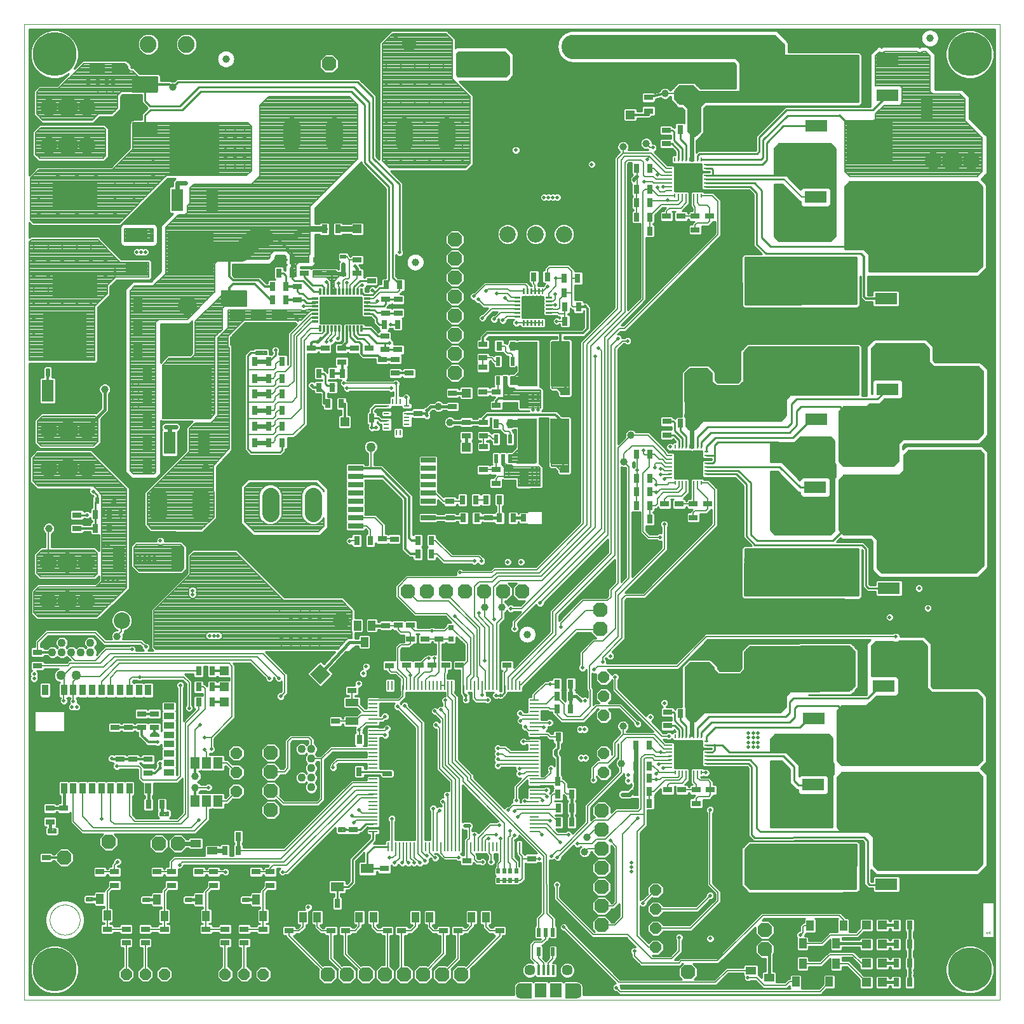
<source format=gtl>
G75*
%MOIN*%
%OFA0B0*%
%FSLAX25Y25*%
%IPPOS*%
%LPD*%
%AMOC8*
5,1,8,0,0,1.08239X$1,22.5*
%
%ADD10C,0.00000*%
%ADD11C,0.00400*%
%ADD12R,0.04724X0.03150*%
%ADD13R,0.03150X0.04724*%
%ADD14R,0.07677X0.07677*%
%ADD15C,0.07677*%
%ADD16R,0.03937X0.05512*%
%ADD17R,0.01575X0.05315*%
%ADD18C,0.05709*%
%ADD19R,0.05906X0.07480*%
%ADD20C,0.05937*%
%ADD21C,0.00001*%
%ADD22OC8,0.07600*%
%ADD23R,0.07087X0.03937*%
%ADD24R,0.01100X0.04800*%
%ADD25R,0.04800X0.01100*%
%ADD26R,0.02165X0.04724*%
%ADD27R,0.07087X0.05118*%
%ADD28R,0.02362X0.00984*%
%ADD29R,0.00984X0.02362*%
%ADD30R,0.13583X0.13583*%
%ADD31OC8,0.06000*%
%ADD32R,0.11811X0.06299*%
%ADD33R,0.24409X0.22835*%
%ADD34R,0.07874X0.13386*%
%ADD35R,0.04724X0.04724*%
%ADD36R,0.05512X0.03937*%
%ADD37R,0.12087X0.05984*%
%ADD38R,0.05984X0.12087*%
%ADD39R,0.01181X0.03169*%
%ADD40R,0.03169X0.01181*%
%ADD41R,0.20669X0.12795*%
%ADD42R,0.08110X0.05000*%
%ADD43R,0.13386X0.07874*%
%ADD44R,0.06299X0.11811*%
%ADD45R,0.22835X0.24409*%
%ADD46R,0.05000X0.08110*%
%ADD47C,0.03937*%
%ADD48C,0.08600*%
%ADD49OC8,0.07087*%
%ADD50C,0.10000*%
%ADD51C,0.02000*%
%ADD52R,0.03150X0.03150*%
%ADD53R,0.26378X0.26378*%
%ADD54C,0.10630*%
%ADD55R,0.04724X0.07874*%
%ADD56OC8,0.10000*%
%ADD57R,0.07874X0.04724*%
%ADD58C,0.00378*%
%ADD59C,0.00930*%
%ADD60C,0.23000*%
%ADD61R,0.03268X0.02480*%
%ADD62R,0.03150X0.00984*%
%ADD63R,0.00984X0.03150*%
%ADD64R,0.07874X0.02756*%
%ADD65C,0.05000*%
%ADD66R,0.08661X0.04134*%
%ADD67R,0.03150X0.03937*%
%ADD68R,0.23622X0.13780*%
%ADD69C,0.04362*%
%ADD70R,0.01969X0.02559*%
%ADD71R,0.09843X0.23622*%
%ADD72C,0.08858*%
%ADD73C,0.08858*%
%ADD74R,0.04600X0.06300*%
%ADD75R,0.03300X0.05700*%
%ADD76R,0.05700X0.03300*%
%ADD77R,0.02480X0.03268*%
%ADD78C,0.08661*%
%ADD79C,0.00800*%
%ADD80C,0.01000*%
%ADD81C,0.02000*%
%ADD82C,0.01200*%
%ADD83C,0.01600*%
%ADD84C,0.02400*%
%ADD85C,0.10000*%
%ADD86C,0.03000*%
%ADD87C,0.04000*%
D10*
X0043600Y0017248D02*
X0043600Y0529048D01*
X0555411Y0529059D01*
X0555411Y0017248D01*
X0043600Y0017248D01*
X0056926Y0059148D02*
X0056928Y0059341D01*
X0056935Y0059534D01*
X0056947Y0059727D01*
X0056964Y0059920D01*
X0056985Y0060112D01*
X0057011Y0060303D01*
X0057042Y0060494D01*
X0057077Y0060684D01*
X0057117Y0060873D01*
X0057162Y0061061D01*
X0057211Y0061248D01*
X0057265Y0061434D01*
X0057323Y0061618D01*
X0057386Y0061801D01*
X0057454Y0061982D01*
X0057525Y0062161D01*
X0057602Y0062339D01*
X0057682Y0062515D01*
X0057767Y0062688D01*
X0057856Y0062860D01*
X0057949Y0063029D01*
X0058046Y0063196D01*
X0058148Y0063361D01*
X0058253Y0063523D01*
X0058362Y0063682D01*
X0058476Y0063839D01*
X0058593Y0063992D01*
X0058713Y0064143D01*
X0058838Y0064291D01*
X0058966Y0064436D01*
X0059097Y0064577D01*
X0059232Y0064716D01*
X0059371Y0064851D01*
X0059512Y0064982D01*
X0059657Y0065110D01*
X0059805Y0065235D01*
X0059956Y0065355D01*
X0060109Y0065472D01*
X0060266Y0065586D01*
X0060425Y0065695D01*
X0060587Y0065800D01*
X0060752Y0065902D01*
X0060919Y0065999D01*
X0061088Y0066092D01*
X0061260Y0066181D01*
X0061433Y0066266D01*
X0061609Y0066346D01*
X0061787Y0066423D01*
X0061966Y0066494D01*
X0062147Y0066562D01*
X0062330Y0066625D01*
X0062514Y0066683D01*
X0062700Y0066737D01*
X0062887Y0066786D01*
X0063075Y0066831D01*
X0063264Y0066871D01*
X0063454Y0066906D01*
X0063645Y0066937D01*
X0063836Y0066963D01*
X0064028Y0066984D01*
X0064221Y0067001D01*
X0064414Y0067013D01*
X0064607Y0067020D01*
X0064800Y0067022D01*
X0064993Y0067020D01*
X0065186Y0067013D01*
X0065379Y0067001D01*
X0065572Y0066984D01*
X0065764Y0066963D01*
X0065955Y0066937D01*
X0066146Y0066906D01*
X0066336Y0066871D01*
X0066525Y0066831D01*
X0066713Y0066786D01*
X0066900Y0066737D01*
X0067086Y0066683D01*
X0067270Y0066625D01*
X0067453Y0066562D01*
X0067634Y0066494D01*
X0067813Y0066423D01*
X0067991Y0066346D01*
X0068167Y0066266D01*
X0068340Y0066181D01*
X0068512Y0066092D01*
X0068681Y0065999D01*
X0068848Y0065902D01*
X0069013Y0065800D01*
X0069175Y0065695D01*
X0069334Y0065586D01*
X0069491Y0065472D01*
X0069644Y0065355D01*
X0069795Y0065235D01*
X0069943Y0065110D01*
X0070088Y0064982D01*
X0070229Y0064851D01*
X0070368Y0064716D01*
X0070503Y0064577D01*
X0070634Y0064436D01*
X0070762Y0064291D01*
X0070887Y0064143D01*
X0071007Y0063992D01*
X0071124Y0063839D01*
X0071238Y0063682D01*
X0071347Y0063523D01*
X0071452Y0063361D01*
X0071554Y0063196D01*
X0071651Y0063029D01*
X0071744Y0062860D01*
X0071833Y0062688D01*
X0071918Y0062515D01*
X0071998Y0062339D01*
X0072075Y0062161D01*
X0072146Y0061982D01*
X0072214Y0061801D01*
X0072277Y0061618D01*
X0072335Y0061434D01*
X0072389Y0061248D01*
X0072438Y0061061D01*
X0072483Y0060873D01*
X0072523Y0060684D01*
X0072558Y0060494D01*
X0072589Y0060303D01*
X0072615Y0060112D01*
X0072636Y0059920D01*
X0072653Y0059727D01*
X0072665Y0059534D01*
X0072672Y0059341D01*
X0072674Y0059148D01*
X0072672Y0058955D01*
X0072665Y0058762D01*
X0072653Y0058569D01*
X0072636Y0058376D01*
X0072615Y0058184D01*
X0072589Y0057993D01*
X0072558Y0057802D01*
X0072523Y0057612D01*
X0072483Y0057423D01*
X0072438Y0057235D01*
X0072389Y0057048D01*
X0072335Y0056862D01*
X0072277Y0056678D01*
X0072214Y0056495D01*
X0072146Y0056314D01*
X0072075Y0056135D01*
X0071998Y0055957D01*
X0071918Y0055781D01*
X0071833Y0055608D01*
X0071744Y0055436D01*
X0071651Y0055267D01*
X0071554Y0055100D01*
X0071452Y0054935D01*
X0071347Y0054773D01*
X0071238Y0054614D01*
X0071124Y0054457D01*
X0071007Y0054304D01*
X0070887Y0054153D01*
X0070762Y0054005D01*
X0070634Y0053860D01*
X0070503Y0053719D01*
X0070368Y0053580D01*
X0070229Y0053445D01*
X0070088Y0053314D01*
X0069943Y0053186D01*
X0069795Y0053061D01*
X0069644Y0052941D01*
X0069491Y0052824D01*
X0069334Y0052710D01*
X0069175Y0052601D01*
X0069013Y0052496D01*
X0068848Y0052394D01*
X0068681Y0052297D01*
X0068512Y0052204D01*
X0068340Y0052115D01*
X0068167Y0052030D01*
X0067991Y0051950D01*
X0067813Y0051873D01*
X0067634Y0051802D01*
X0067453Y0051734D01*
X0067270Y0051671D01*
X0067086Y0051613D01*
X0066900Y0051559D01*
X0066713Y0051510D01*
X0066525Y0051465D01*
X0066336Y0051425D01*
X0066146Y0051390D01*
X0065955Y0051359D01*
X0065764Y0051333D01*
X0065572Y0051312D01*
X0065379Y0051295D01*
X0065186Y0051283D01*
X0064993Y0051276D01*
X0064800Y0051274D01*
X0064607Y0051276D01*
X0064414Y0051283D01*
X0064221Y0051295D01*
X0064028Y0051312D01*
X0063836Y0051333D01*
X0063645Y0051359D01*
X0063454Y0051390D01*
X0063264Y0051425D01*
X0063075Y0051465D01*
X0062887Y0051510D01*
X0062700Y0051559D01*
X0062514Y0051613D01*
X0062330Y0051671D01*
X0062147Y0051734D01*
X0061966Y0051802D01*
X0061787Y0051873D01*
X0061609Y0051950D01*
X0061433Y0052030D01*
X0061260Y0052115D01*
X0061088Y0052204D01*
X0060919Y0052297D01*
X0060752Y0052394D01*
X0060587Y0052496D01*
X0060425Y0052601D01*
X0060266Y0052710D01*
X0060109Y0052824D01*
X0059956Y0052941D01*
X0059805Y0053061D01*
X0059657Y0053186D01*
X0059512Y0053314D01*
X0059371Y0053445D01*
X0059232Y0053580D01*
X0059097Y0053719D01*
X0058966Y0053860D01*
X0058838Y0054005D01*
X0058713Y0054153D01*
X0058593Y0054304D01*
X0058476Y0054457D01*
X0058362Y0054614D01*
X0058253Y0054773D01*
X0058148Y0054935D01*
X0058046Y0055100D01*
X0057949Y0055267D01*
X0057856Y0055436D01*
X0057767Y0055608D01*
X0057682Y0055781D01*
X0057602Y0055957D01*
X0057525Y0056135D01*
X0057454Y0056314D01*
X0057386Y0056495D01*
X0057323Y0056678D01*
X0057265Y0056862D01*
X0057211Y0057048D01*
X0057162Y0057235D01*
X0057117Y0057423D01*
X0057077Y0057612D01*
X0057042Y0057802D01*
X0057011Y0057993D01*
X0056985Y0058184D01*
X0056964Y0058376D01*
X0056947Y0058569D01*
X0056935Y0058762D01*
X0056928Y0058955D01*
X0056926Y0059148D01*
X0301663Y0024228D02*
X0301808Y0024644D01*
X0302043Y0025017D01*
X0302355Y0025329D01*
X0302728Y0025563D01*
X0303144Y0025709D01*
X0303582Y0025758D01*
X0309487Y0025758D01*
X0309487Y0018278D01*
X0303582Y0018278D01*
X0303144Y0018327D01*
X0302728Y0018473D01*
X0302355Y0018707D01*
X0302043Y0019019D01*
X0301808Y0019392D01*
X0301663Y0019808D01*
X0301613Y0020246D01*
X0301613Y0023790D01*
X0301663Y0024228D01*
X0327598Y0025758D02*
X0327598Y0018278D01*
X0333503Y0018278D01*
X0333941Y0018327D01*
X0334357Y0018473D01*
X0334730Y0018707D01*
X0335042Y0019019D01*
X0335277Y0019392D01*
X0335422Y0019808D01*
X0335472Y0020246D01*
X0335472Y0023790D01*
X0335422Y0024228D01*
X0335277Y0024644D01*
X0335042Y0025017D01*
X0334730Y0025329D01*
X0334357Y0025563D01*
X0333941Y0025709D01*
X0333503Y0025758D01*
X0327598Y0025758D01*
D11*
X0547998Y0052515D02*
X0550000Y0052515D01*
X0550000Y0051848D02*
X0550000Y0053183D01*
X0548666Y0051848D02*
X0547998Y0052515D01*
D12*
X0403600Y0120205D03*
X0403600Y0127291D03*
X0396100Y0127291D03*
X0396100Y0120205D03*
X0388600Y0120205D03*
X0388600Y0127291D03*
X0381100Y0127291D03*
X0381100Y0120205D03*
X0381110Y0161027D03*
X0381110Y0168113D03*
X0309700Y0091191D03*
X0309700Y0084105D03*
X0293000Y0060491D03*
X0293000Y0053405D03*
X0271000Y0053405D03*
X0263500Y0053405D03*
X0263500Y0060491D03*
X0271000Y0060491D03*
X0275700Y0083105D03*
X0275700Y0090191D03*
X0241500Y0060491D03*
X0241500Y0053405D03*
X0234000Y0053405D03*
X0234000Y0060491D03*
X0232500Y0078905D03*
X0232500Y0085991D03*
X0216100Y0099305D03*
X0216100Y0106391D03*
X0172600Y0084291D03*
X0172600Y0077205D03*
X0165100Y0077205D03*
X0165100Y0084291D03*
X0142900Y0084291D03*
X0142900Y0077205D03*
X0135100Y0077205D03*
X0135100Y0084291D03*
X0120800Y0084291D03*
X0120800Y0077205D03*
X0113300Y0077205D03*
X0113300Y0084291D03*
X0090900Y0084291D03*
X0090900Y0077205D03*
X0083200Y0077205D03*
X0083200Y0084291D03*
X0055000Y0091805D03*
X0055000Y0098891D03*
X0057000Y0110605D03*
X0057000Y0117691D03*
X0064300Y0117691D03*
X0064300Y0110605D03*
X0093800Y0136205D03*
X0100600Y0136205D03*
X0108500Y0136205D03*
X0108500Y0143291D03*
X0100600Y0143291D03*
X0093800Y0143291D03*
X0091100Y0160105D03*
X0091100Y0167191D03*
X0098100Y0167191D03*
X0105100Y0167191D03*
X0111800Y0167191D03*
X0111800Y0160105D03*
X0105100Y0160105D03*
X0098100Y0160105D03*
X0050500Y0192505D03*
X0050500Y0199591D03*
X0071100Y0264505D03*
X0071100Y0271591D03*
X0194211Y0351905D03*
X0194211Y0358991D03*
X0201361Y0359041D03*
X0201361Y0351955D03*
X0210100Y0351916D03*
X0216711Y0351905D03*
X0216711Y0358991D03*
X0210100Y0359002D03*
X0224411Y0358991D03*
X0224411Y0351905D03*
X0231311Y0353091D03*
X0232711Y0358305D03*
X0239611Y0358305D03*
X0238211Y0353091D03*
X0238211Y0346005D03*
X0231311Y0346005D03*
X0245500Y0345994D03*
X0245500Y0353080D03*
X0239611Y0365391D03*
X0232711Y0365391D03*
X0233111Y0377605D03*
X0239711Y0377605D03*
X0239711Y0384691D03*
X0233111Y0384691D03*
X0225711Y0394505D03*
X0225711Y0401591D03*
X0218211Y0398405D03*
X0218211Y0405491D03*
X0204611Y0405491D03*
X0197311Y0405491D03*
X0190600Y0405580D03*
X0190600Y0398494D03*
X0197311Y0398405D03*
X0204611Y0398405D03*
X0186711Y0391491D03*
X0186711Y0384405D03*
X0250200Y0324891D03*
X0250200Y0317805D03*
X0268200Y0328505D03*
X0268200Y0335591D03*
X0284300Y0336191D03*
X0284300Y0341905D03*
X0284300Y0348991D03*
X0284300Y0354005D03*
X0284300Y0361091D03*
X0291200Y0336191D03*
X0291200Y0329105D03*
X0284300Y0329105D03*
X0284600Y0320191D03*
X0284600Y0313105D03*
X0284600Y0307391D03*
X0275500Y0313105D03*
X0275500Y0320191D03*
X0284600Y0300305D03*
X0284500Y0295291D03*
X0291000Y0295291D03*
X0297800Y0295291D03*
X0297800Y0288205D03*
X0291000Y0288205D03*
X0284500Y0288205D03*
X0266900Y0285791D03*
X0266900Y0278705D03*
X0267000Y0270091D03*
X0267000Y0263005D03*
X0287100Y0263005D03*
X0287100Y0270091D03*
X0327000Y0288105D03*
X0327000Y0295191D03*
X0327400Y0328905D03*
X0327400Y0335991D03*
X0297800Y0336091D03*
X0297800Y0329005D03*
X0237700Y0258891D03*
X0231400Y0258991D03*
X0231400Y0251905D03*
X0237700Y0251805D03*
X0239900Y0213691D03*
X0246200Y0213691D03*
X0246200Y0206605D03*
X0239900Y0206605D03*
X0233300Y0206505D03*
X0235100Y0199691D03*
X0235100Y0192605D03*
X0244000Y0192705D03*
X0250700Y0192705D03*
X0257500Y0192705D03*
X0257500Y0199791D03*
X0250700Y0199791D03*
X0244000Y0199791D03*
X0253800Y0206605D03*
X0261300Y0206605D03*
X0264700Y0199891D03*
X0264700Y0192805D03*
X0271900Y0192805D03*
X0271900Y0199891D03*
X0261300Y0213691D03*
X0253800Y0213691D03*
X0233300Y0213591D03*
X0215500Y0186491D03*
X0215500Y0179405D03*
X0206900Y0163291D03*
X0206900Y0156205D03*
X0296800Y0192705D03*
X0296800Y0199791D03*
X0379600Y0270205D03*
X0379600Y0277291D03*
X0387100Y0277291D03*
X0387100Y0270205D03*
X0394600Y0270205D03*
X0394600Y0277291D03*
X0402100Y0277291D03*
X0402100Y0270205D03*
X0380710Y0313553D03*
X0380710Y0320639D03*
X0380600Y0421205D03*
X0380600Y0428291D03*
X0388100Y0428291D03*
X0388100Y0421205D03*
X0395600Y0421205D03*
X0395600Y0428291D03*
X0403100Y0428291D03*
X0403100Y0421205D03*
X0380310Y0466405D03*
X0380310Y0473491D03*
X0371100Y0483605D03*
X0371100Y0490691D03*
X0212000Y0060491D03*
X0212000Y0053405D03*
X0204500Y0053405D03*
X0204500Y0060491D03*
X0182500Y0060491D03*
X0182500Y0053405D03*
X0168900Y0054191D03*
X0168900Y0047105D03*
X0158900Y0047105D03*
X0158900Y0054191D03*
X0148900Y0054191D03*
X0148900Y0047105D03*
X0138900Y0047105D03*
X0138900Y0054191D03*
X0117000Y0054191D03*
X0117000Y0047105D03*
X0107000Y0047105D03*
X0107000Y0054191D03*
X0097000Y0054191D03*
X0097000Y0047105D03*
X0087000Y0047105D03*
X0087000Y0054191D03*
D13*
X0148757Y0095448D03*
X0148757Y0102748D03*
X0155843Y0102748D03*
X0155843Y0095448D03*
X0115743Y0119648D03*
X0108657Y0119648D03*
X0135057Y0173348D03*
X0142143Y0173348D03*
X0142143Y0181348D03*
X0135057Y0181348D03*
X0135057Y0189648D03*
X0142143Y0189648D03*
X0212257Y0153748D03*
X0219343Y0153748D03*
X0219243Y0136848D03*
X0212157Y0136848D03*
X0214943Y0067748D03*
X0207857Y0067748D03*
X0323732Y0110365D03*
X0330819Y0110365D03*
X0330819Y0117765D03*
X0323732Y0117765D03*
X0323632Y0125065D03*
X0330719Y0125065D03*
X0330543Y0131648D03*
X0323457Y0131648D03*
X0323657Y0155048D03*
X0330743Y0155048D03*
X0330243Y0169848D03*
X0330243Y0176448D03*
X0330243Y0182948D03*
X0323157Y0182948D03*
X0323157Y0176448D03*
X0323157Y0169848D03*
X0364467Y0150870D03*
X0371554Y0150870D03*
X0371554Y0139848D03*
X0371554Y0133448D03*
X0364467Y0133448D03*
X0364467Y0139848D03*
X0364467Y0126348D03*
X0364446Y0120248D03*
X0371533Y0120248D03*
X0371554Y0126348D03*
X0387867Y0167370D03*
X0394954Y0167370D03*
X0394854Y0175370D03*
X0387767Y0175370D03*
X0371833Y0269348D03*
X0364746Y0269348D03*
X0364667Y0276548D03*
X0371754Y0276548D03*
X0371754Y0283848D03*
X0364667Y0283848D03*
X0364667Y0290848D03*
X0371754Y0290848D03*
X0371854Y0303296D03*
X0364767Y0303296D03*
X0387867Y0319696D03*
X0394954Y0319696D03*
X0394854Y0327596D03*
X0387767Y0327596D03*
X0334343Y0373248D03*
X0327257Y0373248D03*
X0327257Y0380748D03*
X0334343Y0380748D03*
X0333943Y0388248D03*
X0326857Y0388248D03*
X0326857Y0395748D03*
X0333943Y0395748D03*
X0318043Y0396548D03*
X0310957Y0396548D03*
X0299743Y0360248D03*
X0292657Y0360248D03*
X0291257Y0319548D03*
X0298343Y0319548D03*
X0292843Y0279548D03*
X0285757Y0279548D03*
X0280543Y0279448D03*
X0273457Y0279448D03*
X0273957Y0270048D03*
X0281043Y0270048D03*
X0292957Y0270048D03*
X0300043Y0270048D03*
X0257143Y0258148D03*
X0250057Y0258148D03*
X0250057Y0251148D03*
X0257143Y0251148D03*
X0225143Y0258148D03*
X0218057Y0258148D03*
X0178868Y0309576D03*
X0171781Y0309576D03*
X0164368Y0309576D03*
X0157281Y0309576D03*
X0157281Y0318076D03*
X0164368Y0318076D03*
X0171781Y0318076D03*
X0171781Y0326576D03*
X0164368Y0326576D03*
X0157281Y0326576D03*
X0157281Y0335076D03*
X0164368Y0335076D03*
X0171781Y0335076D03*
X0171781Y0343176D03*
X0164368Y0343176D03*
X0157281Y0343176D03*
X0157281Y0352076D03*
X0164368Y0352076D03*
X0171881Y0352076D03*
X0178968Y0352076D03*
X0178868Y0343176D03*
X0178868Y0335076D03*
X0178868Y0326576D03*
X0178868Y0318076D03*
X0198157Y0338559D03*
X0205243Y0338559D03*
X0202845Y0329978D03*
X0209931Y0329978D03*
X0218857Y0322348D03*
X0225943Y0322348D03*
X0217654Y0345948D03*
X0210568Y0345948D03*
X0205254Y0345848D03*
X0198168Y0345848D03*
X0232357Y0371537D03*
X0239443Y0371537D03*
X0240543Y0392359D03*
X0233457Y0392359D03*
X0208143Y0421648D03*
X0201057Y0421648D03*
X0184232Y0405548D03*
X0184254Y0398548D03*
X0180854Y0391448D03*
X0180854Y0384448D03*
X0173768Y0384448D03*
X0173768Y0391448D03*
X0177168Y0398548D03*
X0177146Y0405548D03*
X0088043Y0271848D03*
X0080957Y0271848D03*
X0080957Y0264548D03*
X0088043Y0264548D03*
X0364767Y0420548D03*
X0371854Y0420548D03*
X0371854Y0427848D03*
X0364767Y0427848D03*
X0364767Y0435348D03*
X0371854Y0435348D03*
X0371854Y0442448D03*
X0364767Y0442448D03*
X0364867Y0453548D03*
X0371954Y0453548D03*
X0387667Y0473848D03*
X0394754Y0473848D03*
X0394754Y0481248D03*
X0387667Y0481248D03*
X0501067Y0056348D03*
X0508154Y0056348D03*
X0508154Y0046348D03*
X0501067Y0046348D03*
X0501067Y0036348D03*
X0508154Y0036348D03*
X0508154Y0026348D03*
X0501067Y0026348D03*
D14*
G36*
X0193392Y0188167D02*
X0198819Y0193594D01*
X0204246Y0188167D01*
X0198819Y0182740D01*
X0193392Y0188167D01*
G37*
D15*
X0170981Y0160329D03*
D16*
X0222100Y0204917D03*
X0218360Y0213579D03*
X0225840Y0213579D03*
X0172640Y0069679D03*
X0168900Y0061017D03*
X0165160Y0069679D03*
X0142640Y0069679D03*
X0135160Y0069679D03*
X0138900Y0061017D03*
X0120740Y0069679D03*
X0117000Y0061017D03*
X0113260Y0069679D03*
X0090740Y0070079D03*
X0083260Y0070079D03*
X0087000Y0061417D03*
X0189760Y0060479D03*
X0197240Y0060479D03*
X0193500Y0051817D03*
X0219260Y0060479D03*
X0226740Y0060479D03*
X0223000Y0051817D03*
X0248760Y0060479D03*
X0256240Y0060479D03*
X0252500Y0051817D03*
X0278260Y0060479D03*
X0285740Y0060479D03*
X0282000Y0051817D03*
X0448370Y0056072D03*
X0455850Y0056072D03*
X0465870Y0056072D03*
X0473350Y0056072D03*
X0469610Y0046624D03*
X0469610Y0036072D03*
X0465870Y0026624D03*
X0473350Y0026624D03*
X0455850Y0026624D03*
X0448370Y0026624D03*
X0452110Y0036072D03*
X0452110Y0046624D03*
D17*
X0323661Y0032648D03*
X0321102Y0032648D03*
X0318543Y0032648D03*
X0315983Y0032648D03*
X0313424Y0032648D03*
D18*
X0308700Y0032648D03*
X0328385Y0032648D03*
D19*
X0322480Y0022018D03*
X0314606Y0022018D03*
D20*
X0304763Y0022018D03*
X0332322Y0022018D03*
D21*
X0335472Y0022027D02*
X0327598Y0022027D01*
X0327598Y0022028D02*
X0335472Y0022028D01*
X0335472Y0022029D02*
X0327598Y0022029D01*
X0327598Y0022030D02*
X0335472Y0022030D01*
X0335472Y0022031D02*
X0327598Y0022031D01*
X0335472Y0022031D01*
X0335472Y0022032D02*
X0327598Y0022032D01*
X0327598Y0022033D02*
X0335472Y0022033D01*
X0335472Y0022034D02*
X0327598Y0022034D01*
X0327598Y0022035D02*
X0335472Y0022035D01*
X0335472Y0022036D02*
X0327598Y0022036D01*
X0327598Y0022037D02*
X0335472Y0022037D01*
X0335472Y0022038D02*
X0327598Y0022038D01*
X0327598Y0022039D02*
X0335472Y0022039D01*
X0335472Y0022040D02*
X0327598Y0022040D01*
X0327598Y0022041D02*
X0335472Y0022041D01*
X0335472Y0022042D02*
X0327598Y0022042D01*
X0327598Y0022043D02*
X0335472Y0022043D01*
X0335472Y0022044D02*
X0327598Y0022044D01*
X0327598Y0022045D02*
X0335472Y0022045D01*
X0335472Y0022046D02*
X0327598Y0022046D01*
X0327598Y0022047D02*
X0335472Y0022047D01*
X0335472Y0022048D02*
X0327598Y0022048D01*
X0327598Y0022049D02*
X0335472Y0022049D01*
X0335472Y0022050D02*
X0327598Y0022050D01*
X0327598Y0022051D02*
X0335472Y0022051D01*
X0335472Y0022052D02*
X0327598Y0022052D01*
X0327598Y0022053D02*
X0335472Y0022053D01*
X0335472Y0022054D02*
X0327598Y0022054D01*
X0327598Y0022055D02*
X0335472Y0022055D01*
X0335472Y0022056D02*
X0327598Y0022056D01*
X0327598Y0022057D02*
X0335472Y0022057D01*
X0335472Y0022058D02*
X0327598Y0022058D01*
X0327598Y0022059D02*
X0335472Y0022059D01*
X0335472Y0022060D02*
X0327598Y0022060D01*
X0327598Y0022061D02*
X0335472Y0022061D01*
X0335472Y0022062D02*
X0327598Y0022062D01*
X0327598Y0022063D02*
X0335472Y0022063D01*
X0335472Y0022064D02*
X0327598Y0022064D01*
X0327598Y0022065D02*
X0335472Y0022065D01*
X0335472Y0022066D02*
X0327598Y0022066D01*
X0327598Y0022067D02*
X0335472Y0022067D01*
X0335472Y0022068D02*
X0327598Y0022068D01*
X0327598Y0022069D02*
X0335472Y0022069D01*
X0335472Y0022070D02*
X0327598Y0022070D01*
X0327598Y0022071D02*
X0335472Y0022071D01*
X0335472Y0022072D02*
X0327598Y0022072D01*
X0327598Y0022073D02*
X0335472Y0022073D01*
X0335472Y0022074D02*
X0327598Y0022074D01*
X0327598Y0022075D02*
X0335472Y0022075D01*
X0335472Y0022076D02*
X0327598Y0022076D01*
X0327598Y0022077D02*
X0335472Y0022077D01*
X0335472Y0022078D02*
X0327598Y0022078D01*
X0327598Y0022079D02*
X0335472Y0022079D01*
X0335472Y0022080D02*
X0327598Y0022080D01*
X0327598Y0022081D02*
X0335472Y0022081D01*
X0335472Y0022082D02*
X0327598Y0022082D01*
X0327598Y0022083D02*
X0335472Y0022083D01*
X0335472Y0022084D02*
X0327598Y0022084D01*
X0327598Y0022085D02*
X0335472Y0022085D01*
X0335472Y0022086D02*
X0327598Y0022086D01*
X0327598Y0022087D02*
X0335472Y0022087D01*
X0335472Y0022088D02*
X0327598Y0022088D01*
X0327598Y0022089D02*
X0335472Y0022089D01*
X0335472Y0022090D02*
X0327598Y0022090D01*
X0327598Y0022091D02*
X0335472Y0022091D01*
X0335472Y0022092D02*
X0327598Y0022092D01*
X0327598Y0022093D02*
X0335472Y0022093D01*
X0335472Y0022094D02*
X0327598Y0022094D01*
X0335472Y0022094D01*
X0335472Y0022095D02*
X0327598Y0022095D01*
X0327598Y0022096D02*
X0335472Y0022096D01*
X0335472Y0022097D02*
X0327598Y0022097D01*
X0327598Y0022098D02*
X0335472Y0022098D01*
X0335472Y0022099D02*
X0327598Y0022099D01*
X0327598Y0022100D02*
X0335472Y0022100D01*
X0335472Y0022101D02*
X0327598Y0022101D01*
X0327598Y0022102D02*
X0335472Y0022102D01*
X0335472Y0022103D02*
X0327598Y0022103D01*
X0327598Y0022104D02*
X0335472Y0022104D01*
X0335472Y0022105D02*
X0327598Y0022105D01*
X0327598Y0022106D02*
X0335472Y0022106D01*
X0335472Y0022107D02*
X0327598Y0022107D01*
X0327598Y0022108D02*
X0335472Y0022108D01*
X0335472Y0022109D02*
X0327598Y0022109D01*
X0327598Y0022110D02*
X0335472Y0022110D01*
X0335472Y0022111D02*
X0327598Y0022111D01*
X0327598Y0022112D02*
X0335472Y0022112D01*
X0335472Y0022113D02*
X0327598Y0022113D01*
X0327598Y0022114D02*
X0335472Y0022114D01*
X0335472Y0022115D02*
X0327598Y0022115D01*
X0327598Y0022116D02*
X0335472Y0022116D01*
X0335472Y0022117D02*
X0327598Y0022117D01*
X0327598Y0022118D02*
X0335472Y0022118D01*
X0335472Y0022119D02*
X0327598Y0022119D01*
X0327598Y0022120D02*
X0335472Y0022120D01*
X0335472Y0022121D02*
X0327598Y0022121D01*
X0327598Y0022122D02*
X0335472Y0022122D01*
X0335472Y0022123D02*
X0327598Y0022123D01*
X0327598Y0022124D02*
X0335472Y0022124D01*
X0335472Y0022125D02*
X0327598Y0022125D01*
X0327598Y0022126D02*
X0335472Y0022126D01*
X0335472Y0022127D02*
X0327598Y0022127D01*
X0327598Y0022128D02*
X0335472Y0022128D01*
X0335472Y0022129D02*
X0327598Y0022129D01*
X0327598Y0022130D02*
X0335472Y0022130D01*
X0335472Y0022131D02*
X0327598Y0022131D01*
X0327598Y0022132D02*
X0335472Y0022132D01*
X0335472Y0022133D02*
X0327598Y0022133D01*
X0327598Y0022134D02*
X0335472Y0022134D01*
X0335472Y0022135D02*
X0327598Y0022135D01*
X0327598Y0022136D02*
X0335472Y0022136D01*
X0335472Y0022137D02*
X0327598Y0022137D01*
X0327598Y0022138D02*
X0335472Y0022138D01*
X0335472Y0022139D02*
X0327598Y0022139D01*
X0327598Y0022140D02*
X0335472Y0022140D01*
X0335472Y0022141D02*
X0327598Y0022141D01*
X0327598Y0022142D02*
X0335472Y0022142D01*
X0335472Y0022143D02*
X0327598Y0022143D01*
X0327598Y0022144D02*
X0335472Y0022144D01*
X0335472Y0022145D02*
X0327598Y0022145D01*
X0327598Y0022146D02*
X0335472Y0022146D01*
X0335472Y0022147D02*
X0327598Y0022147D01*
X0327598Y0022148D02*
X0335472Y0022148D01*
X0335472Y0022149D02*
X0327598Y0022149D01*
X0327598Y0022150D02*
X0335472Y0022150D01*
X0335472Y0022151D02*
X0327598Y0022151D01*
X0327598Y0022152D02*
X0335472Y0022152D01*
X0335472Y0022153D02*
X0327598Y0022153D01*
X0327598Y0022154D02*
X0335472Y0022154D01*
X0335472Y0022155D02*
X0327598Y0022155D01*
X0327598Y0022156D02*
X0335472Y0022156D01*
X0327598Y0022156D01*
X0327598Y0022157D02*
X0335472Y0022157D01*
X0335472Y0022158D02*
X0327598Y0022158D01*
X0327598Y0022159D02*
X0335472Y0022159D01*
X0335472Y0022160D02*
X0327598Y0022160D01*
X0327598Y0022161D02*
X0335472Y0022161D01*
X0335472Y0022162D02*
X0327598Y0022162D01*
X0327598Y0022163D02*
X0335472Y0022163D01*
X0335472Y0022164D02*
X0327598Y0022164D01*
X0327598Y0022165D02*
X0335472Y0022165D01*
X0335472Y0022166D02*
X0327598Y0022166D01*
X0327598Y0022167D02*
X0335472Y0022167D01*
X0335472Y0022168D02*
X0327598Y0022168D01*
X0327598Y0022169D02*
X0335472Y0022169D01*
X0335472Y0022170D02*
X0327598Y0022170D01*
X0327598Y0022171D02*
X0335472Y0022171D01*
X0335472Y0022172D02*
X0327598Y0022172D01*
X0327598Y0022173D02*
X0335472Y0022173D01*
X0335472Y0022174D02*
X0327598Y0022174D01*
X0327598Y0022175D02*
X0335472Y0022175D01*
X0335472Y0022176D02*
X0327598Y0022176D01*
X0327598Y0022177D02*
X0335472Y0022177D01*
X0335472Y0022178D02*
X0327598Y0022178D01*
X0327598Y0022179D02*
X0335472Y0022179D01*
X0335472Y0022180D02*
X0327598Y0022180D01*
X0327598Y0022181D02*
X0335472Y0022181D01*
X0335472Y0022182D02*
X0327598Y0022182D01*
X0327598Y0022183D02*
X0335472Y0022183D01*
X0335472Y0022184D02*
X0327598Y0022184D01*
X0327598Y0022185D02*
X0335472Y0022185D01*
X0335472Y0022186D02*
X0327598Y0022186D01*
X0327598Y0022187D02*
X0335472Y0022187D01*
X0335472Y0022188D02*
X0327598Y0022188D01*
X0327598Y0022189D02*
X0335472Y0022189D01*
X0335472Y0022190D02*
X0327598Y0022190D01*
X0327598Y0022191D02*
X0335472Y0022191D01*
X0335472Y0022192D02*
X0327598Y0022192D01*
X0327598Y0022193D02*
X0335472Y0022193D01*
X0335472Y0022194D02*
X0327598Y0022194D01*
X0327598Y0022195D02*
X0335472Y0022195D01*
X0335472Y0022196D02*
X0327598Y0022196D01*
X0327598Y0022197D02*
X0335472Y0022197D01*
X0335472Y0022198D02*
X0327598Y0022198D01*
X0327598Y0022199D02*
X0335472Y0022199D01*
X0335472Y0022200D02*
X0327598Y0022200D01*
X0327598Y0022201D02*
X0335472Y0022201D01*
X0335472Y0022202D02*
X0327598Y0022202D01*
X0327598Y0022203D02*
X0335472Y0022203D01*
X0335472Y0022204D02*
X0327598Y0022204D01*
X0327598Y0022205D02*
X0335472Y0022205D01*
X0335472Y0022206D02*
X0327598Y0022206D01*
X0327598Y0022207D02*
X0335472Y0022207D01*
X0335472Y0022208D02*
X0327598Y0022208D01*
X0327598Y0022209D02*
X0335472Y0022209D01*
X0335472Y0022210D02*
X0327598Y0022210D01*
X0327598Y0022211D02*
X0335472Y0022211D01*
X0335472Y0022212D02*
X0327598Y0022212D01*
X0327598Y0022213D02*
X0335472Y0022213D01*
X0335472Y0022214D02*
X0327598Y0022214D01*
X0327598Y0022215D02*
X0335472Y0022215D01*
X0335472Y0022216D02*
X0327598Y0022216D01*
X0327598Y0022217D02*
X0335472Y0022217D01*
X0335472Y0022218D02*
X0327598Y0022218D01*
X0327598Y0022219D02*
X0335472Y0022219D01*
X0327598Y0022219D01*
X0327598Y0022220D02*
X0335472Y0022220D01*
X0335472Y0022221D02*
X0327598Y0022221D01*
X0327598Y0022222D02*
X0335472Y0022222D01*
X0335472Y0022223D02*
X0327598Y0022223D01*
X0327598Y0022224D02*
X0335472Y0022224D01*
X0335472Y0022225D02*
X0327598Y0022225D01*
X0327598Y0022226D02*
X0335472Y0022226D01*
X0335472Y0022227D02*
X0327598Y0022227D01*
X0327598Y0022228D02*
X0335472Y0022228D01*
X0335472Y0022229D02*
X0327598Y0022229D01*
X0327598Y0022230D02*
X0335472Y0022230D01*
X0335472Y0022231D02*
X0327598Y0022231D01*
X0327598Y0022232D02*
X0335472Y0022232D01*
X0335472Y0022233D02*
X0327598Y0022233D01*
X0327598Y0022234D02*
X0335472Y0022234D01*
X0335472Y0022235D02*
X0327598Y0022235D01*
X0327598Y0022236D02*
X0335472Y0022236D01*
X0335472Y0022237D02*
X0327598Y0022237D01*
X0327598Y0022238D02*
X0335472Y0022238D01*
X0335472Y0022239D02*
X0327598Y0022239D01*
X0327598Y0022240D02*
X0335472Y0022240D01*
X0335472Y0022241D02*
X0327598Y0022241D01*
X0327598Y0022242D02*
X0335472Y0022242D01*
X0335472Y0022243D02*
X0327598Y0022243D01*
X0327598Y0022244D02*
X0335472Y0022244D01*
X0335472Y0022245D02*
X0327598Y0022245D01*
X0327598Y0022246D02*
X0335472Y0022246D01*
X0335472Y0022247D02*
X0327598Y0022247D01*
X0327598Y0022248D02*
X0335472Y0022248D01*
X0335472Y0022249D02*
X0327598Y0022249D01*
X0327598Y0022250D02*
X0335472Y0022250D01*
X0335472Y0022251D02*
X0327598Y0022251D01*
X0327598Y0022252D02*
X0335472Y0022252D01*
X0335472Y0022253D02*
X0327598Y0022253D01*
X0327598Y0022254D02*
X0335472Y0022254D01*
X0335472Y0022255D02*
X0327598Y0022255D01*
X0327598Y0022256D02*
X0335472Y0022256D01*
X0335472Y0022257D02*
X0327598Y0022257D01*
X0327598Y0022258D02*
X0335472Y0022258D01*
X0335472Y0022259D02*
X0327598Y0022259D01*
X0327598Y0022260D02*
X0335472Y0022260D01*
X0335472Y0022261D02*
X0327598Y0022261D01*
X0327598Y0022262D02*
X0335472Y0022262D01*
X0335472Y0022263D02*
X0327598Y0022263D01*
X0327598Y0022264D02*
X0335472Y0022264D01*
X0335472Y0022265D02*
X0327598Y0022265D01*
X0327598Y0022266D02*
X0335472Y0022266D01*
X0335472Y0022267D02*
X0327598Y0022267D01*
X0327598Y0022268D02*
X0335472Y0022268D01*
X0335472Y0022269D02*
X0327598Y0022269D01*
X0327598Y0022270D02*
X0335472Y0022270D01*
X0335472Y0022271D02*
X0327598Y0022271D01*
X0327598Y0022272D02*
X0335472Y0022272D01*
X0335472Y0022273D02*
X0327598Y0022273D01*
X0327598Y0022274D02*
X0335472Y0022274D01*
X0335472Y0022275D02*
X0327598Y0022275D01*
X0327598Y0022276D02*
X0335472Y0022276D01*
X0335472Y0022277D02*
X0327598Y0022277D01*
X0327598Y0022278D02*
X0335472Y0022278D01*
X0335472Y0022279D02*
X0327598Y0022279D01*
X0327598Y0022280D02*
X0335472Y0022280D01*
X0335472Y0022281D02*
X0327598Y0022281D01*
X0335472Y0022281D01*
X0335472Y0022282D02*
X0327598Y0022282D01*
X0327598Y0022283D02*
X0335472Y0022283D01*
X0335472Y0022284D02*
X0327598Y0022284D01*
X0327598Y0022285D02*
X0335472Y0022285D01*
X0335472Y0022286D02*
X0327598Y0022286D01*
X0327598Y0022287D02*
X0335472Y0022287D01*
X0335472Y0022288D02*
X0327598Y0022288D01*
X0327598Y0022289D02*
X0335472Y0022289D01*
X0335472Y0022290D02*
X0327598Y0022290D01*
X0327598Y0022291D02*
X0335472Y0022291D01*
X0335472Y0022292D02*
X0327598Y0022292D01*
X0327598Y0022293D02*
X0335472Y0022293D01*
X0335472Y0022294D02*
X0327598Y0022294D01*
X0327598Y0022295D02*
X0335472Y0022295D01*
X0335472Y0022296D02*
X0327598Y0022296D01*
X0327598Y0022297D02*
X0335472Y0022297D01*
X0335472Y0022298D02*
X0327598Y0022298D01*
X0327598Y0022299D02*
X0335472Y0022299D01*
X0335472Y0022300D02*
X0327598Y0022300D01*
X0327598Y0022301D02*
X0335472Y0022301D01*
X0335472Y0022302D02*
X0327598Y0022302D01*
X0327598Y0022303D02*
X0335472Y0022303D01*
X0335472Y0022304D02*
X0327598Y0022304D01*
X0327598Y0022305D02*
X0335472Y0022305D01*
X0335472Y0022306D02*
X0327598Y0022306D01*
X0327598Y0022307D02*
X0335472Y0022307D01*
X0335472Y0022308D02*
X0327598Y0022308D01*
X0327598Y0022309D02*
X0335472Y0022309D01*
X0335472Y0022310D02*
X0327598Y0022310D01*
X0327598Y0022311D02*
X0335472Y0022311D01*
X0335472Y0022312D02*
X0327598Y0022312D01*
X0327598Y0022313D02*
X0335472Y0022313D01*
X0335472Y0022314D02*
X0327598Y0022314D01*
X0327598Y0022315D02*
X0335472Y0022315D01*
X0335472Y0022316D02*
X0327598Y0022316D01*
X0327598Y0022317D02*
X0335472Y0022317D01*
X0335472Y0022318D02*
X0327598Y0022318D01*
X0327598Y0022319D02*
X0335472Y0022319D01*
X0335472Y0022320D02*
X0327598Y0022320D01*
X0327598Y0022321D02*
X0335472Y0022321D01*
X0335472Y0022322D02*
X0327598Y0022322D01*
X0327598Y0022323D02*
X0335472Y0022323D01*
X0335472Y0022324D02*
X0327598Y0022324D01*
X0327598Y0022325D02*
X0335472Y0022325D01*
X0335472Y0022326D02*
X0327598Y0022326D01*
X0327598Y0022327D02*
X0335472Y0022327D01*
X0335472Y0022328D02*
X0327598Y0022328D01*
X0327598Y0022329D02*
X0335472Y0022329D01*
X0335472Y0022330D02*
X0327598Y0022330D01*
X0327598Y0022331D02*
X0335472Y0022331D01*
X0335472Y0022332D02*
X0327598Y0022332D01*
X0327598Y0022333D02*
X0335472Y0022333D01*
X0335472Y0022334D02*
X0327598Y0022334D01*
X0327598Y0022335D02*
X0335472Y0022335D01*
X0335472Y0022336D02*
X0327598Y0022336D01*
X0327598Y0022337D02*
X0335472Y0022337D01*
X0335472Y0022338D02*
X0327598Y0022338D01*
X0327598Y0022339D02*
X0335472Y0022339D01*
X0335472Y0022340D02*
X0327598Y0022340D01*
X0327598Y0022341D02*
X0335472Y0022341D01*
X0335472Y0022342D02*
X0327598Y0022342D01*
X0327598Y0022343D02*
X0335472Y0022343D01*
X0335472Y0022344D02*
X0327598Y0022344D01*
X0335472Y0022344D01*
X0335472Y0022345D02*
X0327598Y0022345D01*
X0327598Y0022346D02*
X0335472Y0022346D01*
X0335472Y0022347D02*
X0327598Y0022347D01*
X0327598Y0022348D02*
X0335472Y0022348D01*
X0335472Y0022349D02*
X0327598Y0022349D01*
X0327598Y0022350D02*
X0335472Y0022350D01*
X0335472Y0022351D02*
X0327598Y0022351D01*
X0327598Y0022352D02*
X0335472Y0022352D01*
X0335472Y0022353D02*
X0327598Y0022353D01*
X0327598Y0022354D02*
X0335472Y0022354D01*
X0335472Y0022355D02*
X0327598Y0022355D01*
X0327598Y0022356D02*
X0335472Y0022356D01*
X0335472Y0022357D02*
X0327598Y0022357D01*
X0327598Y0022358D02*
X0335472Y0022358D01*
X0335472Y0022359D02*
X0327598Y0022359D01*
X0327598Y0022360D02*
X0335472Y0022360D01*
X0335472Y0022361D02*
X0327598Y0022361D01*
X0327598Y0022362D02*
X0335472Y0022362D01*
X0335472Y0022363D02*
X0327598Y0022363D01*
X0327598Y0022364D02*
X0335472Y0022364D01*
X0335472Y0022365D02*
X0327598Y0022365D01*
X0327598Y0022366D02*
X0335472Y0022366D01*
X0335472Y0022367D02*
X0327598Y0022367D01*
X0327598Y0022368D02*
X0335472Y0022368D01*
X0335472Y0022369D02*
X0327598Y0022369D01*
X0327598Y0022370D02*
X0335472Y0022370D01*
X0335472Y0022371D02*
X0327598Y0022371D01*
X0327598Y0022372D02*
X0335472Y0022372D01*
X0335472Y0022373D02*
X0327598Y0022373D01*
X0327598Y0022374D02*
X0335472Y0022374D01*
X0335472Y0022375D02*
X0327598Y0022375D01*
X0327598Y0022376D02*
X0335472Y0022376D01*
X0335472Y0022377D02*
X0327598Y0022377D01*
X0327598Y0022378D02*
X0335472Y0022378D01*
X0335472Y0022379D02*
X0327598Y0022379D01*
X0327598Y0022380D02*
X0335472Y0022380D01*
X0335472Y0022381D02*
X0327598Y0022381D01*
X0327598Y0022382D02*
X0335472Y0022382D01*
X0335472Y0022383D02*
X0327598Y0022383D01*
X0327598Y0022384D02*
X0335472Y0022384D01*
X0335472Y0022385D02*
X0327598Y0022385D01*
X0327598Y0022386D02*
X0335472Y0022386D01*
X0335472Y0022387D02*
X0327598Y0022387D01*
X0327598Y0022388D02*
X0335472Y0022388D01*
X0335472Y0022389D02*
X0327598Y0022389D01*
X0327598Y0022390D02*
X0335472Y0022390D01*
X0335472Y0022391D02*
X0327598Y0022391D01*
X0327598Y0022392D02*
X0335472Y0022392D01*
X0335472Y0022393D02*
X0327598Y0022393D01*
X0327598Y0022394D02*
X0335472Y0022394D01*
X0335472Y0022395D02*
X0327598Y0022395D01*
X0327598Y0022396D02*
X0335472Y0022396D01*
X0335472Y0022397D02*
X0327598Y0022397D01*
X0327598Y0022398D02*
X0335472Y0022398D01*
X0335472Y0022399D02*
X0327598Y0022399D01*
X0327598Y0022400D02*
X0335472Y0022400D01*
X0335472Y0022401D02*
X0327598Y0022401D01*
X0327598Y0022402D02*
X0335472Y0022402D01*
X0335472Y0022403D02*
X0327598Y0022403D01*
X0327598Y0022404D02*
X0335472Y0022404D01*
X0335472Y0022405D02*
X0327598Y0022405D01*
X0327598Y0022406D02*
X0335472Y0022406D01*
X0327598Y0022406D01*
X0327598Y0022407D02*
X0335472Y0022407D01*
X0335472Y0022408D02*
X0327598Y0022408D01*
X0327598Y0022409D02*
X0335472Y0022409D01*
X0335472Y0022410D02*
X0327598Y0022410D01*
X0327598Y0022411D02*
X0335472Y0022411D01*
X0335472Y0022412D02*
X0327598Y0022412D01*
X0327598Y0022413D02*
X0335472Y0022413D01*
X0335472Y0022414D02*
X0327598Y0022414D01*
X0327598Y0022415D02*
X0335472Y0022415D01*
X0335472Y0022416D02*
X0327598Y0022416D01*
X0327598Y0022417D02*
X0335472Y0022417D01*
X0335472Y0022418D02*
X0327598Y0022418D01*
X0327598Y0022419D02*
X0335472Y0022419D01*
X0335472Y0022420D02*
X0327598Y0022420D01*
X0327598Y0022421D02*
X0335472Y0022421D01*
X0335472Y0022422D02*
X0327598Y0022422D01*
X0327598Y0022423D02*
X0335472Y0022423D01*
X0335472Y0022424D02*
X0327598Y0022424D01*
X0327598Y0022425D02*
X0335472Y0022425D01*
X0335472Y0022426D02*
X0327598Y0022426D01*
X0327598Y0022427D02*
X0335472Y0022427D01*
X0335472Y0022428D02*
X0327598Y0022428D01*
X0327598Y0022429D02*
X0335472Y0022429D01*
X0335472Y0022430D02*
X0327598Y0022430D01*
X0327598Y0022431D02*
X0335472Y0022431D01*
X0335472Y0022432D02*
X0327598Y0022432D01*
X0327598Y0022433D02*
X0335472Y0022433D01*
X0335472Y0022434D02*
X0327598Y0022434D01*
X0327598Y0022435D02*
X0335472Y0022435D01*
X0335472Y0022436D02*
X0327598Y0022436D01*
X0327598Y0022437D02*
X0335472Y0022437D01*
X0335472Y0022438D02*
X0327598Y0022438D01*
X0327598Y0022439D02*
X0335472Y0022439D01*
X0335472Y0022440D02*
X0327598Y0022440D01*
X0327598Y0022441D02*
X0335472Y0022441D01*
X0335472Y0022442D02*
X0327598Y0022442D01*
X0327598Y0022443D02*
X0335472Y0022443D01*
X0335472Y0022444D02*
X0327598Y0022444D01*
X0327598Y0022445D02*
X0335472Y0022445D01*
X0335472Y0022446D02*
X0327598Y0022446D01*
X0327598Y0022447D02*
X0335472Y0022447D01*
X0335472Y0022448D02*
X0327598Y0022448D01*
X0327598Y0022449D02*
X0335472Y0022449D01*
X0335472Y0022450D02*
X0327598Y0022450D01*
X0327598Y0022451D02*
X0335472Y0022451D01*
X0335472Y0022452D02*
X0327598Y0022452D01*
X0327598Y0022453D02*
X0335472Y0022453D01*
X0335472Y0022454D02*
X0327598Y0022454D01*
X0327598Y0022455D02*
X0335472Y0022455D01*
X0335472Y0022456D02*
X0327598Y0022456D01*
X0327598Y0022457D02*
X0335472Y0022457D01*
X0335472Y0022458D02*
X0327598Y0022458D01*
X0327598Y0022459D02*
X0335472Y0022459D01*
X0335472Y0022460D02*
X0327598Y0022460D01*
X0327598Y0022461D02*
X0335472Y0022461D01*
X0335472Y0022462D02*
X0327598Y0022462D01*
X0327598Y0022463D02*
X0335472Y0022463D01*
X0335472Y0022464D02*
X0327598Y0022464D01*
X0327598Y0022465D02*
X0335472Y0022465D01*
X0335472Y0022466D02*
X0327598Y0022466D01*
X0327598Y0022467D02*
X0335472Y0022467D01*
X0335472Y0022468D02*
X0327598Y0022468D01*
X0327598Y0022469D02*
X0335472Y0022469D01*
X0327598Y0022469D01*
X0327598Y0022470D02*
X0335472Y0022470D01*
X0335472Y0022471D02*
X0327598Y0022471D01*
X0327598Y0022472D02*
X0335472Y0022472D01*
X0335472Y0022473D02*
X0327598Y0022473D01*
X0327598Y0022474D02*
X0335472Y0022474D01*
X0335472Y0022475D02*
X0327598Y0022475D01*
X0327598Y0022476D02*
X0335472Y0022476D01*
X0335472Y0022477D02*
X0327598Y0022477D01*
X0327598Y0022478D02*
X0335472Y0022478D01*
X0335472Y0022479D02*
X0327598Y0022479D01*
X0327598Y0022480D02*
X0335472Y0022480D01*
X0335472Y0022481D02*
X0327598Y0022481D01*
X0327598Y0022482D02*
X0335472Y0022482D01*
X0335472Y0022483D02*
X0327598Y0022483D01*
X0327598Y0022484D02*
X0335472Y0022484D01*
X0335472Y0022485D02*
X0327598Y0022485D01*
X0327598Y0022486D02*
X0335472Y0022486D01*
X0335472Y0022487D02*
X0327598Y0022487D01*
X0327598Y0022488D02*
X0335472Y0022488D01*
X0335472Y0022489D02*
X0327598Y0022489D01*
X0327598Y0022490D02*
X0335472Y0022490D01*
X0335472Y0022491D02*
X0327598Y0022491D01*
X0327598Y0022492D02*
X0335472Y0022492D01*
X0335472Y0022493D02*
X0327598Y0022493D01*
X0327598Y0022494D02*
X0335472Y0022494D01*
X0335472Y0022495D02*
X0327598Y0022495D01*
X0327598Y0022496D02*
X0335472Y0022496D01*
X0335472Y0022497D02*
X0327598Y0022497D01*
X0327598Y0022498D02*
X0335472Y0022498D01*
X0335472Y0022499D02*
X0327598Y0022499D01*
X0327598Y0022500D02*
X0335472Y0022500D01*
X0335472Y0022501D02*
X0327598Y0022501D01*
X0327598Y0022502D02*
X0335472Y0022502D01*
X0335472Y0022503D02*
X0327598Y0022503D01*
X0327598Y0022504D02*
X0335472Y0022504D01*
X0335472Y0022505D02*
X0327598Y0022505D01*
X0327598Y0022506D02*
X0335472Y0022506D01*
X0335472Y0022507D02*
X0327598Y0022507D01*
X0327598Y0022508D02*
X0335472Y0022508D01*
X0335472Y0022509D02*
X0327598Y0022509D01*
X0327598Y0022510D02*
X0335472Y0022510D01*
X0335472Y0022511D02*
X0327598Y0022511D01*
X0327598Y0022512D02*
X0335472Y0022512D01*
X0335472Y0022513D02*
X0327598Y0022513D01*
X0327598Y0022514D02*
X0335472Y0022514D01*
X0335472Y0022515D02*
X0327598Y0022515D01*
X0327598Y0022516D02*
X0335472Y0022516D01*
X0335472Y0022517D02*
X0327598Y0022517D01*
X0327598Y0022518D02*
X0335472Y0022518D01*
X0335472Y0022519D02*
X0327598Y0022519D01*
X0327598Y0022520D02*
X0335472Y0022520D01*
X0335472Y0022521D02*
X0327598Y0022521D01*
X0327598Y0022522D02*
X0335472Y0022522D01*
X0335472Y0022523D02*
X0327598Y0022523D01*
X0327598Y0022524D02*
X0335472Y0022524D01*
X0335472Y0022525D02*
X0327598Y0022525D01*
X0327598Y0022526D02*
X0335472Y0022526D01*
X0335472Y0022527D02*
X0327598Y0022527D01*
X0327598Y0022528D02*
X0335472Y0022528D01*
X0335472Y0022529D02*
X0327598Y0022529D01*
X0327598Y0022530D02*
X0335472Y0022530D01*
X0335472Y0022531D02*
X0327598Y0022531D01*
X0335472Y0022531D01*
X0335472Y0022532D02*
X0327598Y0022532D01*
X0327598Y0022533D02*
X0335472Y0022533D01*
X0335472Y0022534D02*
X0327598Y0022534D01*
X0327598Y0022535D02*
X0335472Y0022535D01*
X0335472Y0022536D02*
X0327598Y0022536D01*
X0327598Y0022537D02*
X0335472Y0022537D01*
X0335472Y0022538D02*
X0327598Y0022538D01*
X0327598Y0022539D02*
X0335472Y0022539D01*
X0335472Y0022540D02*
X0327598Y0022540D01*
X0327598Y0022541D02*
X0335472Y0022541D01*
X0335472Y0022542D02*
X0327598Y0022542D01*
X0327598Y0022543D02*
X0335472Y0022543D01*
X0335472Y0022544D02*
X0327598Y0022544D01*
X0327598Y0022545D02*
X0335472Y0022545D01*
X0335472Y0022546D02*
X0327598Y0022546D01*
X0327598Y0022547D02*
X0335472Y0022547D01*
X0335472Y0022548D02*
X0327598Y0022548D01*
X0327598Y0022549D02*
X0335472Y0022549D01*
X0335472Y0022550D02*
X0327598Y0022550D01*
X0327598Y0022551D02*
X0335472Y0022551D01*
X0335472Y0022552D02*
X0327598Y0022552D01*
X0327598Y0022553D02*
X0335472Y0022553D01*
X0335472Y0022554D02*
X0327598Y0022554D01*
X0327598Y0022555D02*
X0335472Y0022555D01*
X0335472Y0022556D02*
X0327598Y0022556D01*
X0327598Y0022557D02*
X0335472Y0022557D01*
X0335472Y0022558D02*
X0327598Y0022558D01*
X0327598Y0022559D02*
X0335472Y0022559D01*
X0335472Y0022560D02*
X0327598Y0022560D01*
X0327598Y0022561D02*
X0335472Y0022561D01*
X0335472Y0022562D02*
X0327598Y0022562D01*
X0327598Y0022563D02*
X0335472Y0022563D01*
X0335472Y0022564D02*
X0327598Y0022564D01*
X0327598Y0022565D02*
X0335472Y0022565D01*
X0335472Y0022566D02*
X0327598Y0022566D01*
X0327598Y0022567D02*
X0335472Y0022567D01*
X0335472Y0022568D02*
X0327598Y0022568D01*
X0327598Y0022569D02*
X0335472Y0022569D01*
X0335472Y0022570D02*
X0327598Y0022570D01*
X0327598Y0022571D02*
X0335472Y0022571D01*
X0335472Y0022572D02*
X0327598Y0022572D01*
X0327598Y0022573D02*
X0335472Y0022573D01*
X0335472Y0022574D02*
X0327598Y0022574D01*
X0327598Y0022575D02*
X0335472Y0022575D01*
X0335472Y0022576D02*
X0327598Y0022576D01*
X0327598Y0022577D02*
X0335472Y0022577D01*
X0335472Y0022578D02*
X0327598Y0022578D01*
X0327598Y0022579D02*
X0335472Y0022579D01*
X0335472Y0022580D02*
X0327598Y0022580D01*
X0327598Y0022581D02*
X0335472Y0022581D01*
X0335472Y0022582D02*
X0327598Y0022582D01*
X0327598Y0022583D02*
X0335472Y0022583D01*
X0335472Y0022584D02*
X0327598Y0022584D01*
X0327598Y0022585D02*
X0335472Y0022585D01*
X0335472Y0022586D02*
X0327598Y0022586D01*
X0327598Y0022587D02*
X0335472Y0022587D01*
X0335472Y0022588D02*
X0327598Y0022588D01*
X0327598Y0022589D02*
X0335472Y0022589D01*
X0335472Y0022590D02*
X0327598Y0022590D01*
X0327598Y0022591D02*
X0335472Y0022591D01*
X0335472Y0022592D02*
X0327598Y0022592D01*
X0327598Y0022593D02*
X0335472Y0022593D01*
X0335472Y0022594D02*
X0327598Y0022594D01*
X0335472Y0022594D01*
X0335472Y0022595D02*
X0327598Y0022595D01*
X0327598Y0022596D02*
X0335472Y0022596D01*
X0335472Y0022597D02*
X0327598Y0022597D01*
X0327598Y0022598D02*
X0335472Y0022598D01*
X0335472Y0022599D02*
X0327598Y0022599D01*
X0327598Y0022600D02*
X0335472Y0022600D01*
X0335472Y0022601D02*
X0327598Y0022601D01*
X0327598Y0022602D02*
X0335472Y0022602D01*
X0335472Y0022603D02*
X0327598Y0022603D01*
X0327598Y0022604D02*
X0335472Y0022604D01*
X0335472Y0022605D02*
X0327598Y0022605D01*
X0327598Y0022606D02*
X0335472Y0022606D01*
X0335472Y0022607D02*
X0327598Y0022607D01*
X0327598Y0022608D02*
X0335472Y0022608D01*
X0335472Y0022609D02*
X0327598Y0022609D01*
X0327598Y0022610D02*
X0335472Y0022610D01*
X0335472Y0022611D02*
X0327598Y0022611D01*
X0327598Y0022612D02*
X0335472Y0022612D01*
X0335472Y0022613D02*
X0327598Y0022613D01*
X0327598Y0022614D02*
X0335472Y0022614D01*
X0335472Y0022615D02*
X0327598Y0022615D01*
X0327598Y0022616D02*
X0335472Y0022616D01*
X0335472Y0022617D02*
X0327598Y0022617D01*
X0327598Y0022618D02*
X0335472Y0022618D01*
X0335472Y0022619D02*
X0327598Y0022619D01*
X0327598Y0022620D02*
X0335472Y0022620D01*
X0335472Y0022621D02*
X0327598Y0022621D01*
X0327598Y0022622D02*
X0335472Y0022622D01*
X0335472Y0022623D02*
X0327598Y0022623D01*
X0327598Y0022624D02*
X0335472Y0022624D01*
X0335472Y0022625D02*
X0327598Y0022625D01*
X0327598Y0022626D02*
X0335472Y0022626D01*
X0335472Y0022627D02*
X0327598Y0022627D01*
X0327598Y0022628D02*
X0335472Y0022628D01*
X0335472Y0022629D02*
X0327598Y0022629D01*
X0327598Y0022630D02*
X0335472Y0022630D01*
X0335472Y0022631D02*
X0327598Y0022631D01*
X0327598Y0022632D02*
X0335472Y0022632D01*
X0335472Y0022633D02*
X0327598Y0022633D01*
X0327598Y0022634D02*
X0335472Y0022634D01*
X0335472Y0022635D02*
X0327598Y0022635D01*
X0327598Y0022636D02*
X0335472Y0022636D01*
X0335472Y0022637D02*
X0327598Y0022637D01*
X0327598Y0022638D02*
X0335472Y0022638D01*
X0335472Y0022639D02*
X0327598Y0022639D01*
X0327598Y0022640D02*
X0335472Y0022640D01*
X0335472Y0022641D02*
X0327598Y0022641D01*
X0327598Y0022642D02*
X0335472Y0022642D01*
X0335472Y0022643D02*
X0327598Y0022643D01*
X0327598Y0022644D02*
X0335472Y0022644D01*
X0335472Y0022645D02*
X0327598Y0022645D01*
X0327598Y0022646D02*
X0335472Y0022646D01*
X0335472Y0022647D02*
X0327598Y0022647D01*
X0327598Y0022648D02*
X0335472Y0022648D01*
X0335472Y0022649D02*
X0327598Y0022649D01*
X0327598Y0022650D02*
X0335472Y0022650D01*
X0335472Y0022651D02*
X0327598Y0022651D01*
X0327598Y0022652D02*
X0335472Y0022652D01*
X0335472Y0022653D02*
X0327598Y0022653D01*
X0327598Y0022654D02*
X0335472Y0022654D01*
X0335472Y0022655D02*
X0327598Y0022655D01*
X0327598Y0022656D02*
X0335472Y0022656D01*
X0327598Y0022656D01*
X0327598Y0022657D02*
X0335472Y0022657D01*
X0335472Y0022658D02*
X0327598Y0022658D01*
X0327598Y0022659D02*
X0335472Y0022659D01*
X0335472Y0022660D02*
X0327598Y0022660D01*
X0327598Y0022661D02*
X0335472Y0022661D01*
X0335472Y0022662D02*
X0327598Y0022662D01*
X0327598Y0022663D02*
X0335472Y0022663D01*
X0335472Y0022664D02*
X0327598Y0022664D01*
X0327598Y0022665D02*
X0335472Y0022665D01*
X0335472Y0022666D02*
X0327598Y0022666D01*
X0327598Y0022667D02*
X0335472Y0022667D01*
X0335472Y0022668D02*
X0327598Y0022668D01*
X0327598Y0022669D02*
X0335472Y0022669D01*
X0335472Y0022670D02*
X0327598Y0022670D01*
X0327598Y0022671D02*
X0335472Y0022671D01*
X0335472Y0022672D02*
X0327598Y0022672D01*
X0327598Y0022673D02*
X0335472Y0022673D01*
X0335472Y0022674D02*
X0327598Y0022674D01*
X0327598Y0022675D02*
X0335472Y0022675D01*
X0335472Y0022676D02*
X0327598Y0022676D01*
X0327598Y0022677D02*
X0335472Y0022677D01*
X0335472Y0022678D02*
X0327598Y0022678D01*
X0327598Y0022679D02*
X0335472Y0022679D01*
X0335472Y0022680D02*
X0327598Y0022680D01*
X0327598Y0022681D02*
X0335472Y0022681D01*
X0335472Y0022682D02*
X0327598Y0022682D01*
X0327598Y0022683D02*
X0335472Y0022683D01*
X0335472Y0022684D02*
X0327598Y0022684D01*
X0327598Y0022685D02*
X0335472Y0022685D01*
X0335472Y0022686D02*
X0327598Y0022686D01*
X0327598Y0022687D02*
X0335472Y0022687D01*
X0335472Y0022688D02*
X0327598Y0022688D01*
X0327598Y0022689D02*
X0335472Y0022689D01*
X0335472Y0022690D02*
X0327598Y0022690D01*
X0327598Y0022691D02*
X0335472Y0022691D01*
X0335472Y0022692D02*
X0327598Y0022692D01*
X0327598Y0022693D02*
X0335472Y0022693D01*
X0335472Y0022694D02*
X0327598Y0022694D01*
X0327598Y0022695D02*
X0335472Y0022695D01*
X0335472Y0022696D02*
X0327598Y0022696D01*
X0327598Y0022697D02*
X0335472Y0022697D01*
X0335472Y0022698D02*
X0327598Y0022698D01*
X0327598Y0022699D02*
X0335472Y0022699D01*
X0335472Y0022700D02*
X0327598Y0022700D01*
X0327598Y0022701D02*
X0335472Y0022701D01*
X0335472Y0022702D02*
X0327598Y0022702D01*
X0327598Y0022703D02*
X0335472Y0022703D01*
X0335472Y0022704D02*
X0327598Y0022704D01*
X0327598Y0022705D02*
X0335472Y0022705D01*
X0335472Y0022706D02*
X0327598Y0022706D01*
X0327598Y0022707D02*
X0335472Y0022707D01*
X0335472Y0022708D02*
X0327598Y0022708D01*
X0327598Y0022709D02*
X0335472Y0022709D01*
X0335472Y0022710D02*
X0327598Y0022710D01*
X0327598Y0022711D02*
X0335472Y0022711D01*
X0335472Y0022712D02*
X0327598Y0022712D01*
X0327598Y0022713D02*
X0335472Y0022713D01*
X0335472Y0022714D02*
X0327598Y0022714D01*
X0327598Y0022715D02*
X0335472Y0022715D01*
X0335472Y0022716D02*
X0327598Y0022716D01*
X0327598Y0022717D02*
X0335472Y0022717D01*
X0335472Y0022718D02*
X0327598Y0022718D01*
X0327598Y0022719D02*
X0335472Y0022719D01*
X0327598Y0022719D01*
X0327598Y0022720D02*
X0335472Y0022720D01*
X0335472Y0022721D02*
X0327598Y0022721D01*
X0327598Y0022722D02*
X0335472Y0022722D01*
X0335472Y0022723D02*
X0327598Y0022723D01*
X0327598Y0022724D02*
X0335472Y0022724D01*
X0335472Y0022725D02*
X0327598Y0022725D01*
X0327598Y0022726D02*
X0335472Y0022726D01*
X0335472Y0022727D02*
X0327598Y0022727D01*
X0327598Y0022728D02*
X0335472Y0022728D01*
X0335472Y0022729D02*
X0327598Y0022729D01*
X0327598Y0022730D02*
X0335472Y0022730D01*
X0335472Y0022731D02*
X0327598Y0022731D01*
X0327598Y0022732D02*
X0335472Y0022732D01*
X0335472Y0022733D02*
X0327598Y0022733D01*
X0327598Y0022734D02*
X0335472Y0022734D01*
X0335472Y0022735D02*
X0327598Y0022735D01*
X0327598Y0022736D02*
X0335472Y0022736D01*
X0335472Y0022737D02*
X0327598Y0022737D01*
X0327598Y0022738D02*
X0335472Y0022738D01*
X0335472Y0022739D02*
X0327598Y0022739D01*
X0327598Y0022740D02*
X0335472Y0022740D01*
X0335472Y0022741D02*
X0327598Y0022741D01*
X0327598Y0022742D02*
X0335472Y0022742D01*
X0335472Y0022743D02*
X0327598Y0022743D01*
X0327598Y0022744D02*
X0335472Y0022744D01*
X0335472Y0022745D02*
X0327598Y0022745D01*
X0327598Y0022746D02*
X0335472Y0022746D01*
X0335472Y0022747D02*
X0327598Y0022747D01*
X0327598Y0022748D02*
X0335472Y0022748D01*
X0335472Y0022749D02*
X0327598Y0022749D01*
X0327598Y0022750D02*
X0335472Y0022750D01*
X0335472Y0022751D02*
X0327598Y0022751D01*
X0327598Y0022752D02*
X0335472Y0022752D01*
X0335472Y0022753D02*
X0327598Y0022753D01*
X0327598Y0022754D02*
X0335472Y0022754D01*
X0335472Y0022755D02*
X0327598Y0022755D01*
X0327598Y0022756D02*
X0335472Y0022756D01*
X0335472Y0022757D02*
X0327598Y0022757D01*
X0327598Y0022758D02*
X0335472Y0022758D01*
X0335472Y0022759D02*
X0327598Y0022759D01*
X0327598Y0022760D02*
X0335472Y0022760D01*
X0335472Y0022761D02*
X0327598Y0022761D01*
X0327598Y0022762D02*
X0335472Y0022762D01*
X0335472Y0022763D02*
X0327598Y0022763D01*
X0327598Y0022764D02*
X0335472Y0022764D01*
X0335472Y0022765D02*
X0327598Y0022765D01*
X0327598Y0022766D02*
X0335472Y0022766D01*
X0335472Y0022767D02*
X0327598Y0022767D01*
X0327598Y0022768D02*
X0335472Y0022768D01*
X0335472Y0022769D02*
X0327598Y0022769D01*
X0327598Y0022770D02*
X0335472Y0022770D01*
X0335472Y0022771D02*
X0327598Y0022771D01*
X0327598Y0022772D02*
X0335472Y0022772D01*
X0335472Y0022773D02*
X0327598Y0022773D01*
X0327598Y0022774D02*
X0335472Y0022774D01*
X0335472Y0022775D02*
X0327598Y0022775D01*
X0327598Y0022776D02*
X0335472Y0022776D01*
X0335472Y0022777D02*
X0327598Y0022777D01*
X0327598Y0022778D02*
X0335472Y0022778D01*
X0335472Y0022779D02*
X0327598Y0022779D01*
X0327598Y0022780D02*
X0335472Y0022780D01*
X0335472Y0022781D02*
X0327598Y0022781D01*
X0335472Y0022781D01*
X0335472Y0022782D02*
X0327598Y0022782D01*
X0327598Y0022783D02*
X0335472Y0022783D01*
X0335472Y0022784D02*
X0327598Y0022784D01*
X0327598Y0022785D02*
X0335472Y0022785D01*
X0335472Y0022786D02*
X0327598Y0022786D01*
X0327598Y0022787D02*
X0335472Y0022787D01*
X0335472Y0022788D02*
X0327598Y0022788D01*
X0327598Y0022789D02*
X0335472Y0022789D01*
X0335472Y0022790D02*
X0327598Y0022790D01*
X0327598Y0022791D02*
X0335472Y0022791D01*
X0335472Y0022792D02*
X0327598Y0022792D01*
X0327598Y0022793D02*
X0335472Y0022793D01*
X0335472Y0022794D02*
X0327598Y0022794D01*
X0327598Y0022795D02*
X0335472Y0022795D01*
X0335472Y0022796D02*
X0327598Y0022796D01*
X0327598Y0022797D02*
X0335472Y0022797D01*
X0335472Y0022798D02*
X0327598Y0022798D01*
X0327598Y0022799D02*
X0335472Y0022799D01*
X0335472Y0022800D02*
X0327598Y0022800D01*
X0327598Y0022801D02*
X0335472Y0022801D01*
X0335472Y0022802D02*
X0327598Y0022802D01*
X0327598Y0022803D02*
X0335472Y0022803D01*
X0335472Y0022804D02*
X0327598Y0022804D01*
X0327598Y0022805D02*
X0335472Y0022805D01*
X0335472Y0022806D02*
X0327598Y0022806D01*
X0327598Y0022807D02*
X0335472Y0022807D01*
X0335472Y0022808D02*
X0327598Y0022808D01*
X0327598Y0022809D02*
X0335472Y0022809D01*
X0335472Y0022810D02*
X0327598Y0022810D01*
X0327598Y0022811D02*
X0335472Y0022811D01*
X0335472Y0022812D02*
X0327598Y0022812D01*
X0327598Y0022813D02*
X0335472Y0022813D01*
X0335472Y0022814D02*
X0327598Y0022814D01*
X0327598Y0022815D02*
X0335472Y0022815D01*
X0335472Y0022816D02*
X0327598Y0022816D01*
X0327598Y0022817D02*
X0335472Y0022817D01*
X0335472Y0022818D02*
X0327598Y0022818D01*
X0327598Y0022819D02*
X0335472Y0022819D01*
X0335472Y0022820D02*
X0327598Y0022820D01*
X0327598Y0022821D02*
X0335472Y0022821D01*
X0335472Y0022822D02*
X0327598Y0022822D01*
X0327598Y0022823D02*
X0335472Y0022823D01*
X0335472Y0022824D02*
X0327598Y0022824D01*
X0327598Y0022825D02*
X0335472Y0022825D01*
X0335472Y0022826D02*
X0327598Y0022826D01*
X0327598Y0022827D02*
X0335472Y0022827D01*
X0335472Y0022828D02*
X0327598Y0022828D01*
X0327598Y0022829D02*
X0335472Y0022829D01*
X0335472Y0022830D02*
X0327598Y0022830D01*
X0327598Y0022831D02*
X0335472Y0022831D01*
X0335472Y0022832D02*
X0327598Y0022832D01*
X0327598Y0022833D02*
X0335472Y0022833D01*
X0335472Y0022834D02*
X0327598Y0022834D01*
X0327598Y0022835D02*
X0335472Y0022835D01*
X0335472Y0022836D02*
X0327598Y0022836D01*
X0327598Y0022837D02*
X0335472Y0022837D01*
X0335472Y0022838D02*
X0327598Y0022838D01*
X0327598Y0022839D02*
X0335472Y0022839D01*
X0335472Y0022840D02*
X0327598Y0022840D01*
X0327598Y0022841D02*
X0335472Y0022841D01*
X0335472Y0022842D02*
X0327598Y0022842D01*
X0327598Y0022843D02*
X0335472Y0022843D01*
X0335472Y0022844D02*
X0327598Y0022844D01*
X0335472Y0022844D01*
X0335472Y0022845D02*
X0327598Y0022845D01*
X0327598Y0022846D02*
X0335472Y0022846D01*
X0335472Y0022847D02*
X0327598Y0022847D01*
X0327598Y0022848D02*
X0335472Y0022848D01*
X0335472Y0022849D02*
X0327598Y0022849D01*
X0327598Y0022850D02*
X0335472Y0022850D01*
X0335472Y0022851D02*
X0327598Y0022851D01*
X0327598Y0022852D02*
X0335472Y0022852D01*
X0335472Y0022853D02*
X0327598Y0022853D01*
X0327598Y0022854D02*
X0335472Y0022854D01*
X0335472Y0022855D02*
X0327598Y0022855D01*
X0327598Y0022856D02*
X0335472Y0022856D01*
X0335472Y0022857D02*
X0327598Y0022857D01*
X0327598Y0022858D02*
X0335472Y0022858D01*
X0335472Y0022859D02*
X0327598Y0022859D01*
X0327598Y0022860D02*
X0335472Y0022860D01*
X0335472Y0022861D02*
X0327598Y0022861D01*
X0327598Y0022862D02*
X0335472Y0022862D01*
X0335472Y0022863D02*
X0327598Y0022863D01*
X0327598Y0022864D02*
X0335472Y0022864D01*
X0335472Y0022865D02*
X0327598Y0022865D01*
X0327598Y0022866D02*
X0335472Y0022866D01*
X0335472Y0022867D02*
X0327598Y0022867D01*
X0327598Y0022868D02*
X0335472Y0022868D01*
X0335472Y0022869D02*
X0327598Y0022869D01*
X0327598Y0022870D02*
X0335472Y0022870D01*
X0335472Y0022871D02*
X0327598Y0022871D01*
X0327598Y0022872D02*
X0335472Y0022872D01*
X0335472Y0022873D02*
X0327598Y0022873D01*
X0327598Y0022874D02*
X0335472Y0022874D01*
X0335472Y0022875D02*
X0327598Y0022875D01*
X0327598Y0022876D02*
X0335472Y0022876D01*
X0335472Y0022877D02*
X0327598Y0022877D01*
X0327598Y0022878D02*
X0335472Y0022878D01*
X0335472Y0022879D02*
X0327598Y0022879D01*
X0327598Y0022880D02*
X0335472Y0022880D01*
X0335472Y0022881D02*
X0327598Y0022881D01*
X0327598Y0022882D02*
X0335472Y0022882D01*
X0335472Y0022883D02*
X0327598Y0022883D01*
X0327598Y0022884D02*
X0335472Y0022884D01*
X0335472Y0022885D02*
X0327598Y0022885D01*
X0327598Y0022886D02*
X0335472Y0022886D01*
X0335472Y0022887D02*
X0327598Y0022887D01*
X0327598Y0022888D02*
X0335472Y0022888D01*
X0335472Y0022889D02*
X0327598Y0022889D01*
X0327598Y0022890D02*
X0335472Y0022890D01*
X0335472Y0022891D02*
X0327598Y0022891D01*
X0327598Y0022892D02*
X0335472Y0022892D01*
X0335472Y0022893D02*
X0327598Y0022893D01*
X0327598Y0022894D02*
X0335472Y0022894D01*
X0335472Y0022895D02*
X0327598Y0022895D01*
X0327598Y0022896D02*
X0335472Y0022896D01*
X0335472Y0022897D02*
X0327598Y0022897D01*
X0327598Y0022898D02*
X0335472Y0022898D01*
X0335472Y0022899D02*
X0327598Y0022899D01*
X0327598Y0022900D02*
X0335472Y0022900D01*
X0335472Y0022901D02*
X0327598Y0022901D01*
X0327598Y0022902D02*
X0335472Y0022902D01*
X0335472Y0022903D02*
X0327598Y0022903D01*
X0327598Y0022904D02*
X0335472Y0022904D01*
X0335472Y0022905D02*
X0327598Y0022905D01*
X0327598Y0022906D02*
X0335472Y0022906D01*
X0327598Y0022906D01*
X0327598Y0022907D02*
X0335472Y0022907D01*
X0335472Y0022908D02*
X0327598Y0022908D01*
X0327598Y0022909D02*
X0335472Y0022909D01*
X0335472Y0022910D02*
X0327598Y0022910D01*
X0327598Y0022911D02*
X0335472Y0022911D01*
X0335472Y0022912D02*
X0327598Y0022912D01*
X0327598Y0022913D02*
X0335472Y0022913D01*
X0335472Y0022914D02*
X0327598Y0022914D01*
X0327598Y0022915D02*
X0335472Y0022915D01*
X0335472Y0022916D02*
X0327598Y0022916D01*
X0327598Y0022917D02*
X0335472Y0022917D01*
X0335472Y0022918D02*
X0327598Y0022918D01*
X0327598Y0022919D02*
X0335472Y0022919D01*
X0335472Y0022920D02*
X0327598Y0022920D01*
X0327598Y0022921D02*
X0335472Y0022921D01*
X0335472Y0022922D02*
X0327598Y0022922D01*
X0327598Y0022923D02*
X0335472Y0022923D01*
X0335472Y0022924D02*
X0327598Y0022924D01*
X0327598Y0022925D02*
X0335472Y0022925D01*
X0335472Y0022926D02*
X0327598Y0022926D01*
X0327598Y0022927D02*
X0335472Y0022927D01*
X0335472Y0022928D02*
X0327598Y0022928D01*
X0327598Y0022929D02*
X0335472Y0022929D01*
X0335472Y0022930D02*
X0327598Y0022930D01*
X0327598Y0022931D02*
X0335472Y0022931D01*
X0335472Y0022932D02*
X0327598Y0022932D01*
X0327598Y0022933D02*
X0335472Y0022933D01*
X0335472Y0022934D02*
X0327598Y0022934D01*
X0327598Y0022935D02*
X0335472Y0022935D01*
X0335472Y0022936D02*
X0327598Y0022936D01*
X0327598Y0022937D02*
X0335472Y0022937D01*
X0335472Y0022938D02*
X0327598Y0022938D01*
X0327598Y0022939D02*
X0335472Y0022939D01*
X0335472Y0022940D02*
X0327598Y0022940D01*
X0327598Y0022941D02*
X0335472Y0022941D01*
X0335472Y0022942D02*
X0327598Y0022942D01*
X0327598Y0022943D02*
X0335472Y0022943D01*
X0335472Y0022944D02*
X0327598Y0022944D01*
X0327598Y0022945D02*
X0335472Y0022945D01*
X0335472Y0022946D02*
X0327598Y0022946D01*
X0327598Y0022947D02*
X0335472Y0022947D01*
X0335472Y0022948D02*
X0327598Y0022948D01*
X0327598Y0022949D02*
X0335472Y0022949D01*
X0335472Y0022950D02*
X0327598Y0022950D01*
X0327598Y0022951D02*
X0335472Y0022951D01*
X0335472Y0022952D02*
X0327598Y0022952D01*
X0327598Y0022953D02*
X0335472Y0022953D01*
X0335472Y0022954D02*
X0327598Y0022954D01*
X0327598Y0022955D02*
X0335472Y0022955D01*
X0335472Y0022956D02*
X0327598Y0022956D01*
X0327598Y0022957D02*
X0335472Y0022957D01*
X0335472Y0022958D02*
X0327598Y0022958D01*
X0327598Y0022959D02*
X0335472Y0022959D01*
X0335472Y0022960D02*
X0327598Y0022960D01*
X0327598Y0022961D02*
X0335472Y0022961D01*
X0335472Y0022962D02*
X0327598Y0022962D01*
X0327598Y0022963D02*
X0335472Y0022963D01*
X0335472Y0022964D02*
X0327598Y0022964D01*
X0327598Y0022965D02*
X0335472Y0022965D01*
X0335472Y0022966D02*
X0327598Y0022966D01*
X0327598Y0022967D02*
X0335472Y0022967D01*
X0335472Y0022968D02*
X0327598Y0022968D01*
X0327598Y0022969D02*
X0335472Y0022969D01*
X0327598Y0022969D01*
X0327598Y0022970D02*
X0335472Y0022970D01*
X0335472Y0022971D02*
X0327598Y0022971D01*
X0327598Y0022972D02*
X0335472Y0022972D01*
X0335472Y0022973D02*
X0327598Y0022973D01*
X0327598Y0022974D02*
X0335472Y0022974D01*
X0335472Y0022975D02*
X0327598Y0022975D01*
X0327598Y0022976D02*
X0335472Y0022976D01*
X0335472Y0022977D02*
X0327598Y0022977D01*
X0327598Y0022978D02*
X0335472Y0022978D01*
X0335472Y0022979D02*
X0327598Y0022979D01*
X0327598Y0022980D02*
X0335472Y0022980D01*
X0335472Y0022981D02*
X0327598Y0022981D01*
X0327598Y0022982D02*
X0335472Y0022982D01*
X0335472Y0022983D02*
X0327598Y0022983D01*
X0327598Y0022984D02*
X0335472Y0022984D01*
X0335472Y0022985D02*
X0327598Y0022985D01*
X0327598Y0022986D02*
X0335472Y0022986D01*
X0335472Y0022987D02*
X0327598Y0022987D01*
X0327598Y0022988D02*
X0335472Y0022988D01*
X0335472Y0022989D02*
X0327598Y0022989D01*
X0327598Y0022990D02*
X0335472Y0022990D01*
X0335472Y0022991D02*
X0327598Y0022991D01*
X0327598Y0022992D02*
X0335472Y0022992D01*
X0335472Y0022993D02*
X0327598Y0022993D01*
X0327598Y0022994D02*
X0335472Y0022994D01*
X0335472Y0022995D02*
X0327598Y0022995D01*
X0327598Y0022996D02*
X0335472Y0022996D01*
X0335472Y0022997D02*
X0327598Y0022997D01*
X0327598Y0022998D02*
X0335472Y0022998D01*
X0335472Y0022999D02*
X0327598Y0022999D01*
X0327598Y0023000D02*
X0335472Y0023000D01*
X0335472Y0023001D02*
X0327598Y0023001D01*
X0327598Y0023002D02*
X0335472Y0023002D01*
X0335472Y0023003D02*
X0327598Y0023003D01*
X0327598Y0023004D02*
X0335472Y0023004D01*
X0335472Y0023005D02*
X0327598Y0023005D01*
X0327598Y0023006D02*
X0335472Y0023006D01*
X0335472Y0023007D02*
X0327598Y0023007D01*
X0327598Y0023008D02*
X0335472Y0023008D01*
X0335472Y0023009D02*
X0327598Y0023009D01*
X0327598Y0023010D02*
X0335472Y0023010D01*
X0335472Y0023011D02*
X0327598Y0023011D01*
X0327598Y0023012D02*
X0335472Y0023012D01*
X0335472Y0023013D02*
X0327598Y0023013D01*
X0327598Y0023014D02*
X0335472Y0023014D01*
X0335472Y0023015D02*
X0327598Y0023015D01*
X0327598Y0023016D02*
X0335472Y0023016D01*
X0335472Y0023017D02*
X0327598Y0023017D01*
X0327598Y0023018D02*
X0335472Y0023018D01*
X0335472Y0023019D02*
X0327598Y0023019D01*
X0327598Y0023020D02*
X0335472Y0023020D01*
X0335472Y0023021D02*
X0327598Y0023021D01*
X0327598Y0023022D02*
X0335472Y0023022D01*
X0335472Y0023023D02*
X0327598Y0023023D01*
X0327598Y0023024D02*
X0335472Y0023024D01*
X0335472Y0023025D02*
X0327598Y0023025D01*
X0327598Y0023026D02*
X0335472Y0023026D01*
X0335472Y0023027D02*
X0327598Y0023027D01*
X0327598Y0023028D02*
X0335472Y0023028D01*
X0335472Y0023029D02*
X0327598Y0023029D01*
X0327598Y0023030D02*
X0335472Y0023030D01*
X0335472Y0023031D02*
X0327598Y0023031D01*
X0335472Y0023031D01*
X0335472Y0023032D02*
X0327598Y0023032D01*
X0327598Y0023033D02*
X0335472Y0023033D01*
X0335472Y0023034D02*
X0327598Y0023034D01*
X0327598Y0023035D02*
X0335472Y0023035D01*
X0335472Y0023036D02*
X0327598Y0023036D01*
X0327598Y0023037D02*
X0335472Y0023037D01*
X0335472Y0023038D02*
X0327598Y0023038D01*
X0327598Y0023039D02*
X0335472Y0023039D01*
X0335472Y0023040D02*
X0327598Y0023040D01*
X0327598Y0023041D02*
X0335472Y0023041D01*
X0335472Y0023042D02*
X0327598Y0023042D01*
X0327598Y0023043D02*
X0335472Y0023043D01*
X0335472Y0023044D02*
X0327598Y0023044D01*
X0327598Y0023045D02*
X0335472Y0023045D01*
X0335472Y0023046D02*
X0327598Y0023046D01*
X0327598Y0023047D02*
X0335472Y0023047D01*
X0335472Y0023048D02*
X0327598Y0023048D01*
X0327598Y0023049D02*
X0335472Y0023049D01*
X0335472Y0023050D02*
X0327598Y0023050D01*
X0327598Y0023051D02*
X0335472Y0023051D01*
X0335472Y0023052D02*
X0327598Y0023052D01*
X0327598Y0023053D02*
X0335472Y0023053D01*
X0335472Y0023054D02*
X0327598Y0023054D01*
X0327598Y0023055D02*
X0335472Y0023055D01*
X0335472Y0023056D02*
X0327598Y0023056D01*
X0327598Y0023057D02*
X0335472Y0023057D01*
X0335472Y0023058D02*
X0327598Y0023058D01*
X0327598Y0023059D02*
X0335472Y0023059D01*
X0335472Y0023060D02*
X0327598Y0023060D01*
X0327598Y0023061D02*
X0335472Y0023061D01*
X0335472Y0023062D02*
X0327598Y0023062D01*
X0327598Y0023063D02*
X0335472Y0023063D01*
X0335472Y0023064D02*
X0327598Y0023064D01*
X0327598Y0023065D02*
X0335472Y0023065D01*
X0335472Y0023066D02*
X0327598Y0023066D01*
X0327598Y0023067D02*
X0335472Y0023067D01*
X0335472Y0023068D02*
X0327598Y0023068D01*
X0327598Y0023069D02*
X0335472Y0023069D01*
X0335472Y0023070D02*
X0327598Y0023070D01*
X0327598Y0023071D02*
X0335472Y0023071D01*
X0335472Y0023072D02*
X0327598Y0023072D01*
X0327598Y0023073D02*
X0335472Y0023073D01*
X0335472Y0023074D02*
X0327598Y0023074D01*
X0327598Y0023075D02*
X0335472Y0023075D01*
X0335472Y0023076D02*
X0327598Y0023076D01*
X0327598Y0023077D02*
X0335472Y0023077D01*
X0335472Y0023078D02*
X0327598Y0023078D01*
X0327598Y0023079D02*
X0335472Y0023079D01*
X0335472Y0023080D02*
X0327598Y0023080D01*
X0327598Y0023081D02*
X0335472Y0023081D01*
X0335472Y0023082D02*
X0327598Y0023082D01*
X0327598Y0023083D02*
X0335472Y0023083D01*
X0335472Y0023084D02*
X0327598Y0023084D01*
X0327598Y0023085D02*
X0335472Y0023085D01*
X0335472Y0023086D02*
X0327598Y0023086D01*
X0327598Y0023087D02*
X0335472Y0023087D01*
X0335472Y0023088D02*
X0327598Y0023088D01*
X0327598Y0023089D02*
X0335472Y0023089D01*
X0335472Y0023090D02*
X0327598Y0023090D01*
X0327598Y0023091D02*
X0335472Y0023091D01*
X0335472Y0023092D02*
X0327598Y0023092D01*
X0327598Y0023093D02*
X0335472Y0023093D01*
X0335472Y0023094D02*
X0327598Y0023094D01*
X0335472Y0023094D01*
X0335472Y0023095D02*
X0327598Y0023095D01*
X0327598Y0023096D02*
X0335472Y0023096D01*
X0335472Y0023097D02*
X0327598Y0023097D01*
X0327598Y0023098D02*
X0335472Y0023098D01*
X0335472Y0023099D02*
X0327598Y0023099D01*
X0327598Y0023100D02*
X0335472Y0023100D01*
X0335472Y0023101D02*
X0327598Y0023101D01*
X0327598Y0023102D02*
X0335472Y0023102D01*
X0335472Y0023103D02*
X0327598Y0023103D01*
X0327598Y0023104D02*
X0335472Y0023104D01*
X0335472Y0023105D02*
X0327598Y0023105D01*
X0327598Y0023106D02*
X0335472Y0023106D01*
X0335472Y0023107D02*
X0327598Y0023107D01*
X0327598Y0023108D02*
X0335472Y0023108D01*
X0335472Y0023109D02*
X0327598Y0023109D01*
X0327598Y0023110D02*
X0335472Y0023110D01*
X0335472Y0023111D02*
X0327598Y0023111D01*
X0327598Y0023112D02*
X0335472Y0023112D01*
X0335472Y0023113D02*
X0327598Y0023113D01*
X0327598Y0023114D02*
X0335472Y0023114D01*
X0335472Y0023115D02*
X0327598Y0023115D01*
X0327598Y0023116D02*
X0335472Y0023116D01*
X0335472Y0023117D02*
X0327598Y0023117D01*
X0327598Y0023118D02*
X0335472Y0023118D01*
X0335472Y0023119D02*
X0327598Y0023119D01*
X0327598Y0023120D02*
X0335472Y0023120D01*
X0335472Y0023121D02*
X0327598Y0023121D01*
X0327598Y0023122D02*
X0335472Y0023122D01*
X0335472Y0023123D02*
X0327598Y0023123D01*
X0327598Y0023124D02*
X0335472Y0023124D01*
X0335472Y0023125D02*
X0327598Y0023125D01*
X0327598Y0023126D02*
X0335472Y0023126D01*
X0335472Y0023127D02*
X0327598Y0023127D01*
X0327598Y0023128D02*
X0335472Y0023128D01*
X0335472Y0023129D02*
X0327598Y0023129D01*
X0327598Y0023130D02*
X0335472Y0023130D01*
X0335472Y0023131D02*
X0327598Y0023131D01*
X0327598Y0023132D02*
X0335472Y0023132D01*
X0335472Y0023133D02*
X0327598Y0023133D01*
X0327598Y0023134D02*
X0335472Y0023134D01*
X0335472Y0023135D02*
X0327598Y0023135D01*
X0327598Y0023136D02*
X0335472Y0023136D01*
X0335472Y0023137D02*
X0327598Y0023137D01*
X0327598Y0023138D02*
X0335472Y0023138D01*
X0335472Y0023139D02*
X0327598Y0023139D01*
X0327598Y0023140D02*
X0335472Y0023140D01*
X0335472Y0023141D02*
X0327598Y0023141D01*
X0327598Y0023142D02*
X0335472Y0023142D01*
X0335472Y0023143D02*
X0327598Y0023143D01*
X0327598Y0023144D02*
X0335472Y0023144D01*
X0335472Y0023145D02*
X0327598Y0023145D01*
X0327598Y0023146D02*
X0335472Y0023146D01*
X0335472Y0023147D02*
X0327598Y0023147D01*
X0327598Y0023148D02*
X0335472Y0023148D01*
X0335472Y0023149D02*
X0327598Y0023149D01*
X0327598Y0023150D02*
X0335472Y0023150D01*
X0335472Y0023151D02*
X0327598Y0023151D01*
X0327598Y0023152D02*
X0335472Y0023152D01*
X0335472Y0023153D02*
X0327598Y0023153D01*
X0327598Y0023154D02*
X0335472Y0023154D01*
X0335472Y0023155D02*
X0327598Y0023155D01*
X0327598Y0023156D02*
X0335472Y0023156D01*
X0327598Y0023156D01*
X0327598Y0023157D02*
X0335472Y0023157D01*
X0335472Y0023158D02*
X0327598Y0023158D01*
X0327598Y0023159D02*
X0335472Y0023159D01*
X0335472Y0023160D02*
X0327598Y0023160D01*
X0327598Y0023161D02*
X0335472Y0023161D01*
X0335472Y0023162D02*
X0327598Y0023162D01*
X0327598Y0023163D02*
X0335472Y0023163D01*
X0335472Y0023164D02*
X0327598Y0023164D01*
X0327598Y0023165D02*
X0335472Y0023165D01*
X0335472Y0023166D02*
X0327598Y0023166D01*
X0327598Y0023167D02*
X0335472Y0023167D01*
X0335472Y0023168D02*
X0327598Y0023168D01*
X0327598Y0023169D02*
X0335472Y0023169D01*
X0335472Y0023170D02*
X0327598Y0023170D01*
X0327598Y0023171D02*
X0335472Y0023171D01*
X0335472Y0023172D02*
X0327598Y0023172D01*
X0327598Y0023173D02*
X0335472Y0023173D01*
X0335472Y0023174D02*
X0327598Y0023174D01*
X0327598Y0023175D02*
X0335472Y0023175D01*
X0335472Y0023176D02*
X0327598Y0023176D01*
X0327598Y0023177D02*
X0335472Y0023177D01*
X0335472Y0023178D02*
X0327598Y0023178D01*
X0327598Y0023179D02*
X0335472Y0023179D01*
X0335472Y0023180D02*
X0327598Y0023180D01*
X0327598Y0023181D02*
X0335472Y0023181D01*
X0335472Y0023182D02*
X0327598Y0023182D01*
X0327598Y0023183D02*
X0335472Y0023183D01*
X0335472Y0023184D02*
X0327598Y0023184D01*
X0327598Y0023185D02*
X0335472Y0023185D01*
X0335472Y0023186D02*
X0327598Y0023186D01*
X0327598Y0023187D02*
X0335472Y0023187D01*
X0335472Y0023188D02*
X0327598Y0023188D01*
X0327598Y0023189D02*
X0335472Y0023189D01*
X0335472Y0023190D02*
X0327598Y0023190D01*
X0327598Y0023191D02*
X0335472Y0023191D01*
X0335472Y0023192D02*
X0327598Y0023192D01*
X0327598Y0023193D02*
X0335472Y0023193D01*
X0335472Y0023194D02*
X0327598Y0023194D01*
X0327598Y0023195D02*
X0335472Y0023195D01*
X0335472Y0023196D02*
X0327598Y0023196D01*
X0327598Y0023197D02*
X0335472Y0023197D01*
X0335472Y0023198D02*
X0327598Y0023198D01*
X0327598Y0023199D02*
X0335472Y0023199D01*
X0335472Y0023200D02*
X0327598Y0023200D01*
X0327598Y0023201D02*
X0335472Y0023201D01*
X0335472Y0023202D02*
X0327598Y0023202D01*
X0327598Y0023203D02*
X0335472Y0023203D01*
X0335472Y0023204D02*
X0327598Y0023204D01*
X0327598Y0023205D02*
X0335472Y0023205D01*
X0335472Y0023206D02*
X0327598Y0023206D01*
X0327598Y0023207D02*
X0335472Y0023207D01*
X0335472Y0023208D02*
X0327598Y0023208D01*
X0327598Y0023209D02*
X0335472Y0023209D01*
X0335472Y0023210D02*
X0327598Y0023210D01*
X0327598Y0023211D02*
X0335472Y0023211D01*
X0335472Y0023212D02*
X0327598Y0023212D01*
X0327598Y0023213D02*
X0335472Y0023213D01*
X0335472Y0023214D02*
X0327598Y0023214D01*
X0327598Y0023215D02*
X0335472Y0023215D01*
X0335472Y0023216D02*
X0327598Y0023216D01*
X0327598Y0023217D02*
X0335472Y0023217D01*
X0335472Y0023218D02*
X0327598Y0023218D01*
X0327598Y0023219D02*
X0335472Y0023219D01*
X0327598Y0023219D01*
X0327598Y0023220D02*
X0335472Y0023220D01*
X0335472Y0023221D02*
X0327598Y0023221D01*
X0327598Y0023222D02*
X0335472Y0023222D01*
X0335472Y0023223D02*
X0327598Y0023223D01*
X0327598Y0023224D02*
X0335472Y0023224D01*
X0335472Y0023225D02*
X0327598Y0023225D01*
X0327598Y0023226D02*
X0335472Y0023226D01*
X0335472Y0023227D02*
X0327598Y0023227D01*
X0327598Y0023228D02*
X0335472Y0023228D01*
X0335472Y0023229D02*
X0327598Y0023229D01*
X0327598Y0023230D02*
X0335472Y0023230D01*
X0335472Y0023231D02*
X0327598Y0023231D01*
X0327598Y0023232D02*
X0335472Y0023232D01*
X0335472Y0023233D02*
X0327598Y0023233D01*
X0327598Y0023234D02*
X0335472Y0023234D01*
X0335472Y0023235D02*
X0327598Y0023235D01*
X0327598Y0023236D02*
X0335472Y0023236D01*
X0335472Y0023237D02*
X0327598Y0023237D01*
X0327598Y0023238D02*
X0335472Y0023238D01*
X0335472Y0023239D02*
X0327598Y0023239D01*
X0327598Y0023240D02*
X0335472Y0023240D01*
X0335472Y0023241D02*
X0327598Y0023241D01*
X0327598Y0023242D02*
X0335472Y0023242D01*
X0335472Y0023243D02*
X0327598Y0023243D01*
X0327598Y0023244D02*
X0335472Y0023244D01*
X0335472Y0023245D02*
X0327598Y0023245D01*
X0327598Y0023246D02*
X0335472Y0023246D01*
X0335472Y0023247D02*
X0327598Y0023247D01*
X0327598Y0023248D02*
X0335472Y0023248D01*
X0335472Y0023249D02*
X0327598Y0023249D01*
X0327598Y0023250D02*
X0335472Y0023250D01*
X0335472Y0023251D02*
X0327598Y0023251D01*
X0327598Y0023252D02*
X0335472Y0023252D01*
X0335472Y0023253D02*
X0327598Y0023253D01*
X0327598Y0023254D02*
X0335472Y0023254D01*
X0335472Y0023255D02*
X0327598Y0023255D01*
X0327598Y0023256D02*
X0335472Y0023256D01*
X0335472Y0023257D02*
X0327598Y0023257D01*
X0327598Y0023258D02*
X0335472Y0023258D01*
X0335472Y0023259D02*
X0327598Y0023259D01*
X0327598Y0023260D02*
X0335472Y0023260D01*
X0335472Y0023261D02*
X0327598Y0023261D01*
X0327598Y0023262D02*
X0335472Y0023262D01*
X0335472Y0023263D02*
X0327598Y0023263D01*
X0327598Y0023264D02*
X0335472Y0023264D01*
X0335472Y0023265D02*
X0327598Y0023265D01*
X0327598Y0023266D02*
X0335472Y0023266D01*
X0335472Y0023267D02*
X0327598Y0023267D01*
X0327598Y0023268D02*
X0335472Y0023268D01*
X0335472Y0023269D02*
X0327598Y0023269D01*
X0327598Y0023270D02*
X0335472Y0023270D01*
X0335472Y0023271D02*
X0327598Y0023271D01*
X0327598Y0023272D02*
X0335472Y0023272D01*
X0335472Y0023273D02*
X0327598Y0023273D01*
X0327598Y0023274D02*
X0335472Y0023274D01*
X0335472Y0023275D02*
X0327598Y0023275D01*
X0327598Y0023276D02*
X0335472Y0023276D01*
X0335472Y0023277D02*
X0327598Y0023277D01*
X0327598Y0023278D02*
X0335472Y0023278D01*
X0335472Y0023279D02*
X0327598Y0023279D01*
X0327598Y0023280D02*
X0335472Y0023280D01*
X0335472Y0023281D02*
X0327598Y0023281D01*
X0335472Y0023281D01*
X0335472Y0023282D02*
X0327598Y0023282D01*
X0327598Y0023283D02*
X0335472Y0023283D01*
X0335472Y0023284D02*
X0327598Y0023284D01*
X0327598Y0023285D02*
X0335472Y0023285D01*
X0335472Y0023286D02*
X0327598Y0023286D01*
X0327598Y0023287D02*
X0335472Y0023287D01*
X0335472Y0023288D02*
X0327598Y0023288D01*
X0327598Y0023289D02*
X0335472Y0023289D01*
X0335472Y0023290D02*
X0327598Y0023290D01*
X0327598Y0023291D02*
X0335472Y0023291D01*
X0335472Y0023292D02*
X0327598Y0023292D01*
X0327598Y0023293D02*
X0335472Y0023293D01*
X0335472Y0023294D02*
X0327598Y0023294D01*
X0327598Y0023295D02*
X0335472Y0023295D01*
X0335472Y0023296D02*
X0327598Y0023296D01*
X0327598Y0023297D02*
X0335472Y0023297D01*
X0335472Y0023298D02*
X0327598Y0023298D01*
X0327598Y0023299D02*
X0335472Y0023299D01*
X0335472Y0023300D02*
X0327598Y0023300D01*
X0327598Y0023301D02*
X0335472Y0023301D01*
X0335472Y0023302D02*
X0327598Y0023302D01*
X0327598Y0023303D02*
X0335472Y0023303D01*
X0335472Y0023304D02*
X0327598Y0023304D01*
X0327598Y0023305D02*
X0335472Y0023305D01*
X0335472Y0023306D02*
X0327598Y0023306D01*
X0327598Y0023307D02*
X0335472Y0023307D01*
X0335472Y0023308D02*
X0327598Y0023308D01*
X0327598Y0023309D02*
X0335472Y0023309D01*
X0335472Y0023310D02*
X0327598Y0023310D01*
X0327598Y0023311D02*
X0335472Y0023311D01*
X0335472Y0023312D02*
X0327598Y0023312D01*
X0327598Y0023313D02*
X0335472Y0023313D01*
X0335472Y0023314D02*
X0327598Y0023314D01*
X0327598Y0023315D02*
X0335472Y0023315D01*
X0335472Y0023316D02*
X0327598Y0023316D01*
X0327598Y0023317D02*
X0335472Y0023317D01*
X0335472Y0023318D02*
X0327598Y0023318D01*
X0327598Y0023319D02*
X0335472Y0023319D01*
X0335472Y0023320D02*
X0327598Y0023320D01*
X0327598Y0023321D02*
X0335472Y0023321D01*
X0335472Y0023322D02*
X0327598Y0023322D01*
X0327598Y0023323D02*
X0335472Y0023323D01*
X0335472Y0023324D02*
X0327598Y0023324D01*
X0327598Y0023325D02*
X0335472Y0023325D01*
X0335472Y0023326D02*
X0327598Y0023326D01*
X0327598Y0023327D02*
X0335472Y0023327D01*
X0335472Y0023328D02*
X0327598Y0023328D01*
X0327598Y0023329D02*
X0335472Y0023329D01*
X0335472Y0023330D02*
X0327598Y0023330D01*
X0327598Y0023331D02*
X0335472Y0023331D01*
X0335472Y0023332D02*
X0327598Y0023332D01*
X0327598Y0023333D02*
X0335472Y0023333D01*
X0335472Y0023334D02*
X0327598Y0023334D01*
X0327598Y0023335D02*
X0335472Y0023335D01*
X0335472Y0023336D02*
X0327598Y0023336D01*
X0327598Y0023337D02*
X0335472Y0023337D01*
X0335472Y0023338D02*
X0327598Y0023338D01*
X0327598Y0023339D02*
X0335472Y0023339D01*
X0335472Y0023340D02*
X0327598Y0023340D01*
X0327598Y0023341D02*
X0335472Y0023341D01*
X0335472Y0023342D02*
X0327598Y0023342D01*
X0327598Y0023343D02*
X0335472Y0023343D01*
X0335472Y0023344D02*
X0327598Y0023344D01*
X0335472Y0023344D01*
X0335472Y0023345D02*
X0327598Y0023345D01*
X0327598Y0023346D02*
X0335472Y0023346D01*
X0335472Y0023347D02*
X0327598Y0023347D01*
X0327598Y0023348D02*
X0335472Y0023348D01*
X0335472Y0023349D02*
X0327598Y0023349D01*
X0327598Y0023350D02*
X0335472Y0023350D01*
X0335472Y0023351D02*
X0327598Y0023351D01*
X0327598Y0023352D02*
X0335472Y0023352D01*
X0335472Y0023353D02*
X0327598Y0023353D01*
X0327598Y0023354D02*
X0335472Y0023354D01*
X0335472Y0023355D02*
X0327598Y0023355D01*
X0327598Y0023356D02*
X0335472Y0023356D01*
X0335472Y0023357D02*
X0327598Y0023357D01*
X0327598Y0023358D02*
X0335472Y0023358D01*
X0335472Y0023359D02*
X0327598Y0023359D01*
X0327598Y0023360D02*
X0335472Y0023360D01*
X0335472Y0023361D02*
X0327598Y0023361D01*
X0327598Y0023362D02*
X0335472Y0023362D01*
X0335472Y0023363D02*
X0327598Y0023363D01*
X0327598Y0023364D02*
X0335472Y0023364D01*
X0335472Y0023365D02*
X0327598Y0023365D01*
X0327598Y0023366D02*
X0335472Y0023366D01*
X0335472Y0023367D02*
X0327598Y0023367D01*
X0327598Y0023368D02*
X0335472Y0023368D01*
X0335472Y0023369D02*
X0327598Y0023369D01*
X0327598Y0023370D02*
X0335472Y0023370D01*
X0335472Y0023371D02*
X0327598Y0023371D01*
X0327598Y0023372D02*
X0335472Y0023372D01*
X0335472Y0023373D02*
X0327598Y0023373D01*
X0327598Y0023374D02*
X0335472Y0023374D01*
X0335472Y0023375D02*
X0327598Y0023375D01*
X0327598Y0023376D02*
X0335472Y0023376D01*
X0335472Y0023377D02*
X0327598Y0023377D01*
X0327598Y0023378D02*
X0335472Y0023378D01*
X0335472Y0023379D02*
X0327598Y0023379D01*
X0327598Y0023380D02*
X0335472Y0023380D01*
X0335472Y0023381D02*
X0327598Y0023381D01*
X0327598Y0023382D02*
X0335472Y0023382D01*
X0335472Y0023383D02*
X0327598Y0023383D01*
X0327598Y0023384D02*
X0335472Y0023384D01*
X0335472Y0023385D02*
X0327598Y0023385D01*
X0327598Y0023386D02*
X0335472Y0023386D01*
X0335472Y0023387D02*
X0327598Y0023387D01*
X0327598Y0023388D02*
X0335472Y0023388D01*
X0335472Y0023389D02*
X0327598Y0023389D01*
X0327598Y0023390D02*
X0335472Y0023390D01*
X0335472Y0023391D02*
X0327598Y0023391D01*
X0327598Y0023392D02*
X0335472Y0023392D01*
X0335472Y0023393D02*
X0327598Y0023393D01*
X0327598Y0023394D02*
X0335472Y0023394D01*
X0335472Y0023395D02*
X0327598Y0023395D01*
X0327598Y0023396D02*
X0335472Y0023396D01*
X0335472Y0023397D02*
X0327598Y0023397D01*
X0327598Y0023398D02*
X0335472Y0023398D01*
X0335472Y0023399D02*
X0327598Y0023399D01*
X0327598Y0023400D02*
X0335472Y0023400D01*
X0335472Y0023401D02*
X0327598Y0023401D01*
X0327598Y0023402D02*
X0335472Y0023402D01*
X0335472Y0023403D02*
X0327598Y0023403D01*
X0327598Y0023404D02*
X0335472Y0023404D01*
X0335472Y0023405D02*
X0327598Y0023405D01*
X0327598Y0023406D02*
X0335472Y0023406D01*
X0327598Y0023406D01*
X0327598Y0023407D02*
X0335472Y0023407D01*
X0335472Y0023408D02*
X0327598Y0023408D01*
X0327598Y0023409D02*
X0335472Y0023409D01*
X0335472Y0023410D02*
X0327598Y0023410D01*
X0327598Y0023411D02*
X0335472Y0023411D01*
X0335472Y0023412D02*
X0327598Y0023412D01*
X0327598Y0023413D02*
X0335472Y0023413D01*
X0335472Y0023414D02*
X0327598Y0023414D01*
X0327598Y0023415D02*
X0335472Y0023415D01*
X0335472Y0023416D02*
X0327598Y0023416D01*
X0327598Y0023417D02*
X0335472Y0023417D01*
X0335472Y0023418D02*
X0327598Y0023418D01*
X0327598Y0023419D02*
X0335472Y0023419D01*
X0335472Y0023420D02*
X0327598Y0023420D01*
X0327598Y0023421D02*
X0335472Y0023421D01*
X0335472Y0023422D02*
X0327598Y0023422D01*
X0327598Y0023423D02*
X0335472Y0023423D01*
X0335472Y0023424D02*
X0327598Y0023424D01*
X0327598Y0023425D02*
X0335472Y0023425D01*
X0335472Y0023426D02*
X0327598Y0023426D01*
X0327598Y0023427D02*
X0335472Y0023427D01*
X0335472Y0023428D02*
X0327598Y0023428D01*
X0327598Y0023429D02*
X0335472Y0023429D01*
X0335472Y0023430D02*
X0327598Y0023430D01*
X0327598Y0023431D02*
X0335472Y0023431D01*
X0335472Y0023432D02*
X0327598Y0023432D01*
X0327598Y0023433D02*
X0335472Y0023433D01*
X0335472Y0023434D02*
X0327598Y0023434D01*
X0327598Y0023435D02*
X0335472Y0023435D01*
X0335472Y0023436D02*
X0327598Y0023436D01*
X0327598Y0023437D02*
X0335472Y0023437D01*
X0335472Y0023438D02*
X0327598Y0023438D01*
X0327598Y0023439D02*
X0335472Y0023439D01*
X0335472Y0023440D02*
X0327598Y0023440D01*
X0327598Y0023441D02*
X0335472Y0023441D01*
X0335472Y0023442D02*
X0327598Y0023442D01*
X0327598Y0023443D02*
X0335472Y0023443D01*
X0335472Y0023444D02*
X0327598Y0023444D01*
X0327598Y0023445D02*
X0335472Y0023445D01*
X0335472Y0023446D02*
X0327598Y0023446D01*
X0327598Y0023447D02*
X0335472Y0023447D01*
X0335472Y0023448D02*
X0327598Y0023448D01*
X0327598Y0023449D02*
X0335472Y0023449D01*
X0335472Y0023450D02*
X0327598Y0023450D01*
X0327598Y0023451D02*
X0335472Y0023451D01*
X0335472Y0023452D02*
X0327598Y0023452D01*
X0327598Y0023453D02*
X0335472Y0023453D01*
X0335472Y0023454D02*
X0327598Y0023454D01*
X0327598Y0023455D02*
X0335472Y0023455D01*
X0335472Y0023456D02*
X0327598Y0023456D01*
X0327598Y0023457D02*
X0335472Y0023457D01*
X0335472Y0023458D02*
X0327598Y0023458D01*
X0327598Y0023459D02*
X0335472Y0023459D01*
X0335472Y0023460D02*
X0327598Y0023460D01*
X0327598Y0023461D02*
X0335472Y0023461D01*
X0335472Y0023462D02*
X0327598Y0023462D01*
X0327598Y0023463D02*
X0335472Y0023463D01*
X0335472Y0023464D02*
X0327598Y0023464D01*
X0327598Y0023465D02*
X0335472Y0023465D01*
X0335472Y0023466D02*
X0327598Y0023466D01*
X0327598Y0023467D02*
X0335472Y0023467D01*
X0335472Y0023468D02*
X0327598Y0023468D01*
X0327598Y0023469D02*
X0335472Y0023469D01*
X0327598Y0023469D01*
X0327598Y0023470D02*
X0335472Y0023470D01*
X0335472Y0023471D02*
X0327598Y0023471D01*
X0327598Y0023472D02*
X0335472Y0023472D01*
X0335472Y0023473D02*
X0327598Y0023473D01*
X0327598Y0023474D02*
X0335472Y0023474D01*
X0335472Y0023475D02*
X0327598Y0023475D01*
X0327598Y0023476D02*
X0335472Y0023476D01*
X0335472Y0023477D02*
X0327598Y0023477D01*
X0327598Y0023478D02*
X0335472Y0023478D01*
X0335472Y0023479D02*
X0327598Y0023479D01*
X0327598Y0023480D02*
X0335472Y0023480D01*
X0335472Y0023481D02*
X0327598Y0023481D01*
X0327598Y0023482D02*
X0335472Y0023482D01*
X0335472Y0023483D02*
X0327598Y0023483D01*
X0327598Y0023484D02*
X0335472Y0023484D01*
X0335472Y0023485D02*
X0327598Y0023485D01*
X0327598Y0023486D02*
X0335472Y0023486D01*
X0335472Y0023487D02*
X0327598Y0023487D01*
X0327598Y0023488D02*
X0335472Y0023488D01*
X0335472Y0023489D02*
X0327598Y0023489D01*
X0327598Y0023490D02*
X0335472Y0023490D01*
X0335472Y0023491D02*
X0327598Y0023491D01*
X0327598Y0023492D02*
X0335472Y0023492D01*
X0335472Y0023493D02*
X0327598Y0023493D01*
X0327598Y0023494D02*
X0335472Y0023494D01*
X0335472Y0023495D02*
X0327598Y0023495D01*
X0327598Y0023496D02*
X0335472Y0023496D01*
X0335472Y0023497D02*
X0327598Y0023497D01*
X0327598Y0023498D02*
X0335472Y0023498D01*
X0335472Y0023499D02*
X0327598Y0023499D01*
X0327598Y0023500D02*
X0335472Y0023500D01*
X0335472Y0023501D02*
X0327598Y0023501D01*
X0327598Y0023502D02*
X0335472Y0023502D01*
X0335472Y0023503D02*
X0327598Y0023503D01*
X0327598Y0023504D02*
X0335472Y0023504D01*
X0335472Y0023505D02*
X0327598Y0023505D01*
X0327598Y0023506D02*
X0335472Y0023506D01*
X0335472Y0023507D02*
X0327598Y0023507D01*
X0327598Y0023508D02*
X0335472Y0023508D01*
X0335472Y0023509D02*
X0327598Y0023509D01*
X0327598Y0023510D02*
X0335472Y0023510D01*
X0335472Y0023511D02*
X0327598Y0023511D01*
X0327598Y0023512D02*
X0335472Y0023512D01*
X0335472Y0023513D02*
X0327598Y0023513D01*
X0327598Y0023514D02*
X0335472Y0023514D01*
X0335472Y0023515D02*
X0327598Y0023515D01*
X0327598Y0023516D02*
X0335472Y0023516D01*
X0335472Y0023517D02*
X0327598Y0023517D01*
X0327598Y0023518D02*
X0335472Y0023518D01*
X0335472Y0023519D02*
X0327598Y0023519D01*
X0327598Y0023520D02*
X0335472Y0023520D01*
X0335472Y0023521D02*
X0327598Y0023521D01*
X0327598Y0023522D02*
X0335472Y0023522D01*
X0335472Y0023523D02*
X0327598Y0023523D01*
X0327598Y0023524D02*
X0335472Y0023524D01*
X0335472Y0023525D02*
X0327598Y0023525D01*
X0327598Y0023526D02*
X0335472Y0023526D01*
X0335472Y0023527D02*
X0327598Y0023527D01*
X0327598Y0023528D02*
X0335472Y0023528D01*
X0335472Y0023529D02*
X0327598Y0023529D01*
X0327598Y0023530D02*
X0335472Y0023530D01*
X0335472Y0023531D02*
X0327598Y0023531D01*
X0335472Y0023531D01*
X0335472Y0023532D02*
X0327598Y0023532D01*
X0327598Y0023533D02*
X0335472Y0023533D01*
X0335472Y0023534D02*
X0327598Y0023534D01*
X0327598Y0023535D02*
X0335472Y0023535D01*
X0335472Y0023536D02*
X0327598Y0023536D01*
X0327598Y0023537D02*
X0335472Y0023537D01*
X0335472Y0023538D02*
X0327598Y0023538D01*
X0327598Y0023539D02*
X0335472Y0023539D01*
X0335472Y0023540D02*
X0327598Y0023540D01*
X0327598Y0023541D02*
X0335472Y0023541D01*
X0335472Y0023542D02*
X0327598Y0023542D01*
X0327598Y0023543D02*
X0335472Y0023543D01*
X0335472Y0023544D02*
X0327598Y0023544D01*
X0327598Y0023545D02*
X0335472Y0023545D01*
X0335472Y0023546D02*
X0327598Y0023546D01*
X0327598Y0023547D02*
X0335472Y0023547D01*
X0335472Y0023548D02*
X0327598Y0023548D01*
X0327598Y0023549D02*
X0335472Y0023549D01*
X0335472Y0023550D02*
X0327598Y0023550D01*
X0327598Y0023551D02*
X0335472Y0023551D01*
X0335472Y0023552D02*
X0327598Y0023552D01*
X0327598Y0023553D02*
X0335472Y0023553D01*
X0335472Y0023554D02*
X0327598Y0023554D01*
X0327598Y0023555D02*
X0335472Y0023555D01*
X0335472Y0023556D02*
X0327598Y0023556D01*
X0327598Y0023557D02*
X0335472Y0023557D01*
X0335472Y0023558D02*
X0327598Y0023558D01*
X0327598Y0023559D02*
X0335472Y0023559D01*
X0335472Y0023560D02*
X0327598Y0023560D01*
X0327598Y0023561D02*
X0335472Y0023561D01*
X0335472Y0023562D02*
X0327598Y0023562D01*
X0327598Y0023563D02*
X0335472Y0023563D01*
X0335472Y0023564D02*
X0327598Y0023564D01*
X0327598Y0023565D02*
X0335472Y0023565D01*
X0335472Y0023566D02*
X0327598Y0023566D01*
X0327598Y0023567D02*
X0335472Y0023567D01*
X0335472Y0023568D02*
X0327598Y0023568D01*
X0327598Y0023569D02*
X0335472Y0023569D01*
X0335472Y0023570D02*
X0327598Y0023570D01*
X0327598Y0023571D02*
X0335472Y0023571D01*
X0335472Y0023572D02*
X0327598Y0023572D01*
X0327598Y0023573D02*
X0335472Y0023573D01*
X0335472Y0023574D02*
X0327598Y0023574D01*
X0327598Y0023575D02*
X0335472Y0023575D01*
X0335472Y0023576D02*
X0327598Y0023576D01*
X0327598Y0023577D02*
X0335472Y0023577D01*
X0335472Y0023578D02*
X0327598Y0023578D01*
X0327598Y0023579D02*
X0335472Y0023579D01*
X0335472Y0023580D02*
X0327598Y0023580D01*
X0327598Y0023581D02*
X0335472Y0023581D01*
X0335472Y0023582D02*
X0327598Y0023582D01*
X0327598Y0023583D02*
X0335472Y0023583D01*
X0335472Y0023584D02*
X0327598Y0023584D01*
X0327598Y0023585D02*
X0335472Y0023585D01*
X0335472Y0023586D02*
X0327598Y0023586D01*
X0327598Y0023587D02*
X0335472Y0023587D01*
X0335472Y0023588D02*
X0327598Y0023588D01*
X0327598Y0023589D02*
X0335472Y0023589D01*
X0335472Y0023590D02*
X0327598Y0023590D01*
X0327598Y0023591D02*
X0335472Y0023591D01*
X0335472Y0023592D02*
X0327598Y0023592D01*
X0327598Y0023593D02*
X0335472Y0023593D01*
X0335472Y0023594D02*
X0327598Y0023594D01*
X0335472Y0023594D01*
X0335472Y0023595D02*
X0327598Y0023595D01*
X0327598Y0023596D02*
X0335472Y0023596D01*
X0335472Y0023597D02*
X0327598Y0023597D01*
X0327598Y0023598D02*
X0335472Y0023598D01*
X0335472Y0023599D02*
X0327598Y0023599D01*
X0327598Y0023600D02*
X0335472Y0023600D01*
X0335472Y0023601D02*
X0327598Y0023601D01*
X0327598Y0023602D02*
X0335472Y0023602D01*
X0335472Y0023603D02*
X0327598Y0023603D01*
X0327598Y0023604D02*
X0335472Y0023604D01*
X0335472Y0023605D02*
X0327598Y0023605D01*
X0327598Y0023606D02*
X0335472Y0023606D01*
X0335472Y0023607D02*
X0327598Y0023607D01*
X0327598Y0023608D02*
X0335472Y0023608D01*
X0335472Y0023609D02*
X0327598Y0023609D01*
X0327598Y0023610D02*
X0335472Y0023610D01*
X0335472Y0023611D02*
X0327598Y0023611D01*
X0327598Y0023612D02*
X0335472Y0023612D01*
X0335472Y0023613D02*
X0327598Y0023613D01*
X0327598Y0023614D02*
X0335472Y0023614D01*
X0335472Y0023615D02*
X0327598Y0023615D01*
X0327598Y0023616D02*
X0335472Y0023616D01*
X0335472Y0023617D02*
X0327598Y0023617D01*
X0327598Y0023618D02*
X0335472Y0023618D01*
X0335472Y0023619D02*
X0327598Y0023619D01*
X0327598Y0023620D02*
X0335472Y0023620D01*
X0335472Y0023621D02*
X0327598Y0023621D01*
X0327598Y0023622D02*
X0335472Y0023622D01*
X0335472Y0023623D02*
X0327598Y0023623D01*
X0327598Y0023624D02*
X0335472Y0023624D01*
X0335472Y0023625D02*
X0327598Y0023625D01*
X0327598Y0023626D02*
X0335472Y0023626D01*
X0335472Y0023627D02*
X0327598Y0023627D01*
X0327598Y0023628D02*
X0335472Y0023628D01*
X0335472Y0023629D02*
X0327598Y0023629D01*
X0327598Y0023630D02*
X0335472Y0023630D01*
X0335472Y0023631D02*
X0327598Y0023631D01*
X0327598Y0023632D02*
X0335472Y0023632D01*
X0335472Y0023633D02*
X0327598Y0023633D01*
X0327598Y0023634D02*
X0335472Y0023634D01*
X0335472Y0023635D02*
X0327598Y0023635D01*
X0327598Y0023636D02*
X0335472Y0023636D01*
X0335472Y0023637D02*
X0327598Y0023637D01*
X0327598Y0023638D02*
X0335472Y0023638D01*
X0335472Y0023639D02*
X0327598Y0023639D01*
X0327598Y0023640D02*
X0335472Y0023640D01*
X0335472Y0023641D02*
X0327598Y0023641D01*
X0327598Y0023642D02*
X0335472Y0023642D01*
X0335472Y0023643D02*
X0327598Y0023643D01*
X0327598Y0023644D02*
X0335472Y0023644D01*
X0335472Y0023645D02*
X0327598Y0023645D01*
X0327598Y0023646D02*
X0335472Y0023646D01*
X0335472Y0023647D02*
X0327598Y0023647D01*
X0327598Y0023648D02*
X0335472Y0023648D01*
X0335472Y0023649D02*
X0327598Y0023649D01*
X0327598Y0023650D02*
X0335472Y0023650D01*
X0335472Y0023651D02*
X0327598Y0023651D01*
X0327598Y0023652D02*
X0335472Y0023652D01*
X0335472Y0023653D02*
X0327598Y0023653D01*
X0327598Y0023654D02*
X0335472Y0023654D01*
X0335472Y0023655D02*
X0327598Y0023655D01*
X0327598Y0023656D02*
X0335472Y0023656D01*
X0327598Y0023656D01*
X0327598Y0023657D02*
X0335472Y0023657D01*
X0335472Y0023658D02*
X0327598Y0023658D01*
X0327598Y0023659D02*
X0335472Y0023659D01*
X0335472Y0023660D02*
X0327598Y0023660D01*
X0327598Y0023661D02*
X0335472Y0023661D01*
X0335472Y0023662D02*
X0327598Y0023662D01*
X0327598Y0023663D02*
X0335472Y0023663D01*
X0335472Y0023664D02*
X0327598Y0023664D01*
X0327598Y0023665D02*
X0335472Y0023665D01*
X0335472Y0023666D02*
X0327598Y0023666D01*
X0327598Y0023667D02*
X0335472Y0023667D01*
X0335472Y0023668D02*
X0327598Y0023668D01*
X0327598Y0023669D02*
X0335472Y0023669D01*
X0335472Y0023670D02*
X0327598Y0023670D01*
X0327598Y0023671D02*
X0335472Y0023671D01*
X0335472Y0023672D02*
X0327598Y0023672D01*
X0327598Y0023673D02*
X0335472Y0023673D01*
X0335472Y0023674D02*
X0327598Y0023674D01*
X0327598Y0023675D02*
X0335472Y0023675D01*
X0335472Y0023676D02*
X0327598Y0023676D01*
X0327598Y0023677D02*
X0335472Y0023677D01*
X0335472Y0023678D02*
X0327598Y0023678D01*
X0327598Y0023679D02*
X0335472Y0023679D01*
X0335472Y0023680D02*
X0327598Y0023680D01*
X0327598Y0023681D02*
X0335472Y0023681D01*
X0335472Y0023682D02*
X0327598Y0023682D01*
X0327598Y0023683D02*
X0335472Y0023683D01*
X0335472Y0023684D02*
X0327598Y0023684D01*
X0327598Y0023685D02*
X0335472Y0023685D01*
X0335472Y0023686D02*
X0327598Y0023686D01*
X0327598Y0023687D02*
X0335472Y0023687D01*
X0335472Y0023688D02*
X0327598Y0023688D01*
X0327598Y0023689D02*
X0335472Y0023689D01*
X0335472Y0023690D02*
X0327598Y0023690D01*
X0327598Y0023691D02*
X0335472Y0023691D01*
X0335472Y0023692D02*
X0327598Y0023692D01*
X0327598Y0023693D02*
X0335472Y0023693D01*
X0335472Y0023694D02*
X0327598Y0023694D01*
X0327598Y0023695D02*
X0335472Y0023695D01*
X0335472Y0023696D02*
X0327598Y0023696D01*
X0327598Y0023697D02*
X0335472Y0023697D01*
X0335472Y0023698D02*
X0327598Y0023698D01*
X0327598Y0023699D02*
X0335472Y0023699D01*
X0335472Y0023700D02*
X0327598Y0023700D01*
X0327598Y0023701D02*
X0335472Y0023701D01*
X0335472Y0023702D02*
X0327598Y0023702D01*
X0327598Y0023703D02*
X0335472Y0023703D01*
X0335472Y0023704D02*
X0327598Y0023704D01*
X0327598Y0023705D02*
X0335472Y0023705D01*
X0335472Y0023706D02*
X0327598Y0023706D01*
X0327598Y0023707D02*
X0335472Y0023707D01*
X0335472Y0023708D02*
X0327598Y0023708D01*
X0327598Y0023709D02*
X0335472Y0023709D01*
X0335472Y0023710D02*
X0327598Y0023710D01*
X0327598Y0023711D02*
X0335472Y0023711D01*
X0335472Y0023712D02*
X0327598Y0023712D01*
X0327598Y0023713D02*
X0335472Y0023713D01*
X0335472Y0023714D02*
X0327598Y0023714D01*
X0327598Y0023715D02*
X0335472Y0023715D01*
X0335472Y0023716D02*
X0327598Y0023716D01*
X0327598Y0023717D02*
X0335472Y0023717D01*
X0335472Y0023718D02*
X0327598Y0023718D01*
X0327598Y0023719D02*
X0335472Y0023719D01*
X0327598Y0023719D01*
X0327598Y0023720D02*
X0335472Y0023720D01*
X0335472Y0023721D02*
X0327598Y0023721D01*
X0327598Y0023722D02*
X0335472Y0023722D01*
X0335472Y0023723D02*
X0327598Y0023723D01*
X0327598Y0023724D02*
X0335472Y0023724D01*
X0335472Y0023725D02*
X0327598Y0023725D01*
X0327598Y0023726D02*
X0335472Y0023726D01*
X0335472Y0023727D02*
X0327598Y0023727D01*
X0327598Y0023728D02*
X0335472Y0023728D01*
X0335472Y0023729D02*
X0327598Y0023729D01*
X0327598Y0023730D02*
X0335472Y0023730D01*
X0335472Y0023731D02*
X0327598Y0023731D01*
X0327598Y0023732D02*
X0335472Y0023732D01*
X0335472Y0023733D02*
X0327598Y0023733D01*
X0327598Y0023734D02*
X0335472Y0023734D01*
X0335472Y0023735D02*
X0327598Y0023735D01*
X0327598Y0023736D02*
X0335472Y0023736D01*
X0335472Y0023737D02*
X0327598Y0023737D01*
X0327598Y0023738D02*
X0335472Y0023738D01*
X0335472Y0023739D02*
X0327598Y0023739D01*
X0327598Y0023740D02*
X0335472Y0023740D01*
X0335472Y0023741D02*
X0327598Y0023741D01*
X0327598Y0023742D02*
X0335472Y0023742D01*
X0335472Y0023743D02*
X0327598Y0023743D01*
X0327598Y0023744D02*
X0335472Y0023744D01*
X0335472Y0023745D02*
X0327598Y0023745D01*
X0327598Y0023746D02*
X0335472Y0023746D01*
X0335472Y0023747D02*
X0327598Y0023747D01*
X0327598Y0023748D02*
X0335472Y0023748D01*
X0335472Y0023749D02*
X0327598Y0023749D01*
X0327598Y0023750D02*
X0335472Y0023750D01*
X0335472Y0023751D02*
X0327598Y0023751D01*
X0327598Y0023752D02*
X0335472Y0023752D01*
X0335472Y0023753D02*
X0327598Y0023753D01*
X0327598Y0023754D02*
X0335472Y0023754D01*
X0335472Y0023755D02*
X0327598Y0023755D01*
X0327598Y0023756D02*
X0335472Y0023756D01*
X0335472Y0023757D02*
X0327598Y0023757D01*
X0327598Y0023758D02*
X0335472Y0023758D01*
X0335472Y0023759D02*
X0327598Y0023759D01*
X0327598Y0023760D02*
X0335472Y0023760D01*
X0335472Y0023761D02*
X0327598Y0023761D01*
X0327598Y0023762D02*
X0335472Y0023762D01*
X0335472Y0023763D02*
X0327598Y0023763D01*
X0327598Y0023764D02*
X0335472Y0023764D01*
X0335472Y0023765D02*
X0327598Y0023765D01*
X0327598Y0023766D02*
X0335472Y0023766D01*
X0335472Y0023767D02*
X0327598Y0023767D01*
X0327598Y0023768D02*
X0335472Y0023768D01*
X0335472Y0023769D02*
X0327598Y0023769D01*
X0327598Y0023770D02*
X0335472Y0023770D01*
X0335472Y0023771D02*
X0327598Y0023771D01*
X0327598Y0023772D02*
X0335472Y0023772D01*
X0335472Y0023773D02*
X0327598Y0023773D01*
X0327598Y0023774D02*
X0335472Y0023774D01*
X0335472Y0023775D02*
X0327598Y0023775D01*
X0327598Y0023776D02*
X0335472Y0023776D01*
X0335472Y0023777D02*
X0327598Y0023777D01*
X0327598Y0023778D02*
X0335472Y0023778D01*
X0335472Y0023779D02*
X0327598Y0023779D01*
X0327598Y0023780D02*
X0335472Y0023780D01*
X0335472Y0023781D02*
X0327598Y0023781D01*
X0335472Y0023781D01*
X0335472Y0023782D02*
X0327598Y0023782D01*
X0327598Y0023783D02*
X0335472Y0023783D01*
X0335472Y0023784D02*
X0327598Y0023784D01*
X0327598Y0023785D02*
X0335472Y0023785D01*
X0335472Y0023786D02*
X0327598Y0023786D01*
X0327598Y0023787D02*
X0335472Y0023787D01*
X0335472Y0023788D02*
X0327598Y0023788D01*
X0327598Y0023789D02*
X0335472Y0023789D01*
X0335472Y0023790D02*
X0327598Y0023790D01*
X0327598Y0023791D02*
X0335471Y0023791D01*
X0335471Y0023792D02*
X0327598Y0023792D01*
X0327598Y0023793D02*
X0335471Y0023793D01*
X0335471Y0023794D02*
X0327598Y0023794D01*
X0327598Y0023795D02*
X0335471Y0023795D01*
X0335471Y0023796D02*
X0327598Y0023796D01*
X0327598Y0023797D02*
X0335471Y0023797D01*
X0335471Y0023798D02*
X0327598Y0023798D01*
X0327598Y0023799D02*
X0335471Y0023799D01*
X0335470Y0023800D02*
X0327598Y0023800D01*
X0327598Y0023801D02*
X0335470Y0023801D01*
X0335470Y0023802D02*
X0327598Y0023802D01*
X0327598Y0023803D02*
X0335470Y0023803D01*
X0335470Y0023804D02*
X0327598Y0023804D01*
X0327598Y0023805D02*
X0335470Y0023805D01*
X0335470Y0023806D02*
X0327598Y0023806D01*
X0327598Y0023807D02*
X0335470Y0023807D01*
X0335470Y0023808D02*
X0327598Y0023808D01*
X0327598Y0023809D02*
X0335469Y0023809D01*
X0335469Y0023810D02*
X0327598Y0023810D01*
X0327598Y0023811D02*
X0335469Y0023811D01*
X0335469Y0023812D02*
X0327598Y0023812D01*
X0327598Y0023813D02*
X0335469Y0023813D01*
X0335469Y0023814D02*
X0327598Y0023814D01*
X0327598Y0023815D02*
X0335469Y0023815D01*
X0335469Y0023816D02*
X0327598Y0023816D01*
X0327598Y0023817D02*
X0335469Y0023817D01*
X0335468Y0023818D02*
X0327598Y0023818D01*
X0327598Y0023819D02*
X0335468Y0023819D01*
X0335468Y0023820D02*
X0327598Y0023820D01*
X0327598Y0023821D02*
X0335468Y0023821D01*
X0335468Y0023822D02*
X0327598Y0023822D01*
X0327598Y0023823D02*
X0335468Y0023823D01*
X0335468Y0023824D02*
X0327598Y0023824D01*
X0327598Y0023825D02*
X0335468Y0023825D01*
X0335468Y0023826D02*
X0327598Y0023826D01*
X0327598Y0023827D02*
X0335467Y0023827D01*
X0335467Y0023828D02*
X0327598Y0023828D01*
X0327598Y0023829D02*
X0335467Y0023829D01*
X0335467Y0023830D02*
X0327598Y0023830D01*
X0327598Y0023831D02*
X0335467Y0023831D01*
X0335467Y0023832D02*
X0327598Y0023832D01*
X0327598Y0023833D02*
X0335467Y0023833D01*
X0335467Y0023834D02*
X0327598Y0023834D01*
X0327598Y0023835D02*
X0335467Y0023835D01*
X0335466Y0023836D02*
X0327598Y0023836D01*
X0327598Y0023837D02*
X0335466Y0023837D01*
X0335466Y0023838D02*
X0327598Y0023838D01*
X0327598Y0023839D02*
X0335466Y0023839D01*
X0335466Y0023840D02*
X0327598Y0023840D01*
X0327598Y0023841D02*
X0335466Y0023841D01*
X0335466Y0023842D02*
X0327598Y0023842D01*
X0327598Y0023843D02*
X0335466Y0023843D01*
X0335466Y0023844D02*
X0327598Y0023844D01*
X0335465Y0023844D01*
X0335465Y0023845D02*
X0327598Y0023845D01*
X0327598Y0023846D02*
X0335465Y0023846D01*
X0335465Y0023847D02*
X0327598Y0023847D01*
X0327598Y0023848D02*
X0335465Y0023848D01*
X0335465Y0023849D02*
X0327598Y0023849D01*
X0327598Y0023850D02*
X0335465Y0023850D01*
X0335465Y0023851D02*
X0327598Y0023851D01*
X0327598Y0023852D02*
X0335465Y0023852D01*
X0335464Y0023853D02*
X0327598Y0023853D01*
X0327598Y0023854D02*
X0335464Y0023854D01*
X0335464Y0023855D02*
X0327598Y0023855D01*
X0327598Y0023856D02*
X0335464Y0023856D01*
X0335464Y0023857D02*
X0327598Y0023857D01*
X0327598Y0023858D02*
X0335464Y0023858D01*
X0335464Y0023859D02*
X0327598Y0023859D01*
X0327598Y0023860D02*
X0335464Y0023860D01*
X0335464Y0023861D02*
X0327598Y0023861D01*
X0327598Y0023862D02*
X0335463Y0023862D01*
X0335463Y0023863D02*
X0327598Y0023863D01*
X0327598Y0023864D02*
X0335463Y0023864D01*
X0335463Y0023865D02*
X0327598Y0023865D01*
X0327598Y0023866D02*
X0335463Y0023866D01*
X0335463Y0023867D02*
X0327598Y0023867D01*
X0327598Y0023868D02*
X0335463Y0023868D01*
X0335463Y0023869D02*
X0327598Y0023869D01*
X0327598Y0023870D02*
X0335463Y0023870D01*
X0335462Y0023871D02*
X0327598Y0023871D01*
X0327598Y0023872D02*
X0335462Y0023872D01*
X0335462Y0023873D02*
X0327598Y0023873D01*
X0327598Y0023874D02*
X0335462Y0023874D01*
X0335462Y0023875D02*
X0327598Y0023875D01*
X0327598Y0023876D02*
X0335462Y0023876D01*
X0335462Y0023877D02*
X0327598Y0023877D01*
X0327598Y0023878D02*
X0335462Y0023878D01*
X0335462Y0023879D02*
X0327598Y0023879D01*
X0327598Y0023880D02*
X0335461Y0023880D01*
X0335461Y0023881D02*
X0327598Y0023881D01*
X0327598Y0023882D02*
X0335461Y0023882D01*
X0335461Y0023883D02*
X0327598Y0023883D01*
X0327598Y0023884D02*
X0335461Y0023884D01*
X0335461Y0023885D02*
X0327598Y0023885D01*
X0327598Y0023886D02*
X0335461Y0023886D01*
X0335461Y0023887D02*
X0327598Y0023887D01*
X0327598Y0023888D02*
X0335461Y0023888D01*
X0335460Y0023889D02*
X0327598Y0023889D01*
X0327598Y0023890D02*
X0335460Y0023890D01*
X0335460Y0023891D02*
X0327598Y0023891D01*
X0327598Y0023892D02*
X0335460Y0023892D01*
X0335460Y0023893D02*
X0327598Y0023893D01*
X0327598Y0023894D02*
X0335460Y0023894D01*
X0335460Y0023895D02*
X0327598Y0023895D01*
X0327598Y0023896D02*
X0335460Y0023896D01*
X0335460Y0023897D02*
X0327598Y0023897D01*
X0327598Y0023898D02*
X0335459Y0023898D01*
X0335459Y0023899D02*
X0327598Y0023899D01*
X0327598Y0023900D02*
X0335459Y0023900D01*
X0335459Y0023901D02*
X0327598Y0023901D01*
X0327598Y0023902D02*
X0335459Y0023902D01*
X0335459Y0023903D02*
X0327598Y0023903D01*
X0327598Y0023904D02*
X0335459Y0023904D01*
X0335459Y0023905D02*
X0327598Y0023905D01*
X0327598Y0023906D02*
X0335459Y0023906D01*
X0335458Y0023906D02*
X0327598Y0023906D01*
X0327598Y0023907D02*
X0335458Y0023907D01*
X0335458Y0023908D02*
X0327598Y0023908D01*
X0327598Y0023909D02*
X0335458Y0023909D01*
X0335458Y0023910D02*
X0327598Y0023910D01*
X0327598Y0023911D02*
X0335458Y0023911D01*
X0335458Y0023912D02*
X0327598Y0023912D01*
X0327598Y0023913D02*
X0335458Y0023913D01*
X0335458Y0023914D02*
X0327598Y0023914D01*
X0327598Y0023915D02*
X0335457Y0023915D01*
X0335457Y0023916D02*
X0327598Y0023916D01*
X0327598Y0023917D02*
X0335457Y0023917D01*
X0335457Y0023918D02*
X0327598Y0023918D01*
X0327598Y0023919D02*
X0335457Y0023919D01*
X0335457Y0023920D02*
X0327598Y0023920D01*
X0327598Y0023921D02*
X0335457Y0023921D01*
X0335457Y0023922D02*
X0327598Y0023922D01*
X0327598Y0023923D02*
X0335457Y0023923D01*
X0335456Y0023924D02*
X0327598Y0023924D01*
X0327598Y0023925D02*
X0335456Y0023925D01*
X0335456Y0023926D02*
X0327598Y0023926D01*
X0327598Y0023927D02*
X0335456Y0023927D01*
X0335456Y0023928D02*
X0327598Y0023928D01*
X0327598Y0023929D02*
X0335456Y0023929D01*
X0335456Y0023930D02*
X0327598Y0023930D01*
X0327598Y0023931D02*
X0335456Y0023931D01*
X0335456Y0023932D02*
X0327598Y0023932D01*
X0327598Y0023933D02*
X0335455Y0023933D01*
X0335455Y0023934D02*
X0327598Y0023934D01*
X0327598Y0023935D02*
X0335455Y0023935D01*
X0335455Y0023936D02*
X0327598Y0023936D01*
X0327598Y0023937D02*
X0335455Y0023937D01*
X0335455Y0023938D02*
X0327598Y0023938D01*
X0327598Y0023939D02*
X0335455Y0023939D01*
X0335455Y0023940D02*
X0327598Y0023940D01*
X0327598Y0023941D02*
X0335455Y0023941D01*
X0335455Y0023942D02*
X0327598Y0023942D01*
X0327598Y0023943D02*
X0335454Y0023943D01*
X0335454Y0023944D02*
X0327598Y0023944D01*
X0327598Y0023945D02*
X0335454Y0023945D01*
X0335454Y0023946D02*
X0327598Y0023946D01*
X0327598Y0023947D02*
X0335454Y0023947D01*
X0335454Y0023948D02*
X0327598Y0023948D01*
X0327598Y0023949D02*
X0335454Y0023949D01*
X0335454Y0023950D02*
X0327598Y0023950D01*
X0327598Y0023951D02*
X0335454Y0023951D01*
X0335453Y0023952D02*
X0327598Y0023952D01*
X0327598Y0023953D02*
X0335453Y0023953D01*
X0335453Y0023954D02*
X0327598Y0023954D01*
X0327598Y0023955D02*
X0335453Y0023955D01*
X0335453Y0023956D02*
X0327598Y0023956D01*
X0327598Y0023957D02*
X0335453Y0023957D01*
X0335453Y0023958D02*
X0327598Y0023958D01*
X0327598Y0023959D02*
X0335453Y0023959D01*
X0335453Y0023960D02*
X0327598Y0023960D01*
X0327598Y0023961D02*
X0335452Y0023961D01*
X0335452Y0023962D02*
X0327598Y0023962D01*
X0327598Y0023963D02*
X0335452Y0023963D01*
X0335452Y0023964D02*
X0327598Y0023964D01*
X0327598Y0023965D02*
X0335452Y0023965D01*
X0335452Y0023966D02*
X0327598Y0023966D01*
X0327598Y0023967D02*
X0335452Y0023967D01*
X0335452Y0023968D02*
X0327598Y0023968D01*
X0327598Y0023969D02*
X0335452Y0023969D01*
X0335451Y0023969D02*
X0327598Y0023969D01*
X0327598Y0023970D02*
X0335451Y0023970D01*
X0335451Y0023971D02*
X0327598Y0023971D01*
X0327598Y0023972D02*
X0335451Y0023972D01*
X0335451Y0023973D02*
X0327598Y0023973D01*
X0327598Y0023974D02*
X0335451Y0023974D01*
X0335451Y0023975D02*
X0327598Y0023975D01*
X0327598Y0023976D02*
X0335451Y0023976D01*
X0335451Y0023977D02*
X0327598Y0023977D01*
X0327598Y0023978D02*
X0335450Y0023978D01*
X0335450Y0023979D02*
X0327598Y0023979D01*
X0327598Y0023980D02*
X0335450Y0023980D01*
X0335450Y0023981D02*
X0327598Y0023981D01*
X0327598Y0023982D02*
X0335450Y0023982D01*
X0335450Y0023983D02*
X0327598Y0023983D01*
X0327598Y0023984D02*
X0335450Y0023984D01*
X0335450Y0023985D02*
X0327598Y0023985D01*
X0327598Y0023986D02*
X0335450Y0023986D01*
X0335449Y0023987D02*
X0327598Y0023987D01*
X0327598Y0023988D02*
X0335449Y0023988D01*
X0335449Y0023989D02*
X0327598Y0023989D01*
X0327598Y0023990D02*
X0335449Y0023990D01*
X0335449Y0023991D02*
X0327598Y0023991D01*
X0327598Y0023992D02*
X0335449Y0023992D01*
X0335449Y0023993D02*
X0327598Y0023993D01*
X0327598Y0023994D02*
X0335449Y0023994D01*
X0335449Y0023995D02*
X0327598Y0023995D01*
X0327598Y0023996D02*
X0335448Y0023996D01*
X0335448Y0023997D02*
X0327598Y0023997D01*
X0327598Y0023998D02*
X0335448Y0023998D01*
X0335448Y0023999D02*
X0327598Y0023999D01*
X0327598Y0024000D02*
X0335448Y0024000D01*
X0335448Y0024001D02*
X0327598Y0024001D01*
X0327598Y0024002D02*
X0335448Y0024002D01*
X0335448Y0024003D02*
X0327598Y0024003D01*
X0327598Y0024004D02*
X0335448Y0024004D01*
X0335447Y0024005D02*
X0327598Y0024005D01*
X0327598Y0024006D02*
X0335447Y0024006D01*
X0335447Y0024007D02*
X0327598Y0024007D01*
X0327598Y0024008D02*
X0335447Y0024008D01*
X0335447Y0024009D02*
X0327598Y0024009D01*
X0327598Y0024010D02*
X0335447Y0024010D01*
X0335447Y0024011D02*
X0327598Y0024011D01*
X0327598Y0024012D02*
X0335447Y0024012D01*
X0335447Y0024013D02*
X0327598Y0024013D01*
X0327598Y0024014D02*
X0335446Y0024014D01*
X0335446Y0024015D02*
X0327598Y0024015D01*
X0327598Y0024016D02*
X0335446Y0024016D01*
X0335446Y0024017D02*
X0327598Y0024017D01*
X0327598Y0024018D02*
X0335446Y0024018D01*
X0335446Y0024019D02*
X0327598Y0024019D01*
X0327598Y0024020D02*
X0335446Y0024020D01*
X0335446Y0024021D02*
X0327598Y0024021D01*
X0327598Y0024022D02*
X0335446Y0024022D01*
X0335445Y0024023D02*
X0327598Y0024023D01*
X0327598Y0024024D02*
X0335445Y0024024D01*
X0335445Y0024025D02*
X0327598Y0024025D01*
X0327598Y0024026D02*
X0335445Y0024026D01*
X0335445Y0024027D02*
X0327598Y0024027D01*
X0327598Y0024028D02*
X0335445Y0024028D01*
X0335445Y0024029D02*
X0327598Y0024029D01*
X0327598Y0024030D02*
X0335445Y0024030D01*
X0335445Y0024031D02*
X0327598Y0024031D01*
X0335444Y0024031D01*
X0335444Y0024032D02*
X0327598Y0024032D01*
X0327598Y0024033D02*
X0335444Y0024033D01*
X0335444Y0024034D02*
X0327598Y0024034D01*
X0327598Y0024035D02*
X0335444Y0024035D01*
X0335444Y0024036D02*
X0327598Y0024036D01*
X0327598Y0024037D02*
X0335444Y0024037D01*
X0335444Y0024038D02*
X0327598Y0024038D01*
X0327598Y0024039D02*
X0335444Y0024039D01*
X0335443Y0024040D02*
X0327598Y0024040D01*
X0327598Y0024041D02*
X0335443Y0024041D01*
X0335443Y0024042D02*
X0327598Y0024042D01*
X0327598Y0024043D02*
X0335443Y0024043D01*
X0335443Y0024044D02*
X0327598Y0024044D01*
X0327598Y0024045D02*
X0335443Y0024045D01*
X0335443Y0024046D02*
X0327598Y0024046D01*
X0327598Y0024047D02*
X0335443Y0024047D01*
X0335443Y0024048D02*
X0327598Y0024048D01*
X0327598Y0024049D02*
X0335442Y0024049D01*
X0335442Y0024050D02*
X0327598Y0024050D01*
X0327598Y0024051D02*
X0335442Y0024051D01*
X0335442Y0024052D02*
X0327598Y0024052D01*
X0327598Y0024053D02*
X0335442Y0024053D01*
X0335442Y0024054D02*
X0327598Y0024054D01*
X0327598Y0024055D02*
X0335442Y0024055D01*
X0335442Y0024056D02*
X0327598Y0024056D01*
X0327598Y0024057D02*
X0335442Y0024057D01*
X0335441Y0024058D02*
X0327598Y0024058D01*
X0327598Y0024059D02*
X0335441Y0024059D01*
X0335441Y0024060D02*
X0327598Y0024060D01*
X0327598Y0024061D02*
X0335441Y0024061D01*
X0335441Y0024062D02*
X0327598Y0024062D01*
X0327598Y0024063D02*
X0335441Y0024063D01*
X0335441Y0024064D02*
X0327598Y0024064D01*
X0327598Y0024065D02*
X0335441Y0024065D01*
X0335441Y0024066D02*
X0327598Y0024066D01*
X0327598Y0024067D02*
X0335440Y0024067D01*
X0335440Y0024068D02*
X0327598Y0024068D01*
X0327598Y0024069D02*
X0335440Y0024069D01*
X0335440Y0024070D02*
X0327598Y0024070D01*
X0327598Y0024071D02*
X0335440Y0024071D01*
X0335440Y0024072D02*
X0327598Y0024072D01*
X0327598Y0024073D02*
X0335440Y0024073D01*
X0335440Y0024074D02*
X0327598Y0024074D01*
X0327598Y0024075D02*
X0335440Y0024075D01*
X0335439Y0024076D02*
X0327598Y0024076D01*
X0327598Y0024077D02*
X0335439Y0024077D01*
X0335439Y0024078D02*
X0327598Y0024078D01*
X0327598Y0024079D02*
X0335439Y0024079D01*
X0335439Y0024080D02*
X0327598Y0024080D01*
X0327598Y0024081D02*
X0335439Y0024081D01*
X0335439Y0024082D02*
X0327598Y0024082D01*
X0327598Y0024083D02*
X0335439Y0024083D01*
X0335439Y0024084D02*
X0327598Y0024084D01*
X0327598Y0024085D02*
X0335438Y0024085D01*
X0335438Y0024086D02*
X0327598Y0024086D01*
X0327598Y0024087D02*
X0335438Y0024087D01*
X0335438Y0024088D02*
X0327598Y0024088D01*
X0327598Y0024089D02*
X0335438Y0024089D01*
X0335438Y0024090D02*
X0327598Y0024090D01*
X0327598Y0024091D02*
X0335438Y0024091D01*
X0335438Y0024092D02*
X0327598Y0024092D01*
X0327598Y0024093D02*
X0335438Y0024093D01*
X0335437Y0024094D02*
X0327598Y0024094D01*
X0335437Y0024094D01*
X0335437Y0024095D02*
X0327598Y0024095D01*
X0327598Y0024096D02*
X0335437Y0024096D01*
X0335437Y0024097D02*
X0327598Y0024097D01*
X0327598Y0024098D02*
X0335437Y0024098D01*
X0335437Y0024099D02*
X0327598Y0024099D01*
X0327598Y0024100D02*
X0335437Y0024100D01*
X0335437Y0024101D02*
X0327598Y0024101D01*
X0327598Y0024102D02*
X0335436Y0024102D01*
X0335436Y0024103D02*
X0327598Y0024103D01*
X0327598Y0024104D02*
X0335436Y0024104D01*
X0335436Y0024105D02*
X0327598Y0024105D01*
X0327598Y0024106D02*
X0335436Y0024106D01*
X0335436Y0024107D02*
X0327598Y0024107D01*
X0327598Y0024108D02*
X0335436Y0024108D01*
X0335436Y0024109D02*
X0327598Y0024109D01*
X0327598Y0024110D02*
X0335436Y0024110D01*
X0335435Y0024111D02*
X0327598Y0024111D01*
X0327598Y0024112D02*
X0335435Y0024112D01*
X0335435Y0024113D02*
X0327598Y0024113D01*
X0327598Y0024114D02*
X0335435Y0024114D01*
X0335435Y0024115D02*
X0327598Y0024115D01*
X0327598Y0024116D02*
X0335435Y0024116D01*
X0335435Y0024117D02*
X0327598Y0024117D01*
X0327598Y0024118D02*
X0335435Y0024118D01*
X0335435Y0024119D02*
X0327598Y0024119D01*
X0327598Y0024120D02*
X0335434Y0024120D01*
X0335434Y0024121D02*
X0327598Y0024121D01*
X0327598Y0024122D02*
X0335434Y0024122D01*
X0335434Y0024123D02*
X0327598Y0024123D01*
X0327598Y0024124D02*
X0335434Y0024124D01*
X0335434Y0024125D02*
X0327598Y0024125D01*
X0327598Y0024126D02*
X0335434Y0024126D01*
X0335434Y0024127D02*
X0327598Y0024127D01*
X0327598Y0024128D02*
X0335434Y0024128D01*
X0335433Y0024129D02*
X0327598Y0024129D01*
X0327598Y0024130D02*
X0335433Y0024130D01*
X0335433Y0024131D02*
X0327598Y0024131D01*
X0327598Y0024132D02*
X0335433Y0024132D01*
X0335433Y0024133D02*
X0327598Y0024133D01*
X0327598Y0024134D02*
X0335433Y0024134D01*
X0335433Y0024135D02*
X0327598Y0024135D01*
X0327598Y0024136D02*
X0335433Y0024136D01*
X0335433Y0024137D02*
X0327598Y0024137D01*
X0327598Y0024138D02*
X0335432Y0024138D01*
X0335432Y0024139D02*
X0327598Y0024139D01*
X0327598Y0024140D02*
X0335432Y0024140D01*
X0335432Y0024141D02*
X0327598Y0024141D01*
X0327598Y0024142D02*
X0335432Y0024142D01*
X0335432Y0024143D02*
X0327598Y0024143D01*
X0327598Y0024144D02*
X0335432Y0024144D01*
X0335432Y0024145D02*
X0327598Y0024145D01*
X0327598Y0024146D02*
X0335432Y0024146D01*
X0335431Y0024147D02*
X0327598Y0024147D01*
X0327598Y0024148D02*
X0335431Y0024148D01*
X0335431Y0024149D02*
X0327598Y0024149D01*
X0327598Y0024150D02*
X0335431Y0024150D01*
X0335431Y0024151D02*
X0327598Y0024151D01*
X0327598Y0024152D02*
X0335431Y0024152D01*
X0335431Y0024153D02*
X0327598Y0024153D01*
X0327598Y0024154D02*
X0335431Y0024154D01*
X0335431Y0024155D02*
X0327598Y0024155D01*
X0327598Y0024156D02*
X0335430Y0024156D01*
X0327598Y0024156D01*
X0327598Y0024157D02*
X0335430Y0024157D01*
X0335430Y0024158D02*
X0327598Y0024158D01*
X0327598Y0024159D02*
X0335430Y0024159D01*
X0335430Y0024160D02*
X0327598Y0024160D01*
X0327598Y0024161D02*
X0335430Y0024161D01*
X0335430Y0024162D02*
X0327598Y0024162D01*
X0327598Y0024163D02*
X0335430Y0024163D01*
X0335429Y0024164D02*
X0327598Y0024164D01*
X0327598Y0024165D02*
X0335429Y0024165D01*
X0335429Y0024166D02*
X0327598Y0024166D01*
X0327598Y0024167D02*
X0335429Y0024167D01*
X0335429Y0024168D02*
X0327598Y0024168D01*
X0327598Y0024169D02*
X0335429Y0024169D01*
X0335429Y0024170D02*
X0327598Y0024170D01*
X0327598Y0024171D02*
X0335429Y0024171D01*
X0335429Y0024172D02*
X0327598Y0024172D01*
X0327598Y0024173D02*
X0335428Y0024173D01*
X0335428Y0024174D02*
X0327598Y0024174D01*
X0327598Y0024175D02*
X0335428Y0024175D01*
X0335428Y0024176D02*
X0327598Y0024176D01*
X0327598Y0024177D02*
X0335428Y0024177D01*
X0335428Y0024178D02*
X0327598Y0024178D01*
X0327598Y0024179D02*
X0335428Y0024179D01*
X0335428Y0024180D02*
X0327598Y0024180D01*
X0327598Y0024181D02*
X0335428Y0024181D01*
X0335427Y0024182D02*
X0327598Y0024182D01*
X0327598Y0024183D02*
X0335427Y0024183D01*
X0335427Y0024184D02*
X0327598Y0024184D01*
X0327598Y0024185D02*
X0335427Y0024185D01*
X0335427Y0024186D02*
X0327598Y0024186D01*
X0327598Y0024187D02*
X0335427Y0024187D01*
X0335427Y0024188D02*
X0327598Y0024188D01*
X0327598Y0024189D02*
X0335427Y0024189D01*
X0335427Y0024190D02*
X0327598Y0024190D01*
X0327598Y0024191D02*
X0335426Y0024191D01*
X0335426Y0024192D02*
X0327598Y0024192D01*
X0327598Y0024193D02*
X0335426Y0024193D01*
X0335426Y0024194D02*
X0327598Y0024194D01*
X0327598Y0024195D02*
X0335426Y0024195D01*
X0335426Y0024196D02*
X0327598Y0024196D01*
X0327598Y0024197D02*
X0335426Y0024197D01*
X0335426Y0024198D02*
X0327598Y0024198D01*
X0327598Y0024199D02*
X0335426Y0024199D01*
X0335425Y0024200D02*
X0327598Y0024200D01*
X0327598Y0024201D02*
X0335425Y0024201D01*
X0335425Y0024202D02*
X0327598Y0024202D01*
X0327598Y0024203D02*
X0335425Y0024203D01*
X0335425Y0024204D02*
X0327598Y0024204D01*
X0327598Y0024205D02*
X0335425Y0024205D01*
X0335425Y0024206D02*
X0327598Y0024206D01*
X0327598Y0024207D02*
X0335425Y0024207D01*
X0335425Y0024208D02*
X0327598Y0024208D01*
X0327598Y0024209D02*
X0335424Y0024209D01*
X0335424Y0024210D02*
X0327598Y0024210D01*
X0327598Y0024211D02*
X0335424Y0024211D01*
X0335424Y0024212D02*
X0327598Y0024212D01*
X0327598Y0024213D02*
X0335424Y0024213D01*
X0335424Y0024214D02*
X0327598Y0024214D01*
X0327598Y0024215D02*
X0335424Y0024215D01*
X0335424Y0024216D02*
X0327598Y0024216D01*
X0327598Y0024217D02*
X0335424Y0024217D01*
X0335423Y0024218D02*
X0327598Y0024218D01*
X0327598Y0024219D02*
X0335423Y0024219D01*
X0327598Y0024219D01*
X0327598Y0024220D02*
X0335423Y0024220D01*
X0335423Y0024221D02*
X0327598Y0024221D01*
X0327598Y0024222D02*
X0335423Y0024222D01*
X0335423Y0024223D02*
X0327598Y0024223D01*
X0327598Y0024224D02*
X0335423Y0024224D01*
X0335423Y0024225D02*
X0327598Y0024225D01*
X0327598Y0024226D02*
X0335422Y0024226D01*
X0335422Y0024227D02*
X0327598Y0024227D01*
X0327598Y0024228D02*
X0335422Y0024228D01*
X0335422Y0024229D02*
X0327598Y0024229D01*
X0327598Y0024230D02*
X0335421Y0024230D01*
X0335421Y0024231D02*
X0327598Y0024231D01*
X0327598Y0024232D02*
X0335421Y0024232D01*
X0335420Y0024233D02*
X0327598Y0024233D01*
X0327598Y0024234D02*
X0335420Y0024234D01*
X0335420Y0024235D02*
X0327598Y0024235D01*
X0327598Y0024236D02*
X0335419Y0024236D01*
X0335419Y0024237D02*
X0327598Y0024237D01*
X0327598Y0024238D02*
X0335419Y0024238D01*
X0335418Y0024239D02*
X0327598Y0024239D01*
X0327598Y0024240D02*
X0335418Y0024240D01*
X0335418Y0024241D02*
X0327598Y0024241D01*
X0327598Y0024242D02*
X0335417Y0024242D01*
X0335417Y0024243D02*
X0327598Y0024243D01*
X0327598Y0024244D02*
X0335417Y0024244D01*
X0335416Y0024245D02*
X0327598Y0024245D01*
X0327598Y0024246D02*
X0335416Y0024246D01*
X0335416Y0024247D02*
X0327598Y0024247D01*
X0327598Y0024248D02*
X0335415Y0024248D01*
X0335415Y0024249D02*
X0327598Y0024249D01*
X0327598Y0024250D02*
X0335415Y0024250D01*
X0335414Y0024251D02*
X0327598Y0024251D01*
X0327598Y0024252D02*
X0335414Y0024252D01*
X0335413Y0024253D02*
X0327598Y0024253D01*
X0327598Y0024254D02*
X0335413Y0024254D01*
X0335413Y0024255D02*
X0327598Y0024255D01*
X0327598Y0024256D02*
X0335412Y0024256D01*
X0335412Y0024257D02*
X0327598Y0024257D01*
X0327598Y0024258D02*
X0335412Y0024258D01*
X0335411Y0024259D02*
X0327598Y0024259D01*
X0327598Y0024260D02*
X0335411Y0024260D01*
X0335411Y0024261D02*
X0327598Y0024261D01*
X0327598Y0024262D02*
X0335410Y0024262D01*
X0335410Y0024263D02*
X0327598Y0024263D01*
X0327598Y0024264D02*
X0335410Y0024264D01*
X0335409Y0024265D02*
X0327598Y0024265D01*
X0327598Y0024266D02*
X0335409Y0024266D01*
X0335409Y0024267D02*
X0327598Y0024267D01*
X0327598Y0024268D02*
X0335408Y0024268D01*
X0335408Y0024269D02*
X0327598Y0024269D01*
X0327598Y0024270D02*
X0335408Y0024270D01*
X0335407Y0024271D02*
X0327598Y0024271D01*
X0327598Y0024272D02*
X0335407Y0024272D01*
X0335407Y0024273D02*
X0327598Y0024273D01*
X0327598Y0024274D02*
X0335406Y0024274D01*
X0335406Y0024275D02*
X0327598Y0024275D01*
X0327598Y0024276D02*
X0335406Y0024276D01*
X0335405Y0024277D02*
X0327598Y0024277D01*
X0327598Y0024278D02*
X0335405Y0024278D01*
X0335405Y0024279D02*
X0327598Y0024279D01*
X0327598Y0024280D02*
X0335404Y0024280D01*
X0335404Y0024281D02*
X0327598Y0024281D01*
X0335403Y0024281D01*
X0335403Y0024282D02*
X0327598Y0024282D01*
X0327598Y0024283D02*
X0335403Y0024283D01*
X0335402Y0024284D02*
X0327598Y0024284D01*
X0327598Y0024285D02*
X0335402Y0024285D01*
X0335402Y0024286D02*
X0327598Y0024286D01*
X0327598Y0024287D02*
X0335401Y0024287D01*
X0335401Y0024288D02*
X0327598Y0024288D01*
X0327598Y0024289D02*
X0335401Y0024289D01*
X0335400Y0024290D02*
X0327598Y0024290D01*
X0327598Y0024291D02*
X0335400Y0024291D01*
X0335400Y0024292D02*
X0327598Y0024292D01*
X0327598Y0024293D02*
X0335399Y0024293D01*
X0335399Y0024294D02*
X0327598Y0024294D01*
X0327598Y0024295D02*
X0335399Y0024295D01*
X0335398Y0024296D02*
X0327598Y0024296D01*
X0327598Y0024297D02*
X0335398Y0024297D01*
X0335398Y0024298D02*
X0327598Y0024298D01*
X0327598Y0024299D02*
X0335397Y0024299D01*
X0335397Y0024300D02*
X0327598Y0024300D01*
X0327598Y0024301D02*
X0335397Y0024301D01*
X0335396Y0024302D02*
X0327598Y0024302D01*
X0327598Y0024303D02*
X0335396Y0024303D01*
X0335396Y0024304D02*
X0327598Y0024304D01*
X0327598Y0024305D02*
X0335395Y0024305D01*
X0335395Y0024306D02*
X0327598Y0024306D01*
X0327598Y0024307D02*
X0335395Y0024307D01*
X0335394Y0024308D02*
X0327598Y0024308D01*
X0327598Y0024309D02*
X0335394Y0024309D01*
X0335394Y0024310D02*
X0327598Y0024310D01*
X0327598Y0024311D02*
X0335393Y0024311D01*
X0335393Y0024312D02*
X0327598Y0024312D01*
X0327598Y0024313D02*
X0335392Y0024313D01*
X0335392Y0024314D02*
X0327598Y0024314D01*
X0327598Y0024315D02*
X0335392Y0024315D01*
X0335391Y0024316D02*
X0327598Y0024316D01*
X0327598Y0024317D02*
X0335391Y0024317D01*
X0335391Y0024318D02*
X0327598Y0024318D01*
X0327598Y0024319D02*
X0335390Y0024319D01*
X0335390Y0024320D02*
X0327598Y0024320D01*
X0327598Y0024321D02*
X0335390Y0024321D01*
X0335389Y0024322D02*
X0327598Y0024322D01*
X0327598Y0024323D02*
X0335389Y0024323D01*
X0335389Y0024324D02*
X0327598Y0024324D01*
X0327598Y0024325D02*
X0335388Y0024325D01*
X0335388Y0024326D02*
X0327598Y0024326D01*
X0327598Y0024327D02*
X0335388Y0024327D01*
X0335387Y0024328D02*
X0327598Y0024328D01*
X0327598Y0024329D02*
X0335387Y0024329D01*
X0335387Y0024330D02*
X0327598Y0024330D01*
X0327598Y0024331D02*
X0335386Y0024331D01*
X0335386Y0024332D02*
X0327598Y0024332D01*
X0327598Y0024333D02*
X0335386Y0024333D01*
X0335385Y0024334D02*
X0327598Y0024334D01*
X0327598Y0024335D02*
X0335385Y0024335D01*
X0335385Y0024336D02*
X0327598Y0024336D01*
X0327598Y0024337D02*
X0335384Y0024337D01*
X0335384Y0024338D02*
X0327598Y0024338D01*
X0327598Y0024339D02*
X0335384Y0024339D01*
X0335383Y0024340D02*
X0327598Y0024340D01*
X0327598Y0024341D02*
X0335383Y0024341D01*
X0335382Y0024342D02*
X0327598Y0024342D01*
X0327598Y0024343D02*
X0335382Y0024343D01*
X0335382Y0024344D02*
X0327598Y0024344D01*
X0335381Y0024344D01*
X0335381Y0024345D02*
X0327598Y0024345D01*
X0327598Y0024346D02*
X0335381Y0024346D01*
X0335380Y0024347D02*
X0327598Y0024347D01*
X0327598Y0024348D02*
X0335380Y0024348D01*
X0335380Y0024349D02*
X0327598Y0024349D01*
X0327598Y0024350D02*
X0335379Y0024350D01*
X0335379Y0024351D02*
X0327598Y0024351D01*
X0327598Y0024352D02*
X0335379Y0024352D01*
X0335378Y0024353D02*
X0327598Y0024353D01*
X0327598Y0024354D02*
X0335378Y0024354D01*
X0335378Y0024355D02*
X0327598Y0024355D01*
X0327598Y0024356D02*
X0335377Y0024356D01*
X0335377Y0024357D02*
X0327598Y0024357D01*
X0327598Y0024358D02*
X0335377Y0024358D01*
X0335376Y0024359D02*
X0327598Y0024359D01*
X0327598Y0024360D02*
X0335376Y0024360D01*
X0335376Y0024361D02*
X0327598Y0024361D01*
X0327598Y0024362D02*
X0335375Y0024362D01*
X0335375Y0024363D02*
X0327598Y0024363D01*
X0327598Y0024364D02*
X0335375Y0024364D01*
X0335374Y0024365D02*
X0327598Y0024365D01*
X0327598Y0024366D02*
X0335374Y0024366D01*
X0335374Y0024367D02*
X0327598Y0024367D01*
X0327598Y0024368D02*
X0335373Y0024368D01*
X0335373Y0024369D02*
X0327598Y0024369D01*
X0327598Y0024370D02*
X0335373Y0024370D01*
X0335372Y0024371D02*
X0327598Y0024371D01*
X0327598Y0024372D02*
X0335372Y0024372D01*
X0335371Y0024373D02*
X0327598Y0024373D01*
X0327598Y0024374D02*
X0335371Y0024374D01*
X0335371Y0024375D02*
X0327598Y0024375D01*
X0327598Y0024376D02*
X0335370Y0024376D01*
X0335370Y0024377D02*
X0327598Y0024377D01*
X0327598Y0024378D02*
X0335370Y0024378D01*
X0335369Y0024379D02*
X0327598Y0024379D01*
X0327598Y0024380D02*
X0335369Y0024380D01*
X0335369Y0024381D02*
X0327598Y0024381D01*
X0327598Y0024382D02*
X0335368Y0024382D01*
X0335368Y0024383D02*
X0327598Y0024383D01*
X0327598Y0024384D02*
X0335368Y0024384D01*
X0335367Y0024385D02*
X0327598Y0024385D01*
X0327598Y0024386D02*
X0335367Y0024386D01*
X0335367Y0024387D02*
X0327598Y0024387D01*
X0327598Y0024388D02*
X0335366Y0024388D01*
X0335366Y0024389D02*
X0327598Y0024389D01*
X0327598Y0024390D02*
X0335366Y0024390D01*
X0335365Y0024391D02*
X0327598Y0024391D01*
X0327598Y0024392D02*
X0335365Y0024392D01*
X0335365Y0024393D02*
X0327598Y0024393D01*
X0327598Y0024394D02*
X0335364Y0024394D01*
X0335364Y0024395D02*
X0327598Y0024395D01*
X0327598Y0024396D02*
X0335364Y0024396D01*
X0335363Y0024397D02*
X0327598Y0024397D01*
X0327598Y0024398D02*
X0335363Y0024398D01*
X0335363Y0024399D02*
X0327598Y0024399D01*
X0327598Y0024400D02*
X0335362Y0024400D01*
X0335362Y0024401D02*
X0327598Y0024401D01*
X0327598Y0024402D02*
X0335361Y0024402D01*
X0335361Y0024403D02*
X0327598Y0024403D01*
X0327598Y0024404D02*
X0335361Y0024404D01*
X0335360Y0024405D02*
X0327598Y0024405D01*
X0327598Y0024406D02*
X0335360Y0024406D01*
X0327598Y0024406D01*
X0327598Y0024407D02*
X0335359Y0024407D01*
X0335359Y0024408D02*
X0327598Y0024408D01*
X0327598Y0024409D02*
X0335359Y0024409D01*
X0335358Y0024410D02*
X0327598Y0024410D01*
X0327598Y0024411D02*
X0335358Y0024411D01*
X0335358Y0024412D02*
X0327598Y0024412D01*
X0327598Y0024413D02*
X0335357Y0024413D01*
X0335357Y0024414D02*
X0327598Y0024414D01*
X0327598Y0024415D02*
X0335357Y0024415D01*
X0335356Y0024416D02*
X0327598Y0024416D01*
X0327598Y0024417D02*
X0335356Y0024417D01*
X0335356Y0024418D02*
X0327598Y0024418D01*
X0327598Y0024419D02*
X0335355Y0024419D01*
X0335355Y0024420D02*
X0327598Y0024420D01*
X0327598Y0024421D02*
X0335355Y0024421D01*
X0335354Y0024422D02*
X0327598Y0024422D01*
X0327598Y0024423D02*
X0335354Y0024423D01*
X0335354Y0024424D02*
X0327598Y0024424D01*
X0327598Y0024425D02*
X0335353Y0024425D01*
X0335353Y0024426D02*
X0327598Y0024426D01*
X0327598Y0024427D02*
X0335353Y0024427D01*
X0335352Y0024428D02*
X0327598Y0024428D01*
X0327598Y0024429D02*
X0335352Y0024429D01*
X0335351Y0024430D02*
X0327598Y0024430D01*
X0327598Y0024431D02*
X0335351Y0024431D01*
X0335351Y0024432D02*
X0327598Y0024432D01*
X0327598Y0024433D02*
X0335350Y0024433D01*
X0335350Y0024434D02*
X0327598Y0024434D01*
X0327598Y0024435D02*
X0335350Y0024435D01*
X0335349Y0024436D02*
X0327598Y0024436D01*
X0327598Y0024437D02*
X0335349Y0024437D01*
X0335349Y0024438D02*
X0327598Y0024438D01*
X0327598Y0024439D02*
X0335348Y0024439D01*
X0335348Y0024440D02*
X0327598Y0024440D01*
X0327598Y0024441D02*
X0335348Y0024441D01*
X0335347Y0024442D02*
X0327598Y0024442D01*
X0327598Y0024443D02*
X0335347Y0024443D01*
X0335347Y0024444D02*
X0327598Y0024444D01*
X0327598Y0024445D02*
X0335346Y0024445D01*
X0335346Y0024446D02*
X0327598Y0024446D01*
X0327598Y0024447D02*
X0335346Y0024447D01*
X0335345Y0024448D02*
X0327598Y0024448D01*
X0327598Y0024449D02*
X0335345Y0024449D01*
X0335345Y0024450D02*
X0327598Y0024450D01*
X0327598Y0024451D02*
X0335344Y0024451D01*
X0335344Y0024452D02*
X0327598Y0024452D01*
X0327598Y0024453D02*
X0335344Y0024453D01*
X0335343Y0024454D02*
X0327598Y0024454D01*
X0327598Y0024455D02*
X0335343Y0024455D01*
X0335343Y0024456D02*
X0327598Y0024456D01*
X0327598Y0024457D02*
X0335342Y0024457D01*
X0335342Y0024458D02*
X0327598Y0024458D01*
X0327598Y0024459D02*
X0335342Y0024459D01*
X0335341Y0024460D02*
X0327598Y0024460D01*
X0327598Y0024461D02*
X0335341Y0024461D01*
X0335340Y0024462D02*
X0327598Y0024462D01*
X0327598Y0024463D02*
X0335340Y0024463D01*
X0335340Y0024464D02*
X0327598Y0024464D01*
X0327598Y0024465D02*
X0335339Y0024465D01*
X0335339Y0024466D02*
X0327598Y0024466D01*
X0327598Y0024467D02*
X0335339Y0024467D01*
X0335338Y0024468D02*
X0327598Y0024468D01*
X0327598Y0024469D02*
X0335338Y0024469D01*
X0327598Y0024469D01*
X0327598Y0024470D02*
X0335337Y0024470D01*
X0335337Y0024471D02*
X0327598Y0024471D01*
X0327598Y0024472D02*
X0335337Y0024472D01*
X0335336Y0024473D02*
X0327598Y0024473D01*
X0327598Y0024474D02*
X0335336Y0024474D01*
X0335336Y0024475D02*
X0327598Y0024475D01*
X0327598Y0024476D02*
X0335335Y0024476D01*
X0335335Y0024477D02*
X0327598Y0024477D01*
X0327598Y0024478D02*
X0335335Y0024478D01*
X0335334Y0024479D02*
X0327598Y0024479D01*
X0327598Y0024480D02*
X0335334Y0024480D01*
X0335334Y0024481D02*
X0327598Y0024481D01*
X0327598Y0024482D02*
X0335333Y0024482D01*
X0335333Y0024483D02*
X0327598Y0024483D01*
X0327598Y0024484D02*
X0335333Y0024484D01*
X0335332Y0024485D02*
X0327598Y0024485D01*
X0327598Y0024486D02*
X0335332Y0024486D01*
X0335332Y0024487D02*
X0327598Y0024487D01*
X0327598Y0024488D02*
X0335331Y0024488D01*
X0335331Y0024489D02*
X0327598Y0024489D01*
X0327598Y0024490D02*
X0335330Y0024490D01*
X0335330Y0024491D02*
X0327598Y0024491D01*
X0327598Y0024492D02*
X0335330Y0024492D01*
X0335329Y0024493D02*
X0327598Y0024493D01*
X0327598Y0024494D02*
X0335329Y0024494D01*
X0335329Y0024495D02*
X0327598Y0024495D01*
X0327598Y0024496D02*
X0335328Y0024496D01*
X0335328Y0024497D02*
X0327598Y0024497D01*
X0327598Y0024498D02*
X0335328Y0024498D01*
X0335327Y0024499D02*
X0327598Y0024499D01*
X0327598Y0024500D02*
X0335327Y0024500D01*
X0335327Y0024501D02*
X0327598Y0024501D01*
X0327598Y0024502D02*
X0335326Y0024502D01*
X0335326Y0024503D02*
X0327598Y0024503D01*
X0327598Y0024504D02*
X0335326Y0024504D01*
X0335325Y0024505D02*
X0327598Y0024505D01*
X0327598Y0024506D02*
X0335325Y0024506D01*
X0335325Y0024507D02*
X0327598Y0024507D01*
X0327598Y0024508D02*
X0335324Y0024508D01*
X0335324Y0024509D02*
X0327598Y0024509D01*
X0327598Y0024510D02*
X0335324Y0024510D01*
X0335323Y0024511D02*
X0327598Y0024511D01*
X0327598Y0024512D02*
X0335323Y0024512D01*
X0335323Y0024513D02*
X0327598Y0024513D01*
X0327598Y0024514D02*
X0335322Y0024514D01*
X0335322Y0024515D02*
X0327598Y0024515D01*
X0327598Y0024516D02*
X0335322Y0024516D01*
X0335321Y0024517D02*
X0327598Y0024517D01*
X0327598Y0024518D02*
X0335321Y0024518D01*
X0335320Y0024519D02*
X0327598Y0024519D01*
X0327598Y0024520D02*
X0335320Y0024520D01*
X0335320Y0024521D02*
X0327598Y0024521D01*
X0327598Y0024522D02*
X0335319Y0024522D01*
X0335319Y0024523D02*
X0327598Y0024523D01*
X0327598Y0024524D02*
X0335319Y0024524D01*
X0335318Y0024525D02*
X0327598Y0024525D01*
X0327598Y0024526D02*
X0335318Y0024526D01*
X0335318Y0024527D02*
X0327598Y0024527D01*
X0327598Y0024528D02*
X0335317Y0024528D01*
X0335317Y0024529D02*
X0327598Y0024529D01*
X0327598Y0024530D02*
X0335317Y0024530D01*
X0335316Y0024531D02*
X0327598Y0024531D01*
X0335316Y0024531D01*
X0335316Y0024532D02*
X0327598Y0024532D01*
X0327598Y0024533D02*
X0335315Y0024533D01*
X0335315Y0024534D02*
X0327598Y0024534D01*
X0327598Y0024535D02*
X0335315Y0024535D01*
X0335314Y0024536D02*
X0327598Y0024536D01*
X0327598Y0024537D02*
X0335314Y0024537D01*
X0335314Y0024538D02*
X0327598Y0024538D01*
X0327598Y0024539D02*
X0335313Y0024539D01*
X0335313Y0024540D02*
X0327598Y0024540D01*
X0327598Y0024541D02*
X0335313Y0024541D01*
X0335312Y0024542D02*
X0327598Y0024542D01*
X0327598Y0024543D02*
X0335312Y0024543D01*
X0335312Y0024544D02*
X0327598Y0024544D01*
X0327598Y0024545D02*
X0335311Y0024545D01*
X0335311Y0024546D02*
X0327598Y0024546D01*
X0327598Y0024547D02*
X0335311Y0024547D01*
X0335310Y0024548D02*
X0327598Y0024548D01*
X0327598Y0024549D02*
X0335310Y0024549D01*
X0335309Y0024550D02*
X0327598Y0024550D01*
X0327598Y0024551D02*
X0335309Y0024551D01*
X0335309Y0024552D02*
X0327598Y0024552D01*
X0327598Y0024553D02*
X0335308Y0024553D01*
X0335308Y0024554D02*
X0327598Y0024554D01*
X0327598Y0024555D02*
X0335308Y0024555D01*
X0335307Y0024556D02*
X0327598Y0024556D01*
X0327598Y0024557D02*
X0335307Y0024557D01*
X0335307Y0024558D02*
X0327598Y0024558D01*
X0327598Y0024559D02*
X0335306Y0024559D01*
X0335306Y0024560D02*
X0327598Y0024560D01*
X0327598Y0024561D02*
X0335306Y0024561D01*
X0335305Y0024562D02*
X0327598Y0024562D01*
X0327598Y0024563D02*
X0335305Y0024563D01*
X0335305Y0024564D02*
X0327598Y0024564D01*
X0327598Y0024565D02*
X0335304Y0024565D01*
X0335304Y0024566D02*
X0327598Y0024566D01*
X0327598Y0024567D02*
X0335304Y0024567D01*
X0335303Y0024568D02*
X0327598Y0024568D01*
X0327598Y0024569D02*
X0335303Y0024569D01*
X0335303Y0024570D02*
X0327598Y0024570D01*
X0327598Y0024571D02*
X0335302Y0024571D01*
X0335302Y0024572D02*
X0327598Y0024572D01*
X0327598Y0024573D02*
X0335302Y0024573D01*
X0335301Y0024574D02*
X0327598Y0024574D01*
X0327598Y0024575D02*
X0335301Y0024575D01*
X0335301Y0024576D02*
X0327598Y0024576D01*
X0327598Y0024577D02*
X0335300Y0024577D01*
X0335300Y0024578D02*
X0327598Y0024578D01*
X0327598Y0024579D02*
X0335299Y0024579D01*
X0335299Y0024580D02*
X0327598Y0024580D01*
X0327598Y0024581D02*
X0335299Y0024581D01*
X0335298Y0024582D02*
X0327598Y0024582D01*
X0327598Y0024583D02*
X0335298Y0024583D01*
X0335298Y0024584D02*
X0327598Y0024584D01*
X0327598Y0024585D02*
X0335297Y0024585D01*
X0335297Y0024586D02*
X0327598Y0024586D01*
X0327598Y0024587D02*
X0335297Y0024587D01*
X0335296Y0024588D02*
X0327598Y0024588D01*
X0327598Y0024589D02*
X0335296Y0024589D01*
X0335296Y0024590D02*
X0327598Y0024590D01*
X0327598Y0024591D02*
X0335295Y0024591D01*
X0335295Y0024592D02*
X0327598Y0024592D01*
X0327598Y0024593D02*
X0335295Y0024593D01*
X0335294Y0024594D02*
X0327598Y0024594D01*
X0335294Y0024594D01*
X0335294Y0024595D02*
X0327598Y0024595D01*
X0327598Y0024596D02*
X0335293Y0024596D01*
X0335293Y0024597D02*
X0327598Y0024597D01*
X0327598Y0024598D02*
X0335293Y0024598D01*
X0335292Y0024599D02*
X0327598Y0024599D01*
X0327598Y0024600D02*
X0335292Y0024600D01*
X0335292Y0024601D02*
X0327598Y0024601D01*
X0327598Y0024602D02*
X0335291Y0024602D01*
X0335291Y0024603D02*
X0327598Y0024603D01*
X0327598Y0024604D02*
X0335291Y0024604D01*
X0335290Y0024605D02*
X0327598Y0024605D01*
X0327598Y0024606D02*
X0335290Y0024606D01*
X0335290Y0024607D02*
X0327598Y0024607D01*
X0327598Y0024608D02*
X0335289Y0024608D01*
X0335289Y0024609D02*
X0327598Y0024609D01*
X0327598Y0024610D02*
X0335288Y0024610D01*
X0335288Y0024611D02*
X0327598Y0024611D01*
X0327598Y0024612D02*
X0335288Y0024612D01*
X0335287Y0024613D02*
X0327598Y0024613D01*
X0327598Y0024614D02*
X0335287Y0024614D01*
X0335287Y0024615D02*
X0327598Y0024615D01*
X0327598Y0024616D02*
X0335286Y0024616D01*
X0335286Y0024617D02*
X0327598Y0024617D01*
X0327598Y0024618D02*
X0335286Y0024618D01*
X0335285Y0024619D02*
X0327598Y0024619D01*
X0327598Y0024620D02*
X0335285Y0024620D01*
X0335285Y0024621D02*
X0327598Y0024621D01*
X0327598Y0024622D02*
X0335284Y0024622D01*
X0335284Y0024623D02*
X0327598Y0024623D01*
X0327598Y0024624D02*
X0335284Y0024624D01*
X0335283Y0024625D02*
X0327598Y0024625D01*
X0327598Y0024626D02*
X0335283Y0024626D01*
X0335283Y0024627D02*
X0327598Y0024627D01*
X0327598Y0024628D02*
X0335282Y0024628D01*
X0335282Y0024629D02*
X0327598Y0024629D01*
X0327598Y0024630D02*
X0335282Y0024630D01*
X0335281Y0024631D02*
X0327598Y0024631D01*
X0327598Y0024632D02*
X0335281Y0024632D01*
X0335281Y0024633D02*
X0327598Y0024633D01*
X0327598Y0024634D02*
X0335280Y0024634D01*
X0335280Y0024635D02*
X0327598Y0024635D01*
X0327598Y0024636D02*
X0335280Y0024636D01*
X0335279Y0024637D02*
X0327598Y0024637D01*
X0327598Y0024638D02*
X0335279Y0024638D01*
X0335278Y0024639D02*
X0327598Y0024639D01*
X0327598Y0024640D02*
X0335278Y0024640D01*
X0335278Y0024641D02*
X0327598Y0024641D01*
X0327598Y0024642D02*
X0335277Y0024642D01*
X0335277Y0024643D02*
X0327598Y0024643D01*
X0327598Y0024644D02*
X0335277Y0024644D01*
X0335276Y0024645D02*
X0327598Y0024645D01*
X0327598Y0024646D02*
X0335276Y0024646D01*
X0335275Y0024647D02*
X0327598Y0024647D01*
X0327598Y0024648D02*
X0335274Y0024648D01*
X0335274Y0024649D02*
X0327598Y0024649D01*
X0327598Y0024650D02*
X0335273Y0024650D01*
X0335272Y0024651D02*
X0327598Y0024651D01*
X0327598Y0024652D02*
X0335272Y0024652D01*
X0335271Y0024653D02*
X0327598Y0024653D01*
X0327598Y0024654D02*
X0335271Y0024654D01*
X0335270Y0024655D02*
X0327598Y0024655D01*
X0327598Y0024656D02*
X0335269Y0024656D01*
X0327598Y0024656D01*
X0327598Y0024657D02*
X0335268Y0024657D01*
X0335268Y0024658D02*
X0327598Y0024658D01*
X0327598Y0024659D02*
X0335267Y0024659D01*
X0335266Y0024660D02*
X0327598Y0024660D01*
X0327598Y0024661D02*
X0335266Y0024661D01*
X0335265Y0024662D02*
X0327598Y0024662D01*
X0327598Y0024663D02*
X0335264Y0024663D01*
X0335264Y0024664D02*
X0327598Y0024664D01*
X0327598Y0024665D02*
X0335263Y0024665D01*
X0335263Y0024666D02*
X0327598Y0024666D01*
X0327598Y0024667D02*
X0335262Y0024667D01*
X0335261Y0024668D02*
X0327598Y0024668D01*
X0327598Y0024669D02*
X0335261Y0024669D01*
X0335260Y0024670D02*
X0327598Y0024670D01*
X0327598Y0024671D02*
X0335259Y0024671D01*
X0335259Y0024672D02*
X0327598Y0024672D01*
X0327598Y0024673D02*
X0335258Y0024673D01*
X0335258Y0024674D02*
X0327598Y0024674D01*
X0327598Y0024675D02*
X0335257Y0024675D01*
X0335256Y0024676D02*
X0327598Y0024676D01*
X0327598Y0024677D02*
X0335256Y0024677D01*
X0335255Y0024678D02*
X0327598Y0024678D01*
X0327598Y0024679D02*
X0335255Y0024679D01*
X0335254Y0024680D02*
X0327598Y0024680D01*
X0327598Y0024681D02*
X0335253Y0024681D01*
X0335253Y0024682D02*
X0327598Y0024682D01*
X0327598Y0024683D02*
X0335252Y0024683D01*
X0335251Y0024684D02*
X0327598Y0024684D01*
X0327598Y0024685D02*
X0335251Y0024685D01*
X0335250Y0024686D02*
X0327598Y0024686D01*
X0327598Y0024687D02*
X0335250Y0024687D01*
X0335249Y0024688D02*
X0327598Y0024688D01*
X0327598Y0024689D02*
X0335248Y0024689D01*
X0335248Y0024690D02*
X0327598Y0024690D01*
X0327598Y0024691D02*
X0335247Y0024691D01*
X0335247Y0024692D02*
X0327598Y0024692D01*
X0327598Y0024693D02*
X0335246Y0024693D01*
X0335245Y0024694D02*
X0327598Y0024694D01*
X0327598Y0024695D02*
X0335245Y0024695D01*
X0335244Y0024696D02*
X0327598Y0024696D01*
X0327598Y0024697D02*
X0335243Y0024697D01*
X0335243Y0024698D02*
X0327598Y0024698D01*
X0327598Y0024699D02*
X0335242Y0024699D01*
X0335242Y0024700D02*
X0327598Y0024700D01*
X0327598Y0024701D02*
X0335241Y0024701D01*
X0335240Y0024702D02*
X0327598Y0024702D01*
X0327598Y0024703D02*
X0335240Y0024703D01*
X0335239Y0024704D02*
X0327598Y0024704D01*
X0327598Y0024705D02*
X0335238Y0024705D01*
X0335238Y0024706D02*
X0327598Y0024706D01*
X0327598Y0024707D02*
X0335237Y0024707D01*
X0335237Y0024708D02*
X0327598Y0024708D01*
X0327598Y0024709D02*
X0335236Y0024709D01*
X0335235Y0024710D02*
X0327598Y0024710D01*
X0327598Y0024711D02*
X0335235Y0024711D01*
X0335234Y0024712D02*
X0327598Y0024712D01*
X0327598Y0024713D02*
X0335234Y0024713D01*
X0335233Y0024714D02*
X0327598Y0024714D01*
X0327598Y0024715D02*
X0335232Y0024715D01*
X0335232Y0024716D02*
X0327598Y0024716D01*
X0327598Y0024717D02*
X0335231Y0024717D01*
X0335230Y0024718D02*
X0327598Y0024718D01*
X0327598Y0024719D02*
X0335230Y0024719D01*
X0335229Y0024719D02*
X0327598Y0024719D01*
X0327598Y0024720D02*
X0335229Y0024720D01*
X0335228Y0024721D02*
X0327598Y0024721D01*
X0327598Y0024722D02*
X0335227Y0024722D01*
X0335227Y0024723D02*
X0327598Y0024723D01*
X0327598Y0024724D02*
X0335226Y0024724D01*
X0335225Y0024725D02*
X0327598Y0024725D01*
X0327598Y0024726D02*
X0335225Y0024726D01*
X0335224Y0024727D02*
X0327598Y0024727D01*
X0327598Y0024728D02*
X0335224Y0024728D01*
X0335223Y0024729D02*
X0327598Y0024729D01*
X0327598Y0024730D02*
X0335222Y0024730D01*
X0335222Y0024731D02*
X0327598Y0024731D01*
X0327598Y0024732D02*
X0335221Y0024732D01*
X0335221Y0024733D02*
X0327598Y0024733D01*
X0327598Y0024734D02*
X0335220Y0024734D01*
X0335219Y0024735D02*
X0327598Y0024735D01*
X0327598Y0024736D02*
X0335219Y0024736D01*
X0335218Y0024737D02*
X0327598Y0024737D01*
X0327598Y0024738D02*
X0335217Y0024738D01*
X0335217Y0024739D02*
X0327598Y0024739D01*
X0327598Y0024740D02*
X0335216Y0024740D01*
X0335216Y0024741D02*
X0327598Y0024741D01*
X0327598Y0024742D02*
X0335215Y0024742D01*
X0335214Y0024743D02*
X0327598Y0024743D01*
X0327598Y0024744D02*
X0335214Y0024744D01*
X0335213Y0024745D02*
X0327598Y0024745D01*
X0327598Y0024746D02*
X0335212Y0024746D01*
X0335212Y0024747D02*
X0327598Y0024747D01*
X0327598Y0024748D02*
X0335211Y0024748D01*
X0335211Y0024749D02*
X0327598Y0024749D01*
X0327598Y0024750D02*
X0335210Y0024750D01*
X0335209Y0024751D02*
X0327598Y0024751D01*
X0327598Y0024752D02*
X0335209Y0024752D01*
X0335208Y0024753D02*
X0327598Y0024753D01*
X0327598Y0024754D02*
X0335208Y0024754D01*
X0335207Y0024755D02*
X0327598Y0024755D01*
X0327598Y0024756D02*
X0335206Y0024756D01*
X0335206Y0024757D02*
X0327598Y0024757D01*
X0327598Y0024758D02*
X0335205Y0024758D01*
X0335204Y0024759D02*
X0327598Y0024759D01*
X0327598Y0024760D02*
X0335204Y0024760D01*
X0335203Y0024761D02*
X0327598Y0024761D01*
X0327598Y0024762D02*
X0335203Y0024762D01*
X0335202Y0024763D02*
X0327598Y0024763D01*
X0327598Y0024764D02*
X0335201Y0024764D01*
X0335201Y0024765D02*
X0327598Y0024765D01*
X0327598Y0024766D02*
X0335200Y0024766D01*
X0335199Y0024767D02*
X0327598Y0024767D01*
X0327598Y0024768D02*
X0335199Y0024768D01*
X0335198Y0024769D02*
X0327598Y0024769D01*
X0327598Y0024770D02*
X0335198Y0024770D01*
X0335197Y0024771D02*
X0327598Y0024771D01*
X0327598Y0024772D02*
X0335196Y0024772D01*
X0335196Y0024773D02*
X0327598Y0024773D01*
X0327598Y0024774D02*
X0335195Y0024774D01*
X0335195Y0024775D02*
X0327598Y0024775D01*
X0327598Y0024776D02*
X0335194Y0024776D01*
X0335193Y0024777D02*
X0327598Y0024777D01*
X0327598Y0024778D02*
X0335193Y0024778D01*
X0335192Y0024779D02*
X0327598Y0024779D01*
X0327598Y0024780D02*
X0335191Y0024780D01*
X0335191Y0024781D02*
X0327598Y0024781D01*
X0335190Y0024781D01*
X0335190Y0024782D02*
X0327598Y0024782D01*
X0327598Y0024783D02*
X0335189Y0024783D01*
X0335188Y0024784D02*
X0327598Y0024784D01*
X0327598Y0024785D02*
X0335188Y0024785D01*
X0335187Y0024786D02*
X0327598Y0024786D01*
X0327598Y0024787D02*
X0335187Y0024787D01*
X0335186Y0024788D02*
X0327598Y0024788D01*
X0327598Y0024789D02*
X0335185Y0024789D01*
X0335185Y0024790D02*
X0327598Y0024790D01*
X0327598Y0024791D02*
X0335184Y0024791D01*
X0335183Y0024792D02*
X0327598Y0024792D01*
X0327598Y0024793D02*
X0335183Y0024793D01*
X0335182Y0024794D02*
X0327598Y0024794D01*
X0327598Y0024795D02*
X0335182Y0024795D01*
X0335181Y0024796D02*
X0327598Y0024796D01*
X0327598Y0024797D02*
X0335180Y0024797D01*
X0335180Y0024798D02*
X0327598Y0024798D01*
X0327598Y0024799D02*
X0335179Y0024799D01*
X0335178Y0024800D02*
X0327598Y0024800D01*
X0327598Y0024801D02*
X0335178Y0024801D01*
X0335177Y0024802D02*
X0327598Y0024802D01*
X0327598Y0024803D02*
X0335177Y0024803D01*
X0335176Y0024804D02*
X0327598Y0024804D01*
X0327598Y0024805D02*
X0335175Y0024805D01*
X0335175Y0024806D02*
X0327598Y0024806D01*
X0327598Y0024807D02*
X0335174Y0024807D01*
X0335174Y0024808D02*
X0327598Y0024808D01*
X0327598Y0024809D02*
X0335173Y0024809D01*
X0335172Y0024810D02*
X0327598Y0024810D01*
X0327598Y0024811D02*
X0335172Y0024811D01*
X0335171Y0024812D02*
X0327598Y0024812D01*
X0327598Y0024813D02*
X0335170Y0024813D01*
X0335170Y0024814D02*
X0327598Y0024814D01*
X0327598Y0024815D02*
X0335169Y0024815D01*
X0335169Y0024816D02*
X0327598Y0024816D01*
X0327598Y0024817D02*
X0335168Y0024817D01*
X0335167Y0024818D02*
X0327598Y0024818D01*
X0327598Y0024819D02*
X0335167Y0024819D01*
X0335166Y0024820D02*
X0327598Y0024820D01*
X0327598Y0024821D02*
X0335165Y0024821D01*
X0335165Y0024822D02*
X0327598Y0024822D01*
X0327598Y0024823D02*
X0335164Y0024823D01*
X0335164Y0024824D02*
X0327598Y0024824D01*
X0327598Y0024825D02*
X0335163Y0024825D01*
X0335162Y0024826D02*
X0327598Y0024826D01*
X0327598Y0024827D02*
X0335162Y0024827D01*
X0335161Y0024828D02*
X0327598Y0024828D01*
X0327598Y0024829D02*
X0335161Y0024829D01*
X0335160Y0024830D02*
X0327598Y0024830D01*
X0327598Y0024831D02*
X0335159Y0024831D01*
X0335159Y0024832D02*
X0327598Y0024832D01*
X0327598Y0024833D02*
X0335158Y0024833D01*
X0335157Y0024834D02*
X0327598Y0024834D01*
X0327598Y0024835D02*
X0335157Y0024835D01*
X0335156Y0024836D02*
X0327598Y0024836D01*
X0327598Y0024837D02*
X0335156Y0024837D01*
X0335155Y0024838D02*
X0327598Y0024838D01*
X0327598Y0024839D02*
X0335154Y0024839D01*
X0335154Y0024840D02*
X0327598Y0024840D01*
X0327598Y0024841D02*
X0335153Y0024841D01*
X0335152Y0024842D02*
X0327598Y0024842D01*
X0327598Y0024843D02*
X0335152Y0024843D01*
X0335151Y0024844D02*
X0327598Y0024844D01*
X0335151Y0024844D01*
X0335150Y0024845D02*
X0327598Y0024845D01*
X0327598Y0024846D02*
X0335149Y0024846D01*
X0335149Y0024847D02*
X0327598Y0024847D01*
X0327598Y0024848D02*
X0335148Y0024848D01*
X0335148Y0024849D02*
X0327598Y0024849D01*
X0327598Y0024850D02*
X0335147Y0024850D01*
X0335146Y0024851D02*
X0327598Y0024851D01*
X0327598Y0024852D02*
X0335146Y0024852D01*
X0335145Y0024853D02*
X0327598Y0024853D01*
X0327598Y0024854D02*
X0335144Y0024854D01*
X0335144Y0024855D02*
X0327598Y0024855D01*
X0327598Y0024856D02*
X0335143Y0024856D01*
X0335143Y0024857D02*
X0327598Y0024857D01*
X0327598Y0024858D02*
X0335142Y0024858D01*
X0335141Y0024859D02*
X0327598Y0024859D01*
X0327598Y0024860D02*
X0335141Y0024860D01*
X0335140Y0024861D02*
X0327598Y0024861D01*
X0327598Y0024862D02*
X0335140Y0024862D01*
X0335139Y0024863D02*
X0327598Y0024863D01*
X0327598Y0024864D02*
X0335138Y0024864D01*
X0335138Y0024865D02*
X0327598Y0024865D01*
X0327598Y0024866D02*
X0335137Y0024866D01*
X0335136Y0024867D02*
X0327598Y0024867D01*
X0327598Y0024868D02*
X0335136Y0024868D01*
X0335135Y0024869D02*
X0327598Y0024869D01*
X0327598Y0024870D02*
X0335135Y0024870D01*
X0335134Y0024871D02*
X0327598Y0024871D01*
X0327598Y0024872D02*
X0335133Y0024872D01*
X0335133Y0024873D02*
X0327598Y0024873D01*
X0327598Y0024874D02*
X0335132Y0024874D01*
X0335131Y0024875D02*
X0327598Y0024875D01*
X0327598Y0024876D02*
X0335131Y0024876D01*
X0335130Y0024877D02*
X0327598Y0024877D01*
X0327598Y0024878D02*
X0335130Y0024878D01*
X0335129Y0024879D02*
X0327598Y0024879D01*
X0327598Y0024880D02*
X0335128Y0024880D01*
X0335128Y0024881D02*
X0327598Y0024881D01*
X0327598Y0024882D02*
X0335127Y0024882D01*
X0335127Y0024883D02*
X0327598Y0024883D01*
X0327598Y0024884D02*
X0335126Y0024884D01*
X0335125Y0024885D02*
X0327598Y0024885D01*
X0327598Y0024886D02*
X0335125Y0024886D01*
X0335124Y0024887D02*
X0327598Y0024887D01*
X0327598Y0024888D02*
X0335123Y0024888D01*
X0335123Y0024889D02*
X0327598Y0024889D01*
X0327598Y0024890D02*
X0335122Y0024890D01*
X0335122Y0024891D02*
X0327598Y0024891D01*
X0327598Y0024892D02*
X0335121Y0024892D01*
X0335120Y0024893D02*
X0327598Y0024893D01*
X0327598Y0024894D02*
X0335120Y0024894D01*
X0335119Y0024895D02*
X0327598Y0024895D01*
X0327598Y0024896D02*
X0335118Y0024896D01*
X0335118Y0024897D02*
X0327598Y0024897D01*
X0327598Y0024898D02*
X0335117Y0024898D01*
X0335117Y0024899D02*
X0327598Y0024899D01*
X0327598Y0024900D02*
X0335116Y0024900D01*
X0335115Y0024901D02*
X0327598Y0024901D01*
X0327598Y0024902D02*
X0335115Y0024902D01*
X0335114Y0024903D02*
X0327598Y0024903D01*
X0327598Y0024904D02*
X0335114Y0024904D01*
X0335113Y0024905D02*
X0327598Y0024905D01*
X0327598Y0024906D02*
X0335112Y0024906D01*
X0327598Y0024906D01*
X0327598Y0024907D02*
X0335111Y0024907D01*
X0335110Y0024908D02*
X0327598Y0024908D01*
X0327598Y0024909D02*
X0335110Y0024909D01*
X0335109Y0024910D02*
X0327598Y0024910D01*
X0327598Y0024911D02*
X0335109Y0024911D01*
X0335108Y0024912D02*
X0327598Y0024912D01*
X0327598Y0024913D02*
X0335107Y0024913D01*
X0335107Y0024914D02*
X0327598Y0024914D01*
X0327598Y0024915D02*
X0335106Y0024915D01*
X0335105Y0024916D02*
X0327598Y0024916D01*
X0327598Y0024917D02*
X0335105Y0024917D01*
X0335104Y0024918D02*
X0327598Y0024918D01*
X0327598Y0024919D02*
X0335104Y0024919D01*
X0335103Y0024920D02*
X0327598Y0024920D01*
X0327598Y0024921D02*
X0335102Y0024921D01*
X0335102Y0024922D02*
X0327598Y0024922D01*
X0327598Y0024923D02*
X0335101Y0024923D01*
X0335101Y0024924D02*
X0327598Y0024924D01*
X0327598Y0024925D02*
X0335100Y0024925D01*
X0335099Y0024926D02*
X0327598Y0024926D01*
X0327598Y0024927D02*
X0335099Y0024927D01*
X0335098Y0024928D02*
X0327598Y0024928D01*
X0327598Y0024929D02*
X0335097Y0024929D01*
X0335097Y0024930D02*
X0327598Y0024930D01*
X0327598Y0024931D02*
X0335096Y0024931D01*
X0335096Y0024932D02*
X0327598Y0024932D01*
X0327598Y0024933D02*
X0335095Y0024933D01*
X0335094Y0024934D02*
X0327598Y0024934D01*
X0327598Y0024935D02*
X0335094Y0024935D01*
X0335093Y0024936D02*
X0327598Y0024936D01*
X0327598Y0024937D02*
X0335093Y0024937D01*
X0335092Y0024938D02*
X0327598Y0024938D01*
X0327598Y0024939D02*
X0335091Y0024939D01*
X0335091Y0024940D02*
X0327598Y0024940D01*
X0327598Y0024941D02*
X0335090Y0024941D01*
X0335089Y0024942D02*
X0327598Y0024942D01*
X0327598Y0024943D02*
X0335089Y0024943D01*
X0335088Y0024944D02*
X0327598Y0024944D01*
X0327598Y0024945D02*
X0335088Y0024945D01*
X0335087Y0024946D02*
X0327598Y0024946D01*
X0327598Y0024947D02*
X0335086Y0024947D01*
X0335086Y0024948D02*
X0327598Y0024948D01*
X0327598Y0024949D02*
X0335085Y0024949D01*
X0335084Y0024950D02*
X0327598Y0024950D01*
X0327598Y0024951D02*
X0335084Y0024951D01*
X0335083Y0024952D02*
X0327598Y0024952D01*
X0327598Y0024953D02*
X0335083Y0024953D01*
X0335082Y0024954D02*
X0327598Y0024954D01*
X0327598Y0024955D02*
X0335081Y0024955D01*
X0335081Y0024956D02*
X0327598Y0024956D01*
X0327598Y0024957D02*
X0335080Y0024957D01*
X0335080Y0024958D02*
X0327598Y0024958D01*
X0327598Y0024959D02*
X0335079Y0024959D01*
X0335078Y0024960D02*
X0327598Y0024960D01*
X0327598Y0024961D02*
X0335078Y0024961D01*
X0335077Y0024962D02*
X0327598Y0024962D01*
X0327598Y0024963D02*
X0335076Y0024963D01*
X0335076Y0024964D02*
X0327598Y0024964D01*
X0327598Y0024965D02*
X0335075Y0024965D01*
X0335075Y0024966D02*
X0327598Y0024966D01*
X0327598Y0024967D02*
X0335074Y0024967D01*
X0335073Y0024968D02*
X0327598Y0024968D01*
X0327598Y0024969D02*
X0335073Y0024969D01*
X0335072Y0024969D02*
X0327598Y0024969D01*
X0327598Y0024970D02*
X0335071Y0024970D01*
X0335071Y0024971D02*
X0327598Y0024971D01*
X0327598Y0024972D02*
X0335070Y0024972D01*
X0335070Y0024973D02*
X0327598Y0024973D01*
X0327598Y0024974D02*
X0335069Y0024974D01*
X0335068Y0024975D02*
X0327598Y0024975D01*
X0327598Y0024976D02*
X0335068Y0024976D01*
X0335067Y0024977D02*
X0327598Y0024977D01*
X0327598Y0024978D02*
X0335067Y0024978D01*
X0335066Y0024979D02*
X0327598Y0024979D01*
X0327598Y0024980D02*
X0335065Y0024980D01*
X0335065Y0024981D02*
X0327598Y0024981D01*
X0327598Y0024982D02*
X0335064Y0024982D01*
X0335063Y0024983D02*
X0327598Y0024983D01*
X0327598Y0024984D02*
X0335063Y0024984D01*
X0335062Y0024985D02*
X0327598Y0024985D01*
X0327598Y0024986D02*
X0335062Y0024986D01*
X0335061Y0024987D02*
X0327598Y0024987D01*
X0327598Y0024988D02*
X0335060Y0024988D01*
X0335060Y0024989D02*
X0327598Y0024989D01*
X0327598Y0024990D02*
X0335059Y0024990D01*
X0335058Y0024991D02*
X0327598Y0024991D01*
X0327598Y0024992D02*
X0335058Y0024992D01*
X0335057Y0024993D02*
X0327598Y0024993D01*
X0327598Y0024994D02*
X0335057Y0024994D01*
X0335056Y0024995D02*
X0327598Y0024995D01*
X0327598Y0024996D02*
X0335055Y0024996D01*
X0335055Y0024997D02*
X0327598Y0024997D01*
X0327598Y0024998D02*
X0335054Y0024998D01*
X0335054Y0024999D02*
X0327598Y0024999D01*
X0327598Y0025000D02*
X0335053Y0025000D01*
X0335052Y0025001D02*
X0327598Y0025001D01*
X0327598Y0025002D02*
X0335052Y0025002D01*
X0335051Y0025003D02*
X0327598Y0025003D01*
X0327598Y0025004D02*
X0335050Y0025004D01*
X0335050Y0025005D02*
X0327598Y0025005D01*
X0327598Y0025006D02*
X0335049Y0025006D01*
X0335049Y0025007D02*
X0327598Y0025007D01*
X0327598Y0025008D02*
X0335048Y0025008D01*
X0335047Y0025009D02*
X0327598Y0025009D01*
X0327598Y0025010D02*
X0335047Y0025010D01*
X0335046Y0025011D02*
X0327598Y0025011D01*
X0327598Y0025012D02*
X0335046Y0025012D01*
X0335045Y0025013D02*
X0327598Y0025013D01*
X0327598Y0025014D02*
X0335044Y0025014D01*
X0335044Y0025015D02*
X0327598Y0025015D01*
X0327598Y0025016D02*
X0335043Y0025016D01*
X0335042Y0025017D02*
X0327598Y0025017D01*
X0327598Y0025018D02*
X0335042Y0025018D01*
X0335041Y0025019D02*
X0327598Y0025019D01*
X0327598Y0025020D02*
X0335040Y0025020D01*
X0335039Y0025021D02*
X0327598Y0025021D01*
X0327598Y0025022D02*
X0335038Y0025022D01*
X0335037Y0025023D02*
X0327598Y0025023D01*
X0327598Y0025024D02*
X0335036Y0025024D01*
X0335035Y0025025D02*
X0327598Y0025025D01*
X0327598Y0025026D02*
X0335034Y0025026D01*
X0335033Y0025027D02*
X0327598Y0025027D01*
X0327598Y0025028D02*
X0335032Y0025028D01*
X0335031Y0025029D02*
X0327598Y0025029D01*
X0327598Y0025030D02*
X0335030Y0025030D01*
X0335029Y0025031D02*
X0327598Y0025031D01*
X0335028Y0025031D01*
X0335027Y0025032D02*
X0327598Y0025032D01*
X0327598Y0025033D02*
X0335026Y0025033D01*
X0335025Y0025034D02*
X0327598Y0025034D01*
X0327598Y0025035D02*
X0335024Y0025035D01*
X0335023Y0025036D02*
X0327598Y0025036D01*
X0327598Y0025037D02*
X0335022Y0025037D01*
X0335021Y0025038D02*
X0327598Y0025038D01*
X0327598Y0025039D02*
X0335020Y0025039D01*
X0335019Y0025040D02*
X0327598Y0025040D01*
X0327598Y0025041D02*
X0335018Y0025041D01*
X0335017Y0025042D02*
X0327598Y0025042D01*
X0327598Y0025043D02*
X0335016Y0025043D01*
X0335015Y0025044D02*
X0327598Y0025044D01*
X0327598Y0025045D02*
X0335014Y0025045D01*
X0335013Y0025046D02*
X0327598Y0025046D01*
X0327598Y0025047D02*
X0335012Y0025047D01*
X0335011Y0025048D02*
X0327598Y0025048D01*
X0327598Y0025049D02*
X0335010Y0025049D01*
X0335009Y0025050D02*
X0327598Y0025050D01*
X0327598Y0025051D02*
X0335008Y0025051D01*
X0335007Y0025052D02*
X0327598Y0025052D01*
X0327598Y0025053D02*
X0335006Y0025053D01*
X0335005Y0025054D02*
X0327598Y0025054D01*
X0327598Y0025055D02*
X0335004Y0025055D01*
X0335003Y0025056D02*
X0327598Y0025056D01*
X0327598Y0025057D02*
X0335002Y0025057D01*
X0335001Y0025058D02*
X0327598Y0025058D01*
X0327598Y0025059D02*
X0335000Y0025059D01*
X0334999Y0025060D02*
X0327598Y0025060D01*
X0327598Y0025061D02*
X0334998Y0025061D01*
X0334997Y0025062D02*
X0327598Y0025062D01*
X0327598Y0025063D02*
X0334996Y0025063D01*
X0334995Y0025064D02*
X0327598Y0025064D01*
X0327598Y0025065D02*
X0334994Y0025065D01*
X0334993Y0025066D02*
X0327598Y0025066D01*
X0327598Y0025067D02*
X0334992Y0025067D01*
X0334991Y0025068D02*
X0327598Y0025068D01*
X0327598Y0025069D02*
X0334990Y0025069D01*
X0334989Y0025070D02*
X0327598Y0025070D01*
X0327598Y0025071D02*
X0334988Y0025071D01*
X0334987Y0025072D02*
X0327598Y0025072D01*
X0327598Y0025073D02*
X0334986Y0025073D01*
X0334985Y0025074D02*
X0327598Y0025074D01*
X0327598Y0025075D02*
X0334984Y0025075D01*
X0334984Y0025076D02*
X0327598Y0025076D01*
X0327598Y0025077D02*
X0334983Y0025077D01*
X0334982Y0025078D02*
X0327598Y0025078D01*
X0327598Y0025079D02*
X0334981Y0025079D01*
X0334980Y0025080D02*
X0327598Y0025080D01*
X0327598Y0025081D02*
X0334979Y0025081D01*
X0334978Y0025082D02*
X0327598Y0025082D01*
X0327598Y0025083D02*
X0334977Y0025083D01*
X0334976Y0025084D02*
X0327598Y0025084D01*
X0327598Y0025085D02*
X0334975Y0025085D01*
X0334974Y0025086D02*
X0327598Y0025086D01*
X0327598Y0025087D02*
X0334973Y0025087D01*
X0334972Y0025088D02*
X0327598Y0025088D01*
X0327598Y0025089D02*
X0334971Y0025089D01*
X0334970Y0025090D02*
X0327598Y0025090D01*
X0327598Y0025091D02*
X0334969Y0025091D01*
X0334968Y0025092D02*
X0327598Y0025092D01*
X0327598Y0025093D02*
X0334967Y0025093D01*
X0334966Y0025094D02*
X0327598Y0025094D01*
X0334965Y0025094D01*
X0334964Y0025095D02*
X0327598Y0025095D01*
X0327598Y0025096D02*
X0334963Y0025096D01*
X0334962Y0025097D02*
X0327598Y0025097D01*
X0327598Y0025098D02*
X0334961Y0025098D01*
X0334960Y0025099D02*
X0327598Y0025099D01*
X0327598Y0025100D02*
X0334959Y0025100D01*
X0334958Y0025101D02*
X0327598Y0025101D01*
X0327598Y0025102D02*
X0334957Y0025102D01*
X0334956Y0025103D02*
X0327598Y0025103D01*
X0327598Y0025104D02*
X0334955Y0025104D01*
X0334954Y0025105D02*
X0327598Y0025105D01*
X0327598Y0025106D02*
X0334953Y0025106D01*
X0334952Y0025107D02*
X0327598Y0025107D01*
X0327598Y0025108D02*
X0334951Y0025108D01*
X0334950Y0025109D02*
X0327598Y0025109D01*
X0327598Y0025110D02*
X0334949Y0025110D01*
X0334948Y0025111D02*
X0327598Y0025111D01*
X0327598Y0025112D02*
X0334947Y0025112D01*
X0334946Y0025113D02*
X0327598Y0025113D01*
X0327598Y0025114D02*
X0334945Y0025114D01*
X0334944Y0025115D02*
X0327598Y0025115D01*
X0327598Y0025116D02*
X0334943Y0025116D01*
X0334942Y0025117D02*
X0327598Y0025117D01*
X0327598Y0025118D02*
X0334941Y0025118D01*
X0334940Y0025119D02*
X0327598Y0025119D01*
X0327598Y0025120D02*
X0334939Y0025120D01*
X0334938Y0025121D02*
X0327598Y0025121D01*
X0327598Y0025122D02*
X0334937Y0025122D01*
X0334936Y0025123D02*
X0327598Y0025123D01*
X0327598Y0025124D02*
X0334935Y0025124D01*
X0334934Y0025125D02*
X0327598Y0025125D01*
X0327598Y0025126D02*
X0334933Y0025126D01*
X0334932Y0025127D02*
X0327598Y0025127D01*
X0327598Y0025128D02*
X0334931Y0025128D01*
X0334930Y0025129D02*
X0327598Y0025129D01*
X0327598Y0025130D02*
X0334929Y0025130D01*
X0334928Y0025131D02*
X0327598Y0025131D01*
X0327598Y0025132D02*
X0334927Y0025132D01*
X0334926Y0025133D02*
X0327598Y0025133D01*
X0327598Y0025134D02*
X0334925Y0025134D01*
X0334924Y0025135D02*
X0327598Y0025135D01*
X0327598Y0025136D02*
X0334923Y0025136D01*
X0334922Y0025137D02*
X0327598Y0025137D01*
X0327598Y0025138D02*
X0334921Y0025138D01*
X0334921Y0025139D02*
X0327598Y0025139D01*
X0327598Y0025140D02*
X0334920Y0025140D01*
X0334919Y0025141D02*
X0327598Y0025141D01*
X0327598Y0025142D02*
X0334918Y0025142D01*
X0334917Y0025143D02*
X0327598Y0025143D01*
X0327598Y0025144D02*
X0334916Y0025144D01*
X0334915Y0025145D02*
X0327598Y0025145D01*
X0327598Y0025146D02*
X0334914Y0025146D01*
X0334913Y0025147D02*
X0327598Y0025147D01*
X0327598Y0025148D02*
X0334912Y0025148D01*
X0334911Y0025149D02*
X0327598Y0025149D01*
X0327598Y0025150D02*
X0334910Y0025150D01*
X0334909Y0025151D02*
X0327598Y0025151D01*
X0327598Y0025152D02*
X0334908Y0025152D01*
X0334907Y0025153D02*
X0327598Y0025153D01*
X0327598Y0025154D02*
X0334906Y0025154D01*
X0334905Y0025155D02*
X0327598Y0025155D01*
X0327598Y0025156D02*
X0334904Y0025156D01*
X0334903Y0025156D02*
X0327598Y0025156D01*
X0327598Y0025157D02*
X0334902Y0025157D01*
X0334901Y0025158D02*
X0327598Y0025158D01*
X0327598Y0025159D02*
X0334900Y0025159D01*
X0334899Y0025160D02*
X0327598Y0025160D01*
X0327598Y0025161D02*
X0334898Y0025161D01*
X0334897Y0025162D02*
X0327598Y0025162D01*
X0327598Y0025163D02*
X0334896Y0025163D01*
X0334895Y0025164D02*
X0327598Y0025164D01*
X0327598Y0025165D02*
X0334894Y0025165D01*
X0334893Y0025166D02*
X0327598Y0025166D01*
X0327598Y0025167D02*
X0334892Y0025167D01*
X0334891Y0025168D02*
X0327598Y0025168D01*
X0327598Y0025169D02*
X0334890Y0025169D01*
X0334889Y0025170D02*
X0327598Y0025170D01*
X0327598Y0025171D02*
X0334888Y0025171D01*
X0334887Y0025172D02*
X0327598Y0025172D01*
X0327598Y0025173D02*
X0334886Y0025173D01*
X0334885Y0025174D02*
X0327598Y0025174D01*
X0327598Y0025175D02*
X0334884Y0025175D01*
X0334883Y0025176D02*
X0327598Y0025176D01*
X0327598Y0025177D02*
X0334882Y0025177D01*
X0334881Y0025178D02*
X0327598Y0025178D01*
X0327598Y0025179D02*
X0334880Y0025179D01*
X0334879Y0025180D02*
X0327598Y0025180D01*
X0327598Y0025181D02*
X0334878Y0025181D01*
X0334877Y0025182D02*
X0327598Y0025182D01*
X0327598Y0025183D02*
X0334876Y0025183D01*
X0334875Y0025184D02*
X0327598Y0025184D01*
X0327598Y0025185D02*
X0334874Y0025185D01*
X0334873Y0025186D02*
X0327598Y0025186D01*
X0327598Y0025187D02*
X0334872Y0025187D01*
X0334871Y0025188D02*
X0327598Y0025188D01*
X0327598Y0025189D02*
X0334870Y0025189D01*
X0334869Y0025190D02*
X0327598Y0025190D01*
X0327598Y0025191D02*
X0334868Y0025191D01*
X0334867Y0025192D02*
X0327598Y0025192D01*
X0327598Y0025193D02*
X0334866Y0025193D01*
X0334865Y0025194D02*
X0327598Y0025194D01*
X0327598Y0025195D02*
X0334864Y0025195D01*
X0334863Y0025196D02*
X0327598Y0025196D01*
X0327598Y0025197D02*
X0334862Y0025197D01*
X0334861Y0025198D02*
X0327598Y0025198D01*
X0327598Y0025199D02*
X0334860Y0025199D01*
X0334859Y0025200D02*
X0327598Y0025200D01*
X0327598Y0025201D02*
X0334859Y0025201D01*
X0334858Y0025202D02*
X0327598Y0025202D01*
X0327598Y0025203D02*
X0334857Y0025203D01*
X0334856Y0025204D02*
X0327598Y0025204D01*
X0327598Y0025205D02*
X0334855Y0025205D01*
X0334854Y0025206D02*
X0327598Y0025206D01*
X0327598Y0025207D02*
X0334853Y0025207D01*
X0334852Y0025208D02*
X0327598Y0025208D01*
X0327598Y0025209D02*
X0334851Y0025209D01*
X0334850Y0025210D02*
X0327598Y0025210D01*
X0327598Y0025211D02*
X0334849Y0025211D01*
X0334848Y0025212D02*
X0327598Y0025212D01*
X0327598Y0025213D02*
X0334847Y0025213D01*
X0334846Y0025214D02*
X0327598Y0025214D01*
X0327598Y0025215D02*
X0334845Y0025215D01*
X0334844Y0025216D02*
X0327598Y0025216D01*
X0327598Y0025217D02*
X0334843Y0025217D01*
X0334842Y0025218D02*
X0327598Y0025218D01*
X0327598Y0025219D02*
X0334841Y0025219D01*
X0334840Y0025219D02*
X0327598Y0025219D01*
X0327598Y0025220D02*
X0334839Y0025220D01*
X0334838Y0025221D02*
X0327598Y0025221D01*
X0327598Y0025222D02*
X0334837Y0025222D01*
X0334836Y0025223D02*
X0327598Y0025223D01*
X0327598Y0025224D02*
X0334835Y0025224D01*
X0334834Y0025225D02*
X0327598Y0025225D01*
X0327598Y0025226D02*
X0334833Y0025226D01*
X0334832Y0025227D02*
X0327598Y0025227D01*
X0327598Y0025228D02*
X0334831Y0025228D01*
X0334830Y0025229D02*
X0327598Y0025229D01*
X0327598Y0025230D02*
X0334829Y0025230D01*
X0334828Y0025231D02*
X0327598Y0025231D01*
X0327598Y0025232D02*
X0334827Y0025232D01*
X0334826Y0025233D02*
X0327598Y0025233D01*
X0327598Y0025234D02*
X0334825Y0025234D01*
X0334824Y0025235D02*
X0327598Y0025235D01*
X0327598Y0025236D02*
X0334823Y0025236D01*
X0334822Y0025237D02*
X0327598Y0025237D01*
X0327598Y0025238D02*
X0334821Y0025238D01*
X0334820Y0025239D02*
X0327598Y0025239D01*
X0327598Y0025240D02*
X0334819Y0025240D01*
X0334818Y0025241D02*
X0327598Y0025241D01*
X0327598Y0025242D02*
X0334817Y0025242D01*
X0334816Y0025243D02*
X0327598Y0025243D01*
X0327598Y0025244D02*
X0334815Y0025244D01*
X0334814Y0025245D02*
X0327598Y0025245D01*
X0327598Y0025246D02*
X0334813Y0025246D01*
X0334812Y0025247D02*
X0327598Y0025247D01*
X0327598Y0025248D02*
X0334811Y0025248D01*
X0334810Y0025249D02*
X0327598Y0025249D01*
X0327598Y0025250D02*
X0334809Y0025250D01*
X0334808Y0025251D02*
X0327598Y0025251D01*
X0327598Y0025252D02*
X0334807Y0025252D01*
X0334806Y0025253D02*
X0327598Y0025253D01*
X0327598Y0025254D02*
X0334805Y0025254D01*
X0334804Y0025255D02*
X0327598Y0025255D01*
X0327598Y0025256D02*
X0334803Y0025256D01*
X0334802Y0025257D02*
X0327598Y0025257D01*
X0327598Y0025258D02*
X0334801Y0025258D01*
X0334800Y0025259D02*
X0327598Y0025259D01*
X0327598Y0025260D02*
X0334799Y0025260D01*
X0334798Y0025261D02*
X0327598Y0025261D01*
X0327598Y0025262D02*
X0334797Y0025262D01*
X0334796Y0025263D02*
X0327598Y0025263D01*
X0327598Y0025264D02*
X0334796Y0025264D01*
X0334795Y0025265D02*
X0327598Y0025265D01*
X0327598Y0025266D02*
X0334794Y0025266D01*
X0334793Y0025267D02*
X0327598Y0025267D01*
X0327598Y0025268D02*
X0334792Y0025268D01*
X0334791Y0025269D02*
X0327598Y0025269D01*
X0327598Y0025270D02*
X0334790Y0025270D01*
X0334789Y0025271D02*
X0327598Y0025271D01*
X0327598Y0025272D02*
X0334788Y0025272D01*
X0334787Y0025273D02*
X0327598Y0025273D01*
X0327598Y0025274D02*
X0334786Y0025274D01*
X0334785Y0025275D02*
X0327598Y0025275D01*
X0327598Y0025276D02*
X0334784Y0025276D01*
X0334783Y0025277D02*
X0327598Y0025277D01*
X0327598Y0025278D02*
X0334782Y0025278D01*
X0334781Y0025279D02*
X0327598Y0025279D01*
X0327598Y0025280D02*
X0334780Y0025280D01*
X0334779Y0025281D02*
X0327598Y0025281D01*
X0334778Y0025281D01*
X0334777Y0025282D02*
X0327598Y0025282D01*
X0327598Y0025283D02*
X0334776Y0025283D01*
X0334775Y0025284D02*
X0327598Y0025284D01*
X0327598Y0025285D02*
X0334774Y0025285D01*
X0334773Y0025286D02*
X0327598Y0025286D01*
X0327598Y0025287D02*
X0334772Y0025287D01*
X0334771Y0025288D02*
X0327598Y0025288D01*
X0327598Y0025289D02*
X0334770Y0025289D01*
X0334769Y0025290D02*
X0327598Y0025290D01*
X0327598Y0025291D02*
X0334768Y0025291D01*
X0334767Y0025292D02*
X0327598Y0025292D01*
X0327598Y0025293D02*
X0334766Y0025293D01*
X0334765Y0025294D02*
X0327598Y0025294D01*
X0327598Y0025295D02*
X0334764Y0025295D01*
X0334763Y0025296D02*
X0327598Y0025296D01*
X0327598Y0025297D02*
X0334762Y0025297D01*
X0334761Y0025298D02*
X0327598Y0025298D01*
X0327598Y0025299D02*
X0334760Y0025299D01*
X0334759Y0025300D02*
X0327598Y0025300D01*
X0327598Y0025301D02*
X0334758Y0025301D01*
X0334757Y0025302D02*
X0327598Y0025302D01*
X0327598Y0025303D02*
X0334756Y0025303D01*
X0334755Y0025304D02*
X0327598Y0025304D01*
X0327598Y0025305D02*
X0334754Y0025305D01*
X0334753Y0025306D02*
X0327598Y0025306D01*
X0327598Y0025307D02*
X0334752Y0025307D01*
X0334751Y0025308D02*
X0327598Y0025308D01*
X0327598Y0025309D02*
X0334750Y0025309D01*
X0334749Y0025310D02*
X0327598Y0025310D01*
X0327598Y0025311D02*
X0334748Y0025311D01*
X0334747Y0025312D02*
X0327598Y0025312D01*
X0327598Y0025313D02*
X0334746Y0025313D01*
X0334745Y0025314D02*
X0327598Y0025314D01*
X0327598Y0025315D02*
X0334744Y0025315D01*
X0334743Y0025316D02*
X0327598Y0025316D01*
X0327598Y0025317D02*
X0334742Y0025317D01*
X0334741Y0025318D02*
X0327598Y0025318D01*
X0327598Y0025319D02*
X0334740Y0025319D01*
X0334739Y0025320D02*
X0327598Y0025320D01*
X0327598Y0025321D02*
X0334738Y0025321D01*
X0334737Y0025322D02*
X0327598Y0025322D01*
X0327598Y0025323D02*
X0334736Y0025323D01*
X0334735Y0025324D02*
X0327598Y0025324D01*
X0327598Y0025325D02*
X0334734Y0025325D01*
X0334734Y0025326D02*
X0327598Y0025326D01*
X0327598Y0025327D02*
X0334733Y0025327D01*
X0334732Y0025328D02*
X0327598Y0025328D01*
X0327598Y0025329D02*
X0334731Y0025329D01*
X0334729Y0025330D02*
X0327598Y0025330D01*
X0327598Y0025331D02*
X0334727Y0025331D01*
X0334726Y0025332D02*
X0327598Y0025332D01*
X0327598Y0025333D02*
X0334724Y0025333D01*
X0334723Y0025334D02*
X0327598Y0025334D01*
X0327598Y0025335D02*
X0334721Y0025335D01*
X0334720Y0025336D02*
X0327598Y0025336D01*
X0327598Y0025337D02*
X0334718Y0025337D01*
X0334716Y0025338D02*
X0327598Y0025338D01*
X0327598Y0025339D02*
X0334715Y0025339D01*
X0334713Y0025340D02*
X0327598Y0025340D01*
X0327598Y0025341D02*
X0334712Y0025341D01*
X0334710Y0025342D02*
X0327598Y0025342D01*
X0327598Y0025343D02*
X0334709Y0025343D01*
X0334707Y0025344D02*
X0327598Y0025344D01*
X0334706Y0025344D01*
X0334704Y0025345D02*
X0327598Y0025345D01*
X0327598Y0025346D02*
X0334702Y0025346D01*
X0334701Y0025347D02*
X0327598Y0025347D01*
X0327598Y0025348D02*
X0334699Y0025348D01*
X0334698Y0025349D02*
X0327598Y0025349D01*
X0327598Y0025350D02*
X0334696Y0025350D01*
X0334695Y0025351D02*
X0327598Y0025351D01*
X0327598Y0025352D02*
X0334693Y0025352D01*
X0334691Y0025353D02*
X0327598Y0025353D01*
X0327598Y0025354D02*
X0334690Y0025354D01*
X0334688Y0025355D02*
X0327598Y0025355D01*
X0327598Y0025356D02*
X0334687Y0025356D01*
X0334685Y0025357D02*
X0327598Y0025357D01*
X0327598Y0025358D02*
X0334684Y0025358D01*
X0334682Y0025359D02*
X0327598Y0025359D01*
X0327598Y0025360D02*
X0334680Y0025360D01*
X0334679Y0025361D02*
X0327598Y0025361D01*
X0327598Y0025362D02*
X0334677Y0025362D01*
X0334676Y0025363D02*
X0327598Y0025363D01*
X0327598Y0025364D02*
X0334674Y0025364D01*
X0334673Y0025365D02*
X0327598Y0025365D01*
X0327598Y0025366D02*
X0334671Y0025366D01*
X0334669Y0025367D02*
X0327598Y0025367D01*
X0327598Y0025368D02*
X0334668Y0025368D01*
X0334666Y0025369D02*
X0327598Y0025369D01*
X0327598Y0025370D02*
X0334665Y0025370D01*
X0334663Y0025371D02*
X0327598Y0025371D01*
X0327598Y0025372D02*
X0334662Y0025372D01*
X0334660Y0025373D02*
X0327598Y0025373D01*
X0327598Y0025374D02*
X0334659Y0025374D01*
X0334657Y0025375D02*
X0327598Y0025375D01*
X0327598Y0025376D02*
X0334655Y0025376D01*
X0334654Y0025377D02*
X0327598Y0025377D01*
X0327598Y0025378D02*
X0334652Y0025378D01*
X0334651Y0025379D02*
X0327598Y0025379D01*
X0327598Y0025380D02*
X0334649Y0025380D01*
X0334648Y0025381D02*
X0327598Y0025381D01*
X0327598Y0025382D02*
X0334646Y0025382D01*
X0334644Y0025383D02*
X0327598Y0025383D01*
X0327598Y0025384D02*
X0334643Y0025384D01*
X0334641Y0025385D02*
X0327598Y0025385D01*
X0327598Y0025386D02*
X0334640Y0025386D01*
X0334638Y0025387D02*
X0327598Y0025387D01*
X0327598Y0025388D02*
X0334637Y0025388D01*
X0334635Y0025389D02*
X0327598Y0025389D01*
X0327598Y0025390D02*
X0334633Y0025390D01*
X0334632Y0025391D02*
X0327598Y0025391D01*
X0327598Y0025392D02*
X0334630Y0025392D01*
X0334629Y0025393D02*
X0327598Y0025393D01*
X0327598Y0025394D02*
X0334627Y0025394D01*
X0334626Y0025395D02*
X0327598Y0025395D01*
X0327598Y0025396D02*
X0334624Y0025396D01*
X0334622Y0025397D02*
X0327598Y0025397D01*
X0327598Y0025398D02*
X0334621Y0025398D01*
X0334619Y0025399D02*
X0327598Y0025399D01*
X0327598Y0025400D02*
X0334618Y0025400D01*
X0334616Y0025401D02*
X0327598Y0025401D01*
X0327598Y0025402D02*
X0334615Y0025402D01*
X0334613Y0025403D02*
X0327598Y0025403D01*
X0327598Y0025404D02*
X0334612Y0025404D01*
X0334610Y0025405D02*
X0327598Y0025405D01*
X0327598Y0025406D02*
X0334608Y0025406D01*
X0334607Y0025406D02*
X0327598Y0025406D01*
X0327598Y0025407D02*
X0334605Y0025407D01*
X0334604Y0025408D02*
X0327598Y0025408D01*
X0327598Y0025409D02*
X0334602Y0025409D01*
X0334601Y0025410D02*
X0327598Y0025410D01*
X0327598Y0025411D02*
X0334599Y0025411D01*
X0334597Y0025412D02*
X0327598Y0025412D01*
X0327598Y0025413D02*
X0334596Y0025413D01*
X0334594Y0025414D02*
X0327598Y0025414D01*
X0327598Y0025415D02*
X0334593Y0025415D01*
X0334591Y0025416D02*
X0327598Y0025416D01*
X0327598Y0025417D02*
X0334590Y0025417D01*
X0334588Y0025418D02*
X0327598Y0025418D01*
X0327598Y0025419D02*
X0334586Y0025419D01*
X0334585Y0025420D02*
X0327598Y0025420D01*
X0327598Y0025421D02*
X0334583Y0025421D01*
X0334582Y0025422D02*
X0327598Y0025422D01*
X0327598Y0025423D02*
X0334580Y0025423D01*
X0334579Y0025424D02*
X0327598Y0025424D01*
X0327598Y0025425D02*
X0334577Y0025425D01*
X0334576Y0025426D02*
X0327598Y0025426D01*
X0327598Y0025427D02*
X0334574Y0025427D01*
X0334572Y0025428D02*
X0327598Y0025428D01*
X0327598Y0025429D02*
X0334571Y0025429D01*
X0334569Y0025430D02*
X0327598Y0025430D01*
X0327598Y0025431D02*
X0334568Y0025431D01*
X0334566Y0025432D02*
X0327598Y0025432D01*
X0327598Y0025433D02*
X0334565Y0025433D01*
X0334563Y0025434D02*
X0327598Y0025434D01*
X0327598Y0025435D02*
X0334561Y0025435D01*
X0334560Y0025436D02*
X0327598Y0025436D01*
X0327598Y0025437D02*
X0334558Y0025437D01*
X0334557Y0025438D02*
X0327598Y0025438D01*
X0327598Y0025439D02*
X0334555Y0025439D01*
X0334554Y0025440D02*
X0327598Y0025440D01*
X0327598Y0025441D02*
X0334552Y0025441D01*
X0334550Y0025442D02*
X0327598Y0025442D01*
X0327598Y0025443D02*
X0334549Y0025443D01*
X0334547Y0025444D02*
X0327598Y0025444D01*
X0327598Y0025445D02*
X0334546Y0025445D01*
X0334544Y0025446D02*
X0327598Y0025446D01*
X0327598Y0025447D02*
X0334543Y0025447D01*
X0334541Y0025448D02*
X0327598Y0025448D01*
X0327598Y0025449D02*
X0334539Y0025449D01*
X0334538Y0025450D02*
X0327598Y0025450D01*
X0327598Y0025451D02*
X0334536Y0025451D01*
X0334535Y0025452D02*
X0327598Y0025452D01*
X0327598Y0025453D02*
X0334533Y0025453D01*
X0334532Y0025454D02*
X0327598Y0025454D01*
X0327598Y0025455D02*
X0334530Y0025455D01*
X0334529Y0025456D02*
X0327598Y0025456D01*
X0327598Y0025457D02*
X0334527Y0025457D01*
X0334525Y0025458D02*
X0327598Y0025458D01*
X0327598Y0025459D02*
X0334524Y0025459D01*
X0334522Y0025460D02*
X0327598Y0025460D01*
X0327598Y0025461D02*
X0334521Y0025461D01*
X0334519Y0025462D02*
X0327598Y0025462D01*
X0327598Y0025463D02*
X0334518Y0025463D01*
X0334516Y0025464D02*
X0327598Y0025464D01*
X0327598Y0025465D02*
X0334514Y0025465D01*
X0334513Y0025466D02*
X0327598Y0025466D01*
X0327598Y0025467D02*
X0334511Y0025467D01*
X0334510Y0025468D02*
X0327598Y0025468D01*
X0327598Y0025469D02*
X0334508Y0025469D01*
X0334507Y0025469D02*
X0327598Y0025469D01*
X0327598Y0025470D02*
X0334505Y0025470D01*
X0334503Y0025471D02*
X0327598Y0025471D01*
X0327598Y0025472D02*
X0334502Y0025472D01*
X0334500Y0025473D02*
X0327598Y0025473D01*
X0327598Y0025474D02*
X0334499Y0025474D01*
X0334497Y0025475D02*
X0327598Y0025475D01*
X0327598Y0025476D02*
X0334496Y0025476D01*
X0334494Y0025477D02*
X0327598Y0025477D01*
X0327598Y0025478D02*
X0334492Y0025478D01*
X0334491Y0025479D02*
X0327598Y0025479D01*
X0327598Y0025480D02*
X0334489Y0025480D01*
X0334488Y0025481D02*
X0327598Y0025481D01*
X0327598Y0025482D02*
X0334486Y0025482D01*
X0334485Y0025483D02*
X0327598Y0025483D01*
X0327598Y0025484D02*
X0334483Y0025484D01*
X0334482Y0025485D02*
X0327598Y0025485D01*
X0327598Y0025486D02*
X0334480Y0025486D01*
X0334478Y0025487D02*
X0327598Y0025487D01*
X0327598Y0025488D02*
X0334477Y0025488D01*
X0334475Y0025489D02*
X0327598Y0025489D01*
X0327598Y0025490D02*
X0334474Y0025490D01*
X0334472Y0025491D02*
X0327598Y0025491D01*
X0327598Y0025492D02*
X0334471Y0025492D01*
X0334469Y0025493D02*
X0327598Y0025493D01*
X0327598Y0025494D02*
X0334467Y0025494D01*
X0334466Y0025495D02*
X0327598Y0025495D01*
X0327598Y0025496D02*
X0334464Y0025496D01*
X0334463Y0025497D02*
X0327598Y0025497D01*
X0327598Y0025498D02*
X0334461Y0025498D01*
X0334460Y0025499D02*
X0327598Y0025499D01*
X0327598Y0025500D02*
X0334458Y0025500D01*
X0334456Y0025501D02*
X0327598Y0025501D01*
X0327598Y0025502D02*
X0334455Y0025502D01*
X0334453Y0025503D02*
X0327598Y0025503D01*
X0327598Y0025504D02*
X0334452Y0025504D01*
X0334450Y0025505D02*
X0327598Y0025505D01*
X0327598Y0025506D02*
X0334449Y0025506D01*
X0334447Y0025507D02*
X0327598Y0025507D01*
X0327598Y0025508D02*
X0334445Y0025508D01*
X0334444Y0025509D02*
X0327598Y0025509D01*
X0327598Y0025510D02*
X0334442Y0025510D01*
X0334441Y0025511D02*
X0327598Y0025511D01*
X0327598Y0025512D02*
X0334439Y0025512D01*
X0334438Y0025513D02*
X0327598Y0025513D01*
X0327598Y0025514D02*
X0334436Y0025514D01*
X0334435Y0025515D02*
X0327598Y0025515D01*
X0327598Y0025516D02*
X0334433Y0025516D01*
X0334431Y0025517D02*
X0327598Y0025517D01*
X0327598Y0025518D02*
X0334430Y0025518D01*
X0334428Y0025519D02*
X0327598Y0025519D01*
X0327598Y0025520D02*
X0334427Y0025520D01*
X0334425Y0025521D02*
X0327598Y0025521D01*
X0327598Y0025522D02*
X0334424Y0025522D01*
X0334422Y0025523D02*
X0327598Y0025523D01*
X0327598Y0025524D02*
X0334420Y0025524D01*
X0334419Y0025525D02*
X0327598Y0025525D01*
X0327598Y0025526D02*
X0334417Y0025526D01*
X0334416Y0025527D02*
X0327598Y0025527D01*
X0327598Y0025528D02*
X0334414Y0025528D01*
X0334413Y0025529D02*
X0327598Y0025529D01*
X0327598Y0025530D02*
X0334411Y0025530D01*
X0334409Y0025531D02*
X0327598Y0025531D01*
X0334408Y0025531D01*
X0334406Y0025532D02*
X0327598Y0025532D01*
X0327598Y0025533D02*
X0334405Y0025533D01*
X0334403Y0025534D02*
X0327598Y0025534D01*
X0327598Y0025535D02*
X0334402Y0025535D01*
X0334400Y0025536D02*
X0327598Y0025536D01*
X0327598Y0025537D02*
X0334398Y0025537D01*
X0334397Y0025538D02*
X0327598Y0025538D01*
X0327598Y0025539D02*
X0334395Y0025539D01*
X0334394Y0025540D02*
X0327598Y0025540D01*
X0327598Y0025541D02*
X0334392Y0025541D01*
X0334391Y0025542D02*
X0327598Y0025542D01*
X0327598Y0025543D02*
X0334389Y0025543D01*
X0334388Y0025544D02*
X0327598Y0025544D01*
X0327598Y0025545D02*
X0334386Y0025545D01*
X0334384Y0025546D02*
X0327598Y0025546D01*
X0327598Y0025547D02*
X0334383Y0025547D01*
X0334381Y0025548D02*
X0327598Y0025548D01*
X0327598Y0025549D02*
X0334380Y0025549D01*
X0334378Y0025550D02*
X0327598Y0025550D01*
X0327598Y0025551D02*
X0334377Y0025551D01*
X0334375Y0025552D02*
X0327598Y0025552D01*
X0327598Y0025553D02*
X0334373Y0025553D01*
X0334372Y0025554D02*
X0327598Y0025554D01*
X0327598Y0025555D02*
X0334370Y0025555D01*
X0334369Y0025556D02*
X0327598Y0025556D01*
X0327598Y0025557D02*
X0334367Y0025557D01*
X0334366Y0025558D02*
X0327598Y0025558D01*
X0327598Y0025559D02*
X0334364Y0025559D01*
X0334362Y0025560D02*
X0327598Y0025560D01*
X0327598Y0025561D02*
X0334361Y0025561D01*
X0334359Y0025562D02*
X0327598Y0025562D01*
X0327598Y0025563D02*
X0334358Y0025563D01*
X0334355Y0025564D02*
X0327598Y0025564D01*
X0327598Y0025565D02*
X0334353Y0025565D01*
X0334350Y0025566D02*
X0327598Y0025566D01*
X0327598Y0025567D02*
X0334347Y0025567D01*
X0334344Y0025568D02*
X0327598Y0025568D01*
X0327598Y0025569D02*
X0334341Y0025569D01*
X0334338Y0025570D02*
X0327598Y0025570D01*
X0327598Y0025571D02*
X0334336Y0025571D01*
X0334333Y0025572D02*
X0327598Y0025572D01*
X0327598Y0025573D02*
X0334330Y0025573D01*
X0334327Y0025574D02*
X0327598Y0025574D01*
X0327598Y0025575D02*
X0334324Y0025575D01*
X0334322Y0025576D02*
X0327598Y0025576D01*
X0327598Y0025577D02*
X0334319Y0025577D01*
X0334316Y0025578D02*
X0327598Y0025578D01*
X0327598Y0025579D02*
X0334313Y0025579D01*
X0334310Y0025580D02*
X0327598Y0025580D01*
X0327598Y0025581D02*
X0334308Y0025581D01*
X0334305Y0025582D02*
X0327598Y0025582D01*
X0327598Y0025583D02*
X0334302Y0025583D01*
X0334299Y0025584D02*
X0327598Y0025584D01*
X0327598Y0025585D02*
X0334296Y0025585D01*
X0334293Y0025586D02*
X0327598Y0025586D01*
X0327598Y0025587D02*
X0334291Y0025587D01*
X0334288Y0025588D02*
X0327598Y0025588D01*
X0327598Y0025589D02*
X0334285Y0025589D01*
X0334282Y0025590D02*
X0327598Y0025590D01*
X0327598Y0025591D02*
X0334279Y0025591D01*
X0334277Y0025592D02*
X0327598Y0025592D01*
X0327598Y0025593D02*
X0334274Y0025593D01*
X0334271Y0025594D02*
X0327598Y0025594D01*
X0334268Y0025594D01*
X0334265Y0025595D02*
X0327598Y0025595D01*
X0327598Y0025596D02*
X0334263Y0025596D01*
X0334260Y0025597D02*
X0327598Y0025597D01*
X0327598Y0025598D02*
X0334257Y0025598D01*
X0334254Y0025599D02*
X0327598Y0025599D01*
X0327598Y0025600D02*
X0334251Y0025600D01*
X0334248Y0025601D02*
X0327598Y0025601D01*
X0327598Y0025602D02*
X0334246Y0025602D01*
X0334243Y0025603D02*
X0327598Y0025603D01*
X0327598Y0025604D02*
X0334240Y0025604D01*
X0334237Y0025605D02*
X0327598Y0025605D01*
X0327598Y0025606D02*
X0334234Y0025606D01*
X0334232Y0025607D02*
X0327598Y0025607D01*
X0327598Y0025608D02*
X0334229Y0025608D01*
X0334226Y0025609D02*
X0327598Y0025609D01*
X0327598Y0025610D02*
X0334223Y0025610D01*
X0334220Y0025611D02*
X0327598Y0025611D01*
X0327598Y0025612D02*
X0334218Y0025612D01*
X0334215Y0025613D02*
X0327598Y0025613D01*
X0327598Y0025614D02*
X0334212Y0025614D01*
X0334209Y0025615D02*
X0327598Y0025615D01*
X0327598Y0025616D02*
X0334206Y0025616D01*
X0334203Y0025617D02*
X0327598Y0025617D01*
X0327598Y0025618D02*
X0334201Y0025618D01*
X0334198Y0025619D02*
X0327598Y0025619D01*
X0327598Y0025620D02*
X0334195Y0025620D01*
X0334192Y0025621D02*
X0327598Y0025621D01*
X0327598Y0025622D02*
X0334189Y0025622D01*
X0334187Y0025623D02*
X0327598Y0025623D01*
X0327598Y0025624D02*
X0334184Y0025624D01*
X0334181Y0025625D02*
X0327598Y0025625D01*
X0327598Y0025626D02*
X0334178Y0025626D01*
X0334175Y0025627D02*
X0327598Y0025627D01*
X0327598Y0025628D02*
X0334173Y0025628D01*
X0334170Y0025629D02*
X0327598Y0025629D01*
X0327598Y0025630D02*
X0334167Y0025630D01*
X0334164Y0025631D02*
X0327598Y0025631D01*
X0327598Y0025632D02*
X0334161Y0025632D01*
X0334158Y0025633D02*
X0327598Y0025633D01*
X0327598Y0025634D02*
X0334156Y0025634D01*
X0334153Y0025635D02*
X0327598Y0025635D01*
X0327598Y0025636D02*
X0334150Y0025636D01*
X0334147Y0025637D02*
X0327598Y0025637D01*
X0327598Y0025638D02*
X0334144Y0025638D01*
X0334142Y0025639D02*
X0327598Y0025639D01*
X0327598Y0025640D02*
X0334139Y0025640D01*
X0334136Y0025641D02*
X0327598Y0025641D01*
X0327598Y0025642D02*
X0334133Y0025642D01*
X0334130Y0025643D02*
X0327598Y0025643D01*
X0327598Y0025644D02*
X0334128Y0025644D01*
X0334125Y0025645D02*
X0327598Y0025645D01*
X0327598Y0025646D02*
X0334122Y0025646D01*
X0334119Y0025647D02*
X0327598Y0025647D01*
X0327598Y0025648D02*
X0334116Y0025648D01*
X0334113Y0025649D02*
X0327598Y0025649D01*
X0327598Y0025650D02*
X0334111Y0025650D01*
X0334108Y0025651D02*
X0327598Y0025651D01*
X0327598Y0025652D02*
X0334105Y0025652D01*
X0334102Y0025653D02*
X0327598Y0025653D01*
X0327598Y0025654D02*
X0334099Y0025654D01*
X0334097Y0025655D02*
X0327598Y0025655D01*
X0327598Y0025656D02*
X0334094Y0025656D01*
X0334091Y0025656D02*
X0327598Y0025656D01*
X0327598Y0025657D02*
X0334088Y0025657D01*
X0334085Y0025658D02*
X0327598Y0025658D01*
X0327598Y0025659D02*
X0334083Y0025659D01*
X0334080Y0025660D02*
X0327598Y0025660D01*
X0327598Y0025661D02*
X0334077Y0025661D01*
X0334074Y0025662D02*
X0327598Y0025662D01*
X0327598Y0025663D02*
X0334071Y0025663D01*
X0334068Y0025664D02*
X0327598Y0025664D01*
X0327598Y0025665D02*
X0334066Y0025665D01*
X0334063Y0025666D02*
X0327598Y0025666D01*
X0327598Y0025667D02*
X0334060Y0025667D01*
X0334057Y0025668D02*
X0327598Y0025668D01*
X0327598Y0025669D02*
X0334054Y0025669D01*
X0334052Y0025670D02*
X0327598Y0025670D01*
X0327598Y0025671D02*
X0334049Y0025671D01*
X0334046Y0025672D02*
X0327598Y0025672D01*
X0327598Y0025673D02*
X0334043Y0025673D01*
X0334040Y0025674D02*
X0327598Y0025674D01*
X0327598Y0025675D02*
X0334038Y0025675D01*
X0334035Y0025676D02*
X0327598Y0025676D01*
X0327598Y0025677D02*
X0334032Y0025677D01*
X0334029Y0025678D02*
X0327598Y0025678D01*
X0327598Y0025679D02*
X0334026Y0025679D01*
X0334023Y0025680D02*
X0327598Y0025680D01*
X0327598Y0025681D02*
X0334021Y0025681D01*
X0334018Y0025682D02*
X0327598Y0025682D01*
X0327598Y0025683D02*
X0334015Y0025683D01*
X0334012Y0025684D02*
X0327598Y0025684D01*
X0327598Y0025685D02*
X0334009Y0025685D01*
X0334007Y0025686D02*
X0327598Y0025686D01*
X0327598Y0025687D02*
X0334004Y0025687D01*
X0334001Y0025688D02*
X0327598Y0025688D01*
X0327598Y0025689D02*
X0333998Y0025689D01*
X0333995Y0025690D02*
X0327598Y0025690D01*
X0327598Y0025691D02*
X0333993Y0025691D01*
X0333990Y0025692D02*
X0327598Y0025692D01*
X0327598Y0025693D02*
X0333987Y0025693D01*
X0333984Y0025694D02*
X0327598Y0025694D01*
X0327598Y0025695D02*
X0333981Y0025695D01*
X0333978Y0025696D02*
X0327598Y0025696D01*
X0327598Y0025697D02*
X0333976Y0025697D01*
X0333973Y0025698D02*
X0327598Y0025698D01*
X0327598Y0025699D02*
X0333970Y0025699D01*
X0333967Y0025700D02*
X0327598Y0025700D01*
X0327598Y0025701D02*
X0333964Y0025701D01*
X0333962Y0025702D02*
X0327598Y0025702D01*
X0327598Y0025703D02*
X0333959Y0025703D01*
X0333956Y0025704D02*
X0327598Y0025704D01*
X0327598Y0025705D02*
X0333953Y0025705D01*
X0333950Y0025706D02*
X0327598Y0025706D01*
X0327598Y0025707D02*
X0333948Y0025707D01*
X0333945Y0025708D02*
X0327598Y0025708D01*
X0327598Y0025709D02*
X0333942Y0025709D01*
X0333935Y0025710D02*
X0327598Y0025710D01*
X0327598Y0025711D02*
X0333926Y0025711D01*
X0333917Y0025712D02*
X0327598Y0025712D01*
X0327598Y0025713D02*
X0333908Y0025713D01*
X0333900Y0025714D02*
X0327598Y0025714D01*
X0327598Y0025715D02*
X0333891Y0025715D01*
X0333882Y0025716D02*
X0327598Y0025716D01*
X0327598Y0025717D02*
X0333873Y0025717D01*
X0333865Y0025718D02*
X0327598Y0025718D01*
X0327598Y0025719D02*
X0333856Y0025719D01*
X0333847Y0025719D02*
X0327598Y0025719D01*
X0327598Y0025720D02*
X0333839Y0025720D01*
X0333830Y0025721D02*
X0327598Y0025721D01*
X0327598Y0025722D02*
X0333821Y0025722D01*
X0333812Y0025723D02*
X0327598Y0025723D01*
X0327598Y0025724D02*
X0333804Y0025724D01*
X0333795Y0025725D02*
X0327598Y0025725D01*
X0327598Y0025726D02*
X0333786Y0025726D01*
X0333777Y0025727D02*
X0327598Y0025727D01*
X0327598Y0025728D02*
X0333769Y0025728D01*
X0333760Y0025729D02*
X0327598Y0025729D01*
X0327598Y0025730D02*
X0333751Y0025730D01*
X0333742Y0025731D02*
X0327598Y0025731D01*
X0327598Y0025732D02*
X0333734Y0025732D01*
X0333725Y0025733D02*
X0327598Y0025733D01*
X0327598Y0025734D02*
X0333716Y0025734D01*
X0333708Y0025735D02*
X0327598Y0025735D01*
X0327598Y0025736D02*
X0333699Y0025736D01*
X0333690Y0025737D02*
X0327598Y0025737D01*
X0327598Y0025738D02*
X0333681Y0025738D01*
X0333673Y0025739D02*
X0327598Y0025739D01*
X0327598Y0025740D02*
X0333664Y0025740D01*
X0333655Y0025741D02*
X0327598Y0025741D01*
X0327598Y0025742D02*
X0333646Y0025742D01*
X0333638Y0025743D02*
X0327598Y0025743D01*
X0327598Y0025744D02*
X0333629Y0025744D01*
X0333620Y0025745D02*
X0327598Y0025745D01*
X0327598Y0025746D02*
X0333611Y0025746D01*
X0333603Y0025747D02*
X0327598Y0025747D01*
X0327598Y0025748D02*
X0333594Y0025748D01*
X0333585Y0025749D02*
X0327598Y0025749D01*
X0327598Y0025750D02*
X0333577Y0025750D01*
X0333568Y0025751D02*
X0327598Y0025751D01*
X0327598Y0025752D02*
X0333559Y0025752D01*
X0333550Y0025753D02*
X0327598Y0025753D01*
X0327598Y0025754D02*
X0333542Y0025754D01*
X0333533Y0025755D02*
X0327598Y0025755D01*
X0327598Y0025756D02*
X0333524Y0025756D01*
X0333515Y0025757D02*
X0327598Y0025757D01*
X0327598Y0025758D02*
X0333507Y0025758D01*
X0335472Y0022026D02*
X0327598Y0022026D01*
X0327598Y0022025D02*
X0335472Y0022025D01*
X0335472Y0022024D02*
X0327598Y0022024D01*
X0327598Y0022023D02*
X0335472Y0022023D01*
X0335472Y0022022D02*
X0327598Y0022022D01*
X0327598Y0022021D02*
X0335472Y0022021D01*
X0335472Y0022020D02*
X0327598Y0022020D01*
X0327598Y0022019D02*
X0335472Y0022019D01*
X0335472Y0022018D02*
X0327598Y0022018D01*
X0327598Y0022017D02*
X0335472Y0022017D01*
X0335472Y0022016D02*
X0327598Y0022016D01*
X0327598Y0022015D02*
X0335472Y0022015D01*
X0335472Y0022014D02*
X0327598Y0022014D01*
X0327598Y0022013D02*
X0335472Y0022013D01*
X0335472Y0022012D02*
X0327598Y0022012D01*
X0327598Y0022011D02*
X0335472Y0022011D01*
X0335472Y0022010D02*
X0327598Y0022010D01*
X0327598Y0022009D02*
X0335472Y0022009D01*
X0335472Y0022008D02*
X0327598Y0022008D01*
X0327598Y0022007D02*
X0335472Y0022007D01*
X0335472Y0022006D02*
X0327598Y0022006D01*
X0327598Y0022005D02*
X0335472Y0022005D01*
X0335472Y0022004D02*
X0327598Y0022004D01*
X0327598Y0022003D02*
X0335472Y0022003D01*
X0335472Y0022002D02*
X0327598Y0022002D01*
X0327598Y0022001D02*
X0335472Y0022001D01*
X0335472Y0022000D02*
X0327598Y0022000D01*
X0327598Y0021999D02*
X0335472Y0021999D01*
X0335472Y0021998D02*
X0327598Y0021998D01*
X0327598Y0021997D02*
X0335472Y0021997D01*
X0335472Y0021996D02*
X0327598Y0021996D01*
X0327598Y0021995D02*
X0335472Y0021995D01*
X0335472Y0021994D02*
X0327598Y0021994D01*
X0327598Y0021993D02*
X0335472Y0021993D01*
X0335472Y0021992D02*
X0327598Y0021992D01*
X0327598Y0021991D02*
X0335472Y0021991D01*
X0335472Y0021990D02*
X0327598Y0021990D01*
X0327598Y0021989D02*
X0335472Y0021989D01*
X0335472Y0021988D02*
X0327598Y0021988D01*
X0327598Y0021987D02*
X0335472Y0021987D01*
X0335472Y0021986D02*
X0327598Y0021986D01*
X0327598Y0021985D02*
X0335472Y0021985D01*
X0335472Y0021984D02*
X0327598Y0021984D01*
X0327598Y0021983D02*
X0335472Y0021983D01*
X0335472Y0021982D02*
X0327598Y0021982D01*
X0327598Y0021981D02*
X0335472Y0021981D01*
X0335472Y0021980D02*
X0327598Y0021980D01*
X0327598Y0021979D02*
X0335472Y0021979D01*
X0335472Y0021978D02*
X0327598Y0021978D01*
X0327598Y0021977D02*
X0335472Y0021977D01*
X0335472Y0021976D02*
X0327598Y0021976D01*
X0327598Y0021975D02*
X0335472Y0021975D01*
X0335472Y0021974D02*
X0327598Y0021974D01*
X0327598Y0021973D02*
X0335472Y0021973D01*
X0335472Y0021972D02*
X0327598Y0021972D01*
X0327598Y0021971D02*
X0335472Y0021971D01*
X0335472Y0021970D02*
X0327598Y0021970D01*
X0327598Y0021969D02*
X0335472Y0021969D01*
X0327598Y0021969D01*
X0327598Y0021968D02*
X0335472Y0021968D01*
X0335472Y0021967D02*
X0327598Y0021967D01*
X0327598Y0021966D02*
X0335472Y0021966D01*
X0335472Y0021965D02*
X0327598Y0021965D01*
X0327598Y0021964D02*
X0335472Y0021964D01*
X0335472Y0021963D02*
X0327598Y0021963D01*
X0327598Y0021962D02*
X0335472Y0021962D01*
X0335472Y0021961D02*
X0327598Y0021961D01*
X0327598Y0021960D02*
X0335472Y0021960D01*
X0335472Y0021959D02*
X0327598Y0021959D01*
X0327598Y0021958D02*
X0335472Y0021958D01*
X0335472Y0021957D02*
X0327598Y0021957D01*
X0327598Y0021956D02*
X0335472Y0021956D01*
X0335472Y0021955D02*
X0327598Y0021955D01*
X0327598Y0021954D02*
X0335472Y0021954D01*
X0335472Y0021953D02*
X0327598Y0021953D01*
X0327598Y0021952D02*
X0335472Y0021952D01*
X0335472Y0021951D02*
X0327598Y0021951D01*
X0327598Y0021950D02*
X0335472Y0021950D01*
X0335472Y0021949D02*
X0327598Y0021949D01*
X0327598Y0021948D02*
X0335472Y0021948D01*
X0335472Y0021947D02*
X0327598Y0021947D01*
X0327598Y0021946D02*
X0335472Y0021946D01*
X0335472Y0021945D02*
X0327598Y0021945D01*
X0327598Y0021944D02*
X0335472Y0021944D01*
X0335472Y0021943D02*
X0327598Y0021943D01*
X0327598Y0021942D02*
X0335472Y0021942D01*
X0335472Y0021941D02*
X0327598Y0021941D01*
X0327598Y0021940D02*
X0335472Y0021940D01*
X0335472Y0021939D02*
X0327598Y0021939D01*
X0327598Y0021938D02*
X0335472Y0021938D01*
X0335472Y0021937D02*
X0327598Y0021937D01*
X0327598Y0021936D02*
X0335472Y0021936D01*
X0335472Y0021935D02*
X0327598Y0021935D01*
X0327598Y0021934D02*
X0335472Y0021934D01*
X0335472Y0021933D02*
X0327598Y0021933D01*
X0327598Y0021932D02*
X0335472Y0021932D01*
X0335472Y0021931D02*
X0327598Y0021931D01*
X0327598Y0021930D02*
X0335472Y0021930D01*
X0335472Y0021929D02*
X0327598Y0021929D01*
X0327598Y0021928D02*
X0335472Y0021928D01*
X0335472Y0021927D02*
X0327598Y0021927D01*
X0327598Y0021926D02*
X0335472Y0021926D01*
X0335472Y0021925D02*
X0327598Y0021925D01*
X0327598Y0021924D02*
X0335472Y0021924D01*
X0335472Y0021923D02*
X0327598Y0021923D01*
X0327598Y0021922D02*
X0335472Y0021922D01*
X0335472Y0021921D02*
X0327598Y0021921D01*
X0327598Y0021920D02*
X0335472Y0021920D01*
X0335472Y0021919D02*
X0327598Y0021919D01*
X0327598Y0021918D02*
X0335472Y0021918D01*
X0335472Y0021917D02*
X0327598Y0021917D01*
X0327598Y0021916D02*
X0335472Y0021916D01*
X0335472Y0021915D02*
X0327598Y0021915D01*
X0327598Y0021914D02*
X0335472Y0021914D01*
X0335472Y0021913D02*
X0327598Y0021913D01*
X0327598Y0021912D02*
X0335472Y0021912D01*
X0335472Y0021911D02*
X0327598Y0021911D01*
X0327598Y0021910D02*
X0335472Y0021910D01*
X0335472Y0021909D02*
X0327598Y0021909D01*
X0327598Y0021908D02*
X0335472Y0021908D01*
X0335472Y0021907D02*
X0327598Y0021907D01*
X0327598Y0021906D02*
X0335472Y0021906D01*
X0327598Y0021906D01*
X0327598Y0021905D02*
X0335472Y0021905D01*
X0335472Y0021904D02*
X0327598Y0021904D01*
X0327598Y0021903D02*
X0335472Y0021903D01*
X0335472Y0021902D02*
X0327598Y0021902D01*
X0327598Y0021901D02*
X0335472Y0021901D01*
X0335472Y0021900D02*
X0327598Y0021900D01*
X0327598Y0021899D02*
X0335472Y0021899D01*
X0335472Y0021898D02*
X0327598Y0021898D01*
X0327598Y0021897D02*
X0335472Y0021897D01*
X0335472Y0021896D02*
X0327598Y0021896D01*
X0327598Y0021895D02*
X0335472Y0021895D01*
X0335472Y0021894D02*
X0327598Y0021894D01*
X0327598Y0021893D02*
X0335472Y0021893D01*
X0335472Y0021892D02*
X0327598Y0021892D01*
X0327598Y0021891D02*
X0335472Y0021891D01*
X0335472Y0021890D02*
X0327598Y0021890D01*
X0327598Y0021889D02*
X0335472Y0021889D01*
X0335472Y0021888D02*
X0327598Y0021888D01*
X0327598Y0021887D02*
X0335472Y0021887D01*
X0335472Y0021886D02*
X0327598Y0021886D01*
X0327598Y0021885D02*
X0335472Y0021885D01*
X0335472Y0021884D02*
X0327598Y0021884D01*
X0327598Y0021883D02*
X0335472Y0021883D01*
X0335472Y0021882D02*
X0327598Y0021882D01*
X0327598Y0021881D02*
X0335472Y0021881D01*
X0335472Y0021880D02*
X0327598Y0021880D01*
X0327598Y0021879D02*
X0335472Y0021879D01*
X0335472Y0021878D02*
X0327598Y0021878D01*
X0327598Y0021877D02*
X0335472Y0021877D01*
X0335472Y0021876D02*
X0327598Y0021876D01*
X0327598Y0021875D02*
X0335472Y0021875D01*
X0335472Y0021874D02*
X0327598Y0021874D01*
X0327598Y0021873D02*
X0335472Y0021873D01*
X0335472Y0021872D02*
X0327598Y0021872D01*
X0327598Y0021871D02*
X0335472Y0021871D01*
X0335472Y0021870D02*
X0327598Y0021870D01*
X0327598Y0021869D02*
X0335472Y0021869D01*
X0335472Y0021868D02*
X0327598Y0021868D01*
X0327598Y0021867D02*
X0335472Y0021867D01*
X0335472Y0021866D02*
X0327598Y0021866D01*
X0327598Y0021865D02*
X0335472Y0021865D01*
X0335472Y0021864D02*
X0327598Y0021864D01*
X0327598Y0021863D02*
X0335472Y0021863D01*
X0335472Y0021862D02*
X0327598Y0021862D01*
X0327598Y0021861D02*
X0335472Y0021861D01*
X0335472Y0021860D02*
X0327598Y0021860D01*
X0327598Y0021859D02*
X0335472Y0021859D01*
X0335472Y0021858D02*
X0327598Y0021858D01*
X0327598Y0021857D02*
X0335472Y0021857D01*
X0335472Y0021856D02*
X0327598Y0021856D01*
X0327598Y0021855D02*
X0335472Y0021855D01*
X0335472Y0021854D02*
X0327598Y0021854D01*
X0327598Y0021853D02*
X0335472Y0021853D01*
X0335472Y0021852D02*
X0327598Y0021852D01*
X0327598Y0021851D02*
X0335472Y0021851D01*
X0335472Y0021850D02*
X0327598Y0021850D01*
X0327598Y0021849D02*
X0335472Y0021849D01*
X0335472Y0021848D02*
X0327598Y0021848D01*
X0327598Y0021847D02*
X0335472Y0021847D01*
X0335472Y0021846D02*
X0327598Y0021846D01*
X0327598Y0021845D02*
X0335472Y0021845D01*
X0335472Y0021844D02*
X0327598Y0021844D01*
X0335472Y0021844D01*
X0335472Y0021843D02*
X0327598Y0021843D01*
X0327598Y0021842D02*
X0335472Y0021842D01*
X0335472Y0021841D02*
X0327598Y0021841D01*
X0327598Y0021840D02*
X0335472Y0021840D01*
X0335472Y0021839D02*
X0327598Y0021839D01*
X0327598Y0021838D02*
X0335472Y0021838D01*
X0335472Y0021837D02*
X0327598Y0021837D01*
X0327598Y0021836D02*
X0335472Y0021836D01*
X0335472Y0021835D02*
X0327598Y0021835D01*
X0327598Y0021834D02*
X0335472Y0021834D01*
X0335472Y0021833D02*
X0327598Y0021833D01*
X0327598Y0021832D02*
X0335472Y0021832D01*
X0335472Y0021831D02*
X0327598Y0021831D01*
X0327598Y0021830D02*
X0335472Y0021830D01*
X0335472Y0021829D02*
X0327598Y0021829D01*
X0327598Y0021828D02*
X0335472Y0021828D01*
X0335472Y0021827D02*
X0327598Y0021827D01*
X0327598Y0021826D02*
X0335472Y0021826D01*
X0335472Y0021825D02*
X0327598Y0021825D01*
X0327598Y0021824D02*
X0335472Y0021824D01*
X0335472Y0021823D02*
X0327598Y0021823D01*
X0327598Y0021822D02*
X0335472Y0021822D01*
X0335472Y0021821D02*
X0327598Y0021821D01*
X0327598Y0021820D02*
X0335472Y0021820D01*
X0335472Y0021819D02*
X0327598Y0021819D01*
X0327598Y0021818D02*
X0335472Y0021818D01*
X0335472Y0021817D02*
X0327598Y0021817D01*
X0327598Y0021816D02*
X0335472Y0021816D01*
X0335472Y0021815D02*
X0327598Y0021815D01*
X0327598Y0021814D02*
X0335472Y0021814D01*
X0335472Y0021813D02*
X0327598Y0021813D01*
X0327598Y0021812D02*
X0335472Y0021812D01*
X0335472Y0021811D02*
X0327598Y0021811D01*
X0327598Y0021810D02*
X0335472Y0021810D01*
X0335472Y0021809D02*
X0327598Y0021809D01*
X0327598Y0021808D02*
X0335472Y0021808D01*
X0335472Y0021807D02*
X0327598Y0021807D01*
X0327598Y0021806D02*
X0335472Y0021806D01*
X0335472Y0021805D02*
X0327598Y0021805D01*
X0327598Y0021804D02*
X0335472Y0021804D01*
X0335472Y0021803D02*
X0327598Y0021803D01*
X0327598Y0021802D02*
X0335472Y0021802D01*
X0335472Y0021801D02*
X0327598Y0021801D01*
X0327598Y0021800D02*
X0335472Y0021800D01*
X0335472Y0021799D02*
X0327598Y0021799D01*
X0327598Y0021798D02*
X0335472Y0021798D01*
X0335472Y0021797D02*
X0327598Y0021797D01*
X0327598Y0021796D02*
X0335472Y0021796D01*
X0335472Y0021795D02*
X0327598Y0021795D01*
X0327598Y0021794D02*
X0335472Y0021794D01*
X0335472Y0021793D02*
X0327598Y0021793D01*
X0327598Y0021792D02*
X0335472Y0021792D01*
X0335472Y0021791D02*
X0327598Y0021791D01*
X0327598Y0021790D02*
X0335472Y0021790D01*
X0335472Y0021789D02*
X0327598Y0021789D01*
X0327598Y0021788D02*
X0335472Y0021788D01*
X0335472Y0021787D02*
X0327598Y0021787D01*
X0327598Y0021786D02*
X0335472Y0021786D01*
X0335472Y0021785D02*
X0327598Y0021785D01*
X0327598Y0021784D02*
X0335472Y0021784D01*
X0335472Y0021783D02*
X0327598Y0021783D01*
X0327598Y0021782D02*
X0335472Y0021782D01*
X0335472Y0021781D02*
X0327598Y0021781D01*
X0335472Y0021781D01*
X0335472Y0021780D02*
X0327598Y0021780D01*
X0327598Y0021779D02*
X0335472Y0021779D01*
X0335472Y0021778D02*
X0327598Y0021778D01*
X0327598Y0021777D02*
X0335472Y0021777D01*
X0335472Y0021776D02*
X0327598Y0021776D01*
X0327598Y0021775D02*
X0335472Y0021775D01*
X0335472Y0021774D02*
X0327598Y0021774D01*
X0327598Y0021773D02*
X0335472Y0021773D01*
X0335472Y0021772D02*
X0327598Y0021772D01*
X0327598Y0021771D02*
X0335472Y0021771D01*
X0335472Y0021770D02*
X0327598Y0021770D01*
X0327598Y0021769D02*
X0335472Y0021769D01*
X0335472Y0021768D02*
X0327598Y0021768D01*
X0327598Y0021767D02*
X0335472Y0021767D01*
X0335472Y0021766D02*
X0327598Y0021766D01*
X0327598Y0021765D02*
X0335472Y0021765D01*
X0335472Y0021764D02*
X0327598Y0021764D01*
X0327598Y0021763D02*
X0335472Y0021763D01*
X0335472Y0021762D02*
X0327598Y0021762D01*
X0327598Y0021761D02*
X0335472Y0021761D01*
X0335472Y0021760D02*
X0327598Y0021760D01*
X0327598Y0021759D02*
X0335472Y0021759D01*
X0335472Y0021758D02*
X0327598Y0021758D01*
X0327598Y0021757D02*
X0335472Y0021757D01*
X0335472Y0021756D02*
X0327598Y0021756D01*
X0327598Y0021755D02*
X0335472Y0021755D01*
X0335472Y0021754D02*
X0327598Y0021754D01*
X0327598Y0021753D02*
X0335472Y0021753D01*
X0335472Y0021752D02*
X0327598Y0021752D01*
X0327598Y0021751D02*
X0335472Y0021751D01*
X0335472Y0021750D02*
X0327598Y0021750D01*
X0327598Y0021749D02*
X0335472Y0021749D01*
X0335472Y0021748D02*
X0327598Y0021748D01*
X0327598Y0021747D02*
X0335472Y0021747D01*
X0335472Y0021746D02*
X0327598Y0021746D01*
X0327598Y0021745D02*
X0335472Y0021745D01*
X0335472Y0021744D02*
X0327598Y0021744D01*
X0327598Y0021743D02*
X0335472Y0021743D01*
X0335472Y0021742D02*
X0327598Y0021742D01*
X0327598Y0021741D02*
X0335472Y0021741D01*
X0335472Y0021740D02*
X0327598Y0021740D01*
X0327598Y0021739D02*
X0335472Y0021739D01*
X0335472Y0021738D02*
X0327598Y0021738D01*
X0327598Y0021737D02*
X0335472Y0021737D01*
X0335472Y0021736D02*
X0327598Y0021736D01*
X0327598Y0021735D02*
X0335472Y0021735D01*
X0335472Y0021734D02*
X0327598Y0021734D01*
X0327598Y0021733D02*
X0335472Y0021733D01*
X0335472Y0021732D02*
X0327598Y0021732D01*
X0327598Y0021731D02*
X0335472Y0021731D01*
X0335472Y0021730D02*
X0327598Y0021730D01*
X0327598Y0021729D02*
X0335472Y0021729D01*
X0335472Y0021728D02*
X0327598Y0021728D01*
X0327598Y0021727D02*
X0335472Y0021727D01*
X0335472Y0021726D02*
X0327598Y0021726D01*
X0327598Y0021725D02*
X0335472Y0021725D01*
X0335472Y0021724D02*
X0327598Y0021724D01*
X0327598Y0021723D02*
X0335472Y0021723D01*
X0335472Y0021722D02*
X0327598Y0021722D01*
X0327598Y0021721D02*
X0335472Y0021721D01*
X0335472Y0021720D02*
X0327598Y0021720D01*
X0327598Y0021719D02*
X0335472Y0021719D01*
X0327598Y0021719D01*
X0327598Y0021718D02*
X0335472Y0021718D01*
X0335472Y0021717D02*
X0327598Y0021717D01*
X0327598Y0021716D02*
X0335472Y0021716D01*
X0335472Y0021715D02*
X0327598Y0021715D01*
X0327598Y0021714D02*
X0335472Y0021714D01*
X0335472Y0021713D02*
X0327598Y0021713D01*
X0327598Y0021712D02*
X0335472Y0021712D01*
X0335472Y0021711D02*
X0327598Y0021711D01*
X0327598Y0021710D02*
X0335472Y0021710D01*
X0335472Y0021709D02*
X0327598Y0021709D01*
X0327598Y0021708D02*
X0335472Y0021708D01*
X0335472Y0021707D02*
X0327598Y0021707D01*
X0327598Y0021706D02*
X0335472Y0021706D01*
X0335472Y0021705D02*
X0327598Y0021705D01*
X0327598Y0021704D02*
X0335472Y0021704D01*
X0335472Y0021703D02*
X0327598Y0021703D01*
X0327598Y0021702D02*
X0335472Y0021702D01*
X0335472Y0021701D02*
X0327598Y0021701D01*
X0327598Y0021700D02*
X0335472Y0021700D01*
X0335472Y0021699D02*
X0327598Y0021699D01*
X0327598Y0021698D02*
X0335472Y0021698D01*
X0335472Y0021697D02*
X0327598Y0021697D01*
X0327598Y0021696D02*
X0335472Y0021696D01*
X0335472Y0021695D02*
X0327598Y0021695D01*
X0327598Y0021694D02*
X0335472Y0021694D01*
X0335472Y0021693D02*
X0327598Y0021693D01*
X0327598Y0021692D02*
X0335472Y0021692D01*
X0335472Y0021691D02*
X0327598Y0021691D01*
X0327598Y0021690D02*
X0335472Y0021690D01*
X0335472Y0021689D02*
X0327598Y0021689D01*
X0327598Y0021688D02*
X0335472Y0021688D01*
X0335472Y0021687D02*
X0327598Y0021687D01*
X0327598Y0021686D02*
X0335472Y0021686D01*
X0335472Y0021685D02*
X0327598Y0021685D01*
X0327598Y0021684D02*
X0335472Y0021684D01*
X0335472Y0021683D02*
X0327598Y0021683D01*
X0327598Y0021682D02*
X0335472Y0021682D01*
X0335472Y0021681D02*
X0327598Y0021681D01*
X0327598Y0021680D02*
X0335472Y0021680D01*
X0335472Y0021679D02*
X0327598Y0021679D01*
X0327598Y0021678D02*
X0335472Y0021678D01*
X0335472Y0021677D02*
X0327598Y0021677D01*
X0327598Y0021676D02*
X0335472Y0021676D01*
X0335472Y0021675D02*
X0327598Y0021675D01*
X0327598Y0021674D02*
X0335472Y0021674D01*
X0335472Y0021673D02*
X0327598Y0021673D01*
X0327598Y0021672D02*
X0335472Y0021672D01*
X0335472Y0021671D02*
X0327598Y0021671D01*
X0327598Y0021670D02*
X0335472Y0021670D01*
X0335472Y0021669D02*
X0327598Y0021669D01*
X0327598Y0021668D02*
X0335472Y0021668D01*
X0335472Y0021667D02*
X0327598Y0021667D01*
X0327598Y0021666D02*
X0335472Y0021666D01*
X0335472Y0021665D02*
X0327598Y0021665D01*
X0327598Y0021664D02*
X0335472Y0021664D01*
X0335472Y0021663D02*
X0327598Y0021663D01*
X0327598Y0021662D02*
X0335472Y0021662D01*
X0335472Y0021661D02*
X0327598Y0021661D01*
X0327598Y0021660D02*
X0335472Y0021660D01*
X0335472Y0021659D02*
X0327598Y0021659D01*
X0327598Y0021658D02*
X0335472Y0021658D01*
X0335472Y0021657D02*
X0327598Y0021657D01*
X0327598Y0021656D02*
X0335472Y0021656D01*
X0327598Y0021656D01*
X0327598Y0021655D02*
X0335472Y0021655D01*
X0335472Y0021654D02*
X0327598Y0021654D01*
X0327598Y0021653D02*
X0335472Y0021653D01*
X0335472Y0021652D02*
X0327598Y0021652D01*
X0327598Y0021651D02*
X0335472Y0021651D01*
X0335472Y0021650D02*
X0327598Y0021650D01*
X0327598Y0021649D02*
X0335472Y0021649D01*
X0335472Y0021648D02*
X0327598Y0021648D01*
X0327598Y0021647D02*
X0335472Y0021647D01*
X0335472Y0021646D02*
X0327598Y0021646D01*
X0327598Y0021645D02*
X0335472Y0021645D01*
X0335472Y0021644D02*
X0327598Y0021644D01*
X0327598Y0021643D02*
X0335472Y0021643D01*
X0335472Y0021642D02*
X0327598Y0021642D01*
X0327598Y0021641D02*
X0335472Y0021641D01*
X0335472Y0021640D02*
X0327598Y0021640D01*
X0327598Y0021639D02*
X0335472Y0021639D01*
X0335472Y0021638D02*
X0327598Y0021638D01*
X0327598Y0021637D02*
X0335472Y0021637D01*
X0335472Y0021636D02*
X0327598Y0021636D01*
X0327598Y0021635D02*
X0335472Y0021635D01*
X0335472Y0021634D02*
X0327598Y0021634D01*
X0327598Y0021633D02*
X0335472Y0021633D01*
X0335472Y0021632D02*
X0327598Y0021632D01*
X0327598Y0021631D02*
X0335472Y0021631D01*
X0335472Y0021630D02*
X0327598Y0021630D01*
X0327598Y0021629D02*
X0335472Y0021629D01*
X0335472Y0021628D02*
X0327598Y0021628D01*
X0327598Y0021627D02*
X0335472Y0021627D01*
X0335472Y0021626D02*
X0327598Y0021626D01*
X0327598Y0021625D02*
X0335472Y0021625D01*
X0335472Y0021624D02*
X0327598Y0021624D01*
X0327598Y0021623D02*
X0335472Y0021623D01*
X0335472Y0021622D02*
X0327598Y0021622D01*
X0327598Y0021621D02*
X0335472Y0021621D01*
X0335472Y0021620D02*
X0327598Y0021620D01*
X0327598Y0021619D02*
X0335472Y0021619D01*
X0335472Y0021618D02*
X0327598Y0021618D01*
X0327598Y0021617D02*
X0335472Y0021617D01*
X0335472Y0021616D02*
X0327598Y0021616D01*
X0327598Y0021615D02*
X0335472Y0021615D01*
X0335472Y0021614D02*
X0327598Y0021614D01*
X0327598Y0021613D02*
X0335472Y0021613D01*
X0335472Y0021612D02*
X0327598Y0021612D01*
X0327598Y0021611D02*
X0335472Y0021611D01*
X0335472Y0021610D02*
X0327598Y0021610D01*
X0327598Y0021609D02*
X0335472Y0021609D01*
X0335472Y0021608D02*
X0327598Y0021608D01*
X0327598Y0021607D02*
X0335472Y0021607D01*
X0335472Y0021606D02*
X0327598Y0021606D01*
X0327598Y0021605D02*
X0335472Y0021605D01*
X0335472Y0021604D02*
X0327598Y0021604D01*
X0327598Y0021603D02*
X0335472Y0021603D01*
X0335472Y0021602D02*
X0327598Y0021602D01*
X0327598Y0021601D02*
X0335472Y0021601D01*
X0335472Y0021600D02*
X0327598Y0021600D01*
X0327598Y0021599D02*
X0335472Y0021599D01*
X0335472Y0021598D02*
X0327598Y0021598D01*
X0327598Y0021597D02*
X0335472Y0021597D01*
X0335472Y0021596D02*
X0327598Y0021596D01*
X0327598Y0021595D02*
X0335472Y0021595D01*
X0335472Y0021594D02*
X0327598Y0021594D01*
X0335472Y0021594D01*
X0335472Y0021593D02*
X0327598Y0021593D01*
X0327598Y0021592D02*
X0335472Y0021592D01*
X0335472Y0021591D02*
X0327598Y0021591D01*
X0327598Y0021590D02*
X0335472Y0021590D01*
X0335472Y0021589D02*
X0327598Y0021589D01*
X0327598Y0021588D02*
X0335472Y0021588D01*
X0335472Y0021587D02*
X0327598Y0021587D01*
X0327598Y0021586D02*
X0335472Y0021586D01*
X0335472Y0021585D02*
X0327598Y0021585D01*
X0327598Y0021584D02*
X0335472Y0021584D01*
X0335472Y0021583D02*
X0327598Y0021583D01*
X0327598Y0021582D02*
X0335472Y0021582D01*
X0335472Y0021581D02*
X0327598Y0021581D01*
X0327598Y0021580D02*
X0335472Y0021580D01*
X0335472Y0021579D02*
X0327598Y0021579D01*
X0327598Y0021578D02*
X0335472Y0021578D01*
X0335472Y0021577D02*
X0327598Y0021577D01*
X0327598Y0021576D02*
X0335472Y0021576D01*
X0335472Y0021575D02*
X0327598Y0021575D01*
X0327598Y0021574D02*
X0335472Y0021574D01*
X0335472Y0021573D02*
X0327598Y0021573D01*
X0327598Y0021572D02*
X0335472Y0021572D01*
X0335472Y0021571D02*
X0327598Y0021571D01*
X0327598Y0021570D02*
X0335472Y0021570D01*
X0335472Y0021569D02*
X0327598Y0021569D01*
X0327598Y0021568D02*
X0335472Y0021568D01*
X0335472Y0021567D02*
X0327598Y0021567D01*
X0327598Y0021566D02*
X0335472Y0021566D01*
X0335472Y0021565D02*
X0327598Y0021565D01*
X0327598Y0021564D02*
X0335472Y0021564D01*
X0335472Y0021563D02*
X0327598Y0021563D01*
X0327598Y0021562D02*
X0335472Y0021562D01*
X0335472Y0021561D02*
X0327598Y0021561D01*
X0327598Y0021560D02*
X0335472Y0021560D01*
X0335472Y0021559D02*
X0327598Y0021559D01*
X0327598Y0021558D02*
X0335472Y0021558D01*
X0335472Y0021557D02*
X0327598Y0021557D01*
X0327598Y0021556D02*
X0335472Y0021556D01*
X0335472Y0021555D02*
X0327598Y0021555D01*
X0327598Y0021554D02*
X0335472Y0021554D01*
X0335472Y0021553D02*
X0327598Y0021553D01*
X0327598Y0021552D02*
X0335472Y0021552D01*
X0335472Y0021551D02*
X0327598Y0021551D01*
X0327598Y0021550D02*
X0335472Y0021550D01*
X0335472Y0021549D02*
X0327598Y0021549D01*
X0327598Y0021548D02*
X0335472Y0021548D01*
X0335472Y0021547D02*
X0327598Y0021547D01*
X0327598Y0021546D02*
X0335472Y0021546D01*
X0335472Y0021545D02*
X0327598Y0021545D01*
X0327598Y0021544D02*
X0335472Y0021544D01*
X0335472Y0021543D02*
X0327598Y0021543D01*
X0327598Y0021542D02*
X0335472Y0021542D01*
X0335472Y0021541D02*
X0327598Y0021541D01*
X0327598Y0021540D02*
X0335472Y0021540D01*
X0335472Y0021539D02*
X0327598Y0021539D01*
X0327598Y0021538D02*
X0335472Y0021538D01*
X0335472Y0021537D02*
X0327598Y0021537D01*
X0327598Y0021536D02*
X0335472Y0021536D01*
X0335472Y0021535D02*
X0327598Y0021535D01*
X0327598Y0021534D02*
X0335472Y0021534D01*
X0335472Y0021533D02*
X0327598Y0021533D01*
X0327598Y0021532D02*
X0335472Y0021532D01*
X0335472Y0021531D02*
X0327598Y0021531D01*
X0335472Y0021531D01*
X0335472Y0021530D02*
X0327598Y0021530D01*
X0327598Y0021529D02*
X0335472Y0021529D01*
X0335472Y0021528D02*
X0327598Y0021528D01*
X0327598Y0021527D02*
X0335472Y0021527D01*
X0335472Y0021526D02*
X0327598Y0021526D01*
X0327598Y0021525D02*
X0335472Y0021525D01*
X0335472Y0021524D02*
X0327598Y0021524D01*
X0327598Y0021523D02*
X0335472Y0021523D01*
X0335472Y0021522D02*
X0327598Y0021522D01*
X0327598Y0021521D02*
X0335472Y0021521D01*
X0335472Y0021520D02*
X0327598Y0021520D01*
X0327598Y0021519D02*
X0335472Y0021519D01*
X0335472Y0021518D02*
X0327598Y0021518D01*
X0327598Y0021517D02*
X0335472Y0021517D01*
X0335472Y0021516D02*
X0327598Y0021516D01*
X0327598Y0021515D02*
X0335472Y0021515D01*
X0335472Y0021514D02*
X0327598Y0021514D01*
X0327598Y0021513D02*
X0335472Y0021513D01*
X0335472Y0021512D02*
X0327598Y0021512D01*
X0327598Y0021511D02*
X0335472Y0021511D01*
X0335472Y0021510D02*
X0327598Y0021510D01*
X0327598Y0021509D02*
X0335472Y0021509D01*
X0335472Y0021508D02*
X0327598Y0021508D01*
X0327598Y0021507D02*
X0335472Y0021507D01*
X0335472Y0021506D02*
X0327598Y0021506D01*
X0327598Y0021505D02*
X0335472Y0021505D01*
X0335472Y0021504D02*
X0327598Y0021504D01*
X0327598Y0021503D02*
X0335472Y0021503D01*
X0335472Y0021502D02*
X0327598Y0021502D01*
X0327598Y0021501D02*
X0335472Y0021501D01*
X0335472Y0021500D02*
X0327598Y0021500D01*
X0327598Y0021499D02*
X0335472Y0021499D01*
X0335472Y0021498D02*
X0327598Y0021498D01*
X0327598Y0021497D02*
X0335472Y0021497D01*
X0335472Y0021496D02*
X0327598Y0021496D01*
X0327598Y0021495D02*
X0335472Y0021495D01*
X0335472Y0021494D02*
X0327598Y0021494D01*
X0327598Y0021493D02*
X0335472Y0021493D01*
X0335472Y0021492D02*
X0327598Y0021492D01*
X0327598Y0021491D02*
X0335472Y0021491D01*
X0335472Y0021490D02*
X0327598Y0021490D01*
X0327598Y0021489D02*
X0335472Y0021489D01*
X0335472Y0021488D02*
X0327598Y0021488D01*
X0327598Y0021487D02*
X0335472Y0021487D01*
X0335472Y0021486D02*
X0327598Y0021486D01*
X0327598Y0021485D02*
X0335472Y0021485D01*
X0335472Y0021484D02*
X0327598Y0021484D01*
X0327598Y0021483D02*
X0335472Y0021483D01*
X0335472Y0021482D02*
X0327598Y0021482D01*
X0327598Y0021481D02*
X0335472Y0021481D01*
X0335472Y0021480D02*
X0327598Y0021480D01*
X0327598Y0021479D02*
X0335472Y0021479D01*
X0335472Y0021478D02*
X0327598Y0021478D01*
X0327598Y0021477D02*
X0335472Y0021477D01*
X0335472Y0021476D02*
X0327598Y0021476D01*
X0327598Y0021475D02*
X0335472Y0021475D01*
X0335472Y0021474D02*
X0327598Y0021474D01*
X0327598Y0021473D02*
X0335472Y0021473D01*
X0335472Y0021472D02*
X0327598Y0021472D01*
X0327598Y0021471D02*
X0335472Y0021471D01*
X0335472Y0021470D02*
X0327598Y0021470D01*
X0327598Y0021469D02*
X0335472Y0021469D01*
X0327598Y0021469D01*
X0327598Y0021468D02*
X0335472Y0021468D01*
X0335472Y0021467D02*
X0327598Y0021467D01*
X0327598Y0021466D02*
X0335472Y0021466D01*
X0335472Y0021465D02*
X0327598Y0021465D01*
X0327598Y0021464D02*
X0335472Y0021464D01*
X0335472Y0021463D02*
X0327598Y0021463D01*
X0327598Y0021462D02*
X0335472Y0021462D01*
X0335472Y0021461D02*
X0327598Y0021461D01*
X0327598Y0021460D02*
X0335472Y0021460D01*
X0335472Y0021459D02*
X0327598Y0021459D01*
X0327598Y0021458D02*
X0335472Y0021458D01*
X0335472Y0021457D02*
X0327598Y0021457D01*
X0327598Y0021456D02*
X0335472Y0021456D01*
X0335472Y0021455D02*
X0327598Y0021455D01*
X0327598Y0021454D02*
X0335472Y0021454D01*
X0335472Y
... [1123931 chars truncated]
</source>
